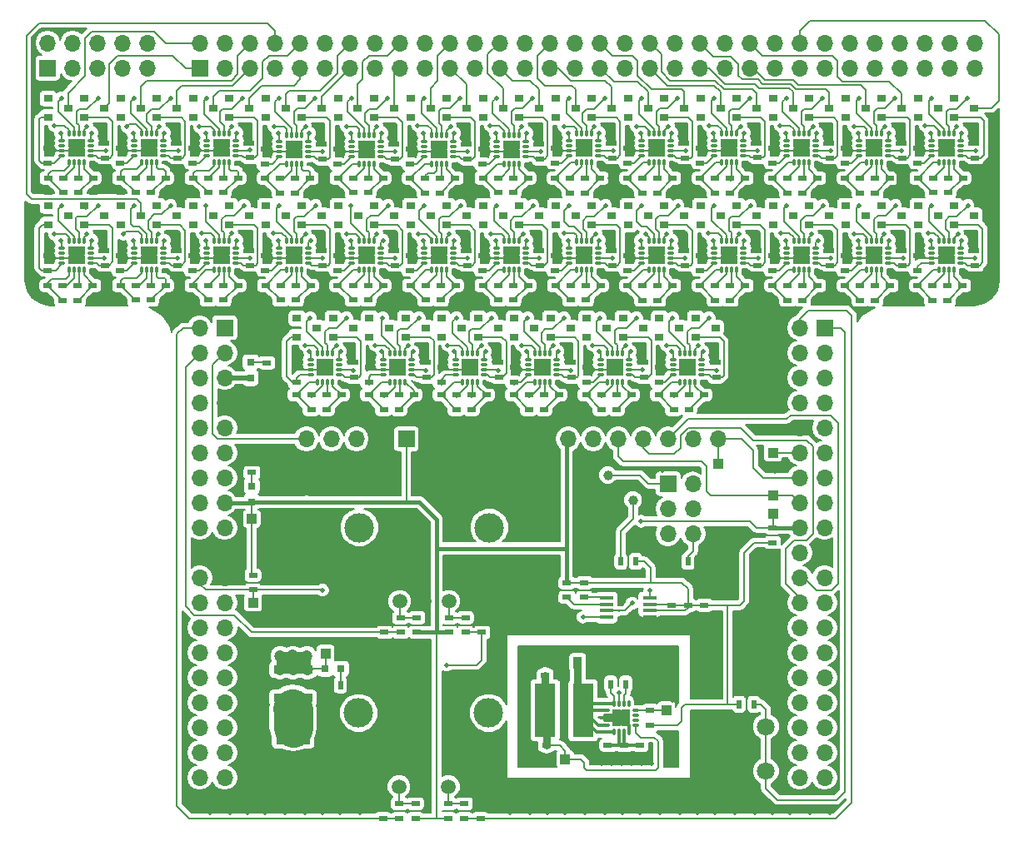
<source format=gbr>
G04 #@! TF.FileFunction,Copper,L1,Top,Signal*
%FSLAX46Y46*%
G04 Gerber Fmt 4.6, Leading zero omitted, Abs format (unit mm)*
G04 Created by KiCad (PCBNEW 4.0.7-e2-6376~58~ubuntu17.04.1) date Wed Dec  6 15:02:29 2017*
%MOMM*%
%LPD*%
G01*
G04 APERTURE LIST*
%ADD10C,0.100000*%
%ADD11C,3.000000*%
%ADD12C,1.500000*%
%ADD13C,0.500000*%
%ADD14R,0.900000X0.500000*%
%ADD15C,1.800000*%
%ADD16R,0.800000X0.800000*%
%ADD17R,0.500000X0.900000*%
%ADD18R,1.000000X1.000000*%
%ADD19R,0.900000X1.200000*%
%ADD20O,0.750000X0.300000*%
%ADD21O,0.300000X0.750000*%
%ADD22R,0.900000X0.900000*%
%ADD23R,1.700000X1.700000*%
%ADD24O,1.700000X1.700000*%
%ADD25R,1.450000X0.450000*%
%ADD26R,2.150000X5.500000*%
%ADD27R,3.500000X3.500000*%
%ADD28C,1.000000*%
%ADD29R,0.900000X0.800000*%
%ADD30R,4.000000X0.900000*%
%ADD31C,1.200000*%
%ADD32C,0.800000*%
%ADD33C,0.200000*%
%ADD34C,0.400000*%
%ADD35C,0.300000*%
%ADD36C,0.800000*%
%ADD37C,0.600000*%
%ADD38C,0.500000*%
%ADD39C,4.000000*%
G04 APERTURE END LIST*
D10*
D11*
X34465000Y-52053000D03*
D12*
X43565000Y-59553000D03*
X38565000Y-59553000D03*
X41065000Y-59553000D03*
D11*
X47665000Y-52053000D03*
D13*
X26917200Y-56632000D03*
X21075200Y-56632000D03*
X36315200Y-56632000D03*
X38347200Y-56632000D03*
X40379200Y-56632000D03*
X34537200Y-56632000D03*
X32759200Y-56632000D03*
X28695200Y-56632000D03*
D14*
X40176000Y-81639000D03*
X40176000Y-80139000D03*
X36874000Y-81639000D03*
X36874000Y-80139000D03*
D13*
X19297200Y-81016000D03*
X21329200Y-81016000D03*
X23107200Y-81016000D03*
X30727200Y-81016000D03*
X28949200Y-81016000D03*
X26917200Y-81016000D03*
X24885200Y-81016000D03*
X34537200Y-81016000D03*
X32505200Y-81016000D03*
X62985200Y-81016000D03*
X65017200Y-81016000D03*
X67049200Y-81016000D03*
X68827200Y-81016000D03*
X76447200Y-81016000D03*
X74669200Y-81016000D03*
X72637200Y-81016000D03*
X70605200Y-81016000D03*
X55365200Y-81016000D03*
X57397200Y-81016000D03*
X59429200Y-81016000D03*
X61207200Y-81016000D03*
X53587200Y-81016000D03*
X51809200Y-81016000D03*
X49777200Y-81016000D03*
X82289200Y-81016000D03*
X80257200Y-81016000D03*
X78225200Y-81016000D03*
X44189200Y-56632000D03*
X45967200Y-56632000D03*
X65017200Y-56632000D03*
X67049200Y-56632000D03*
X68827200Y-56632000D03*
X76447200Y-56632000D03*
X74669200Y-56632000D03*
X72637200Y-56632000D03*
X70605200Y-56632000D03*
X57397200Y-56632000D03*
X59429200Y-56632000D03*
X61207200Y-56632000D03*
X53587200Y-56632000D03*
X51809200Y-56632000D03*
X49777200Y-56632000D03*
X47745200Y-56632000D03*
X57651200Y-46218000D03*
X63493200Y-46218000D03*
X65271200Y-46218000D03*
X76701200Y-46345000D03*
X42411200Y-46218000D03*
X44443200Y-46218000D03*
X46475200Y-46218000D03*
X48253200Y-46218000D03*
X54095200Y-46218000D03*
X52063200Y-46218000D03*
X50031200Y-46218000D03*
X34791200Y-46218000D03*
X36823200Y-46218000D03*
X40633200Y-46218000D03*
X33013200Y-46218000D03*
X29203200Y-46218000D03*
X27171200Y-46218000D03*
X67811200Y-27168000D03*
X67811200Y-28946000D03*
X60191200Y-26914000D03*
X60191200Y-28946000D03*
X52317200Y-28946000D03*
X37585200Y-28946000D03*
X44951200Y-28946000D03*
X30219200Y-28946000D03*
X23615200Y-28946000D03*
X23615200Y-26914000D03*
X16249200Y-28946000D03*
X16249200Y-26914000D03*
X8629200Y-28946000D03*
X8629200Y-26914000D03*
X50920200Y-64379000D03*
X66287200Y-73650000D03*
X66287200Y-74666000D03*
X66287200Y-75682000D03*
X66287200Y-69586000D03*
X66287200Y-68570000D03*
X66287200Y-65522000D03*
X66287200Y-67554000D03*
X66287200Y-66538000D03*
D15*
X75781000Y-72299000D03*
X75781000Y-76799000D03*
X69281000Y-72299000D03*
X69281000Y-76799000D03*
D13*
X51936200Y-76063000D03*
X52952200Y-76063000D03*
X50920200Y-76063000D03*
X53968200Y-76063000D03*
X61080200Y-76063000D03*
X62096200Y-76063000D03*
X60064200Y-76063000D03*
X59048200Y-76063000D03*
X63112200Y-76063000D03*
X64128200Y-76063000D03*
X64128200Y-64379000D03*
X65144200Y-64379000D03*
X63112200Y-64379000D03*
X66160200Y-64379000D03*
X58032200Y-64379000D03*
X59048200Y-64379000D03*
X57016200Y-64379000D03*
X60064200Y-64379000D03*
X62096200Y-64379000D03*
X61080200Y-64379000D03*
X54984200Y-64379000D03*
X56000200Y-64379000D03*
X53968200Y-64379000D03*
X52952200Y-64379000D03*
X51936200Y-64379000D03*
X51047200Y-65522000D03*
X51047200Y-66538000D03*
X51047200Y-69586000D03*
X51047200Y-74666000D03*
X51047200Y-73650000D03*
X51047200Y-70602000D03*
X51047200Y-72634000D03*
X51047200Y-71618000D03*
X74923200Y-26406000D03*
X74923200Y-28692000D03*
X82289200Y-26406000D03*
X82289200Y-28692000D03*
X89909200Y-28438000D03*
X89909200Y-26406000D03*
X97275200Y-28438000D03*
X97275200Y-26406000D03*
X97275200Y-15992000D03*
X97275200Y-17770000D03*
X65271200Y-13477400D03*
X57879800Y-13477400D03*
X89909200Y-15992000D03*
X89909200Y-17770000D03*
X82543200Y-15992000D03*
X82543200Y-17770000D03*
X75177200Y-15992000D03*
X75177200Y-17770000D03*
X67557200Y-16754000D03*
X67557200Y-17770000D03*
X59937200Y-18024000D03*
X59937200Y-16500000D03*
X52825200Y-15992000D03*
X52825200Y-18024000D03*
X45459200Y-15992000D03*
X45459200Y-18024000D03*
X38093200Y-15992000D03*
X38093200Y-18024000D03*
X30727200Y-15992000D03*
X30727200Y-18024000D03*
X23615200Y-15992000D03*
X23615200Y-18024000D03*
X15995200Y-15484000D03*
X15995200Y-18024000D03*
D14*
X2838000Y-18012000D03*
X2838000Y-16512000D03*
D13*
X8629200Y-15992000D03*
X8629200Y-17770000D03*
X7359200Y-17770000D03*
D14*
X38525000Y-81639000D03*
X38525000Y-80139000D03*
X24936000Y-28934000D03*
X24936000Y-27434000D03*
D16*
X23539000Y-49431000D03*
X23539000Y-47831000D03*
D14*
X23539000Y-46460000D03*
X23539000Y-44960000D03*
D17*
X73081000Y-70030500D03*
X74581000Y-70030500D03*
D14*
X46780000Y-81639000D03*
X46780000Y-80139000D03*
X45129000Y-81639000D03*
X45129000Y-80139000D03*
X37001000Y-62716000D03*
X37001000Y-61216000D03*
X45256000Y-62716000D03*
X45256000Y-61216000D03*
X46907000Y-62716000D03*
X46907000Y-61216000D03*
D18*
X31032000Y-64887000D03*
D19*
X56646000Y-65812000D03*
X59946000Y-65812000D03*
D20*
X7204000Y-25134000D03*
X7204000Y-24634000D03*
X7204000Y-24134000D03*
X7204000Y-23634000D03*
D21*
X6479000Y-22909000D03*
X5979000Y-22909000D03*
X5479000Y-22909000D03*
X4979000Y-22909000D03*
D20*
X4254000Y-23634000D03*
X4254000Y-24134000D03*
X4254000Y-24634000D03*
X4254000Y-25134000D03*
D21*
X4979000Y-25859000D03*
X5479000Y-25859000D03*
X5979000Y-25859000D03*
X6479000Y-25859000D03*
D22*
X5279000Y-23934000D03*
X5279000Y-24834000D03*
X6179000Y-23934000D03*
X6179000Y-24834000D03*
D14*
X66211000Y-59946000D03*
X66211000Y-61446000D03*
X67862000Y-59946000D03*
X67862000Y-61446000D03*
X69513000Y-59946000D03*
X69513000Y-61446000D03*
X59693000Y-74206000D03*
X59693000Y-75706000D03*
X61344000Y-74206000D03*
X61344000Y-75706000D03*
X62995000Y-74206000D03*
X62995000Y-75706000D03*
D16*
X30994000Y-66411000D03*
X32594000Y-66411000D03*
X23412000Y-36858000D03*
X23412000Y-35258000D03*
D23*
X18302000Y-5334000D03*
D24*
X18302000Y-2794000D03*
X20842000Y-5334000D03*
X20842000Y-2794000D03*
X23382000Y-5334000D03*
X23382000Y-2794000D03*
X25922000Y-5334000D03*
X25922000Y-2794000D03*
X28462000Y-5334000D03*
X28462000Y-2794000D03*
X31002000Y-5334000D03*
X31002000Y-2794000D03*
X33542000Y-5334000D03*
X33542000Y-2794000D03*
X36082000Y-5334000D03*
X36082000Y-2794000D03*
X38622000Y-5334000D03*
X38622000Y-2794000D03*
X41162000Y-5334000D03*
X41162000Y-2794000D03*
X43702000Y-5334000D03*
X43702000Y-2794000D03*
X46242000Y-5334000D03*
X46242000Y-2794000D03*
X48782000Y-5334000D03*
X48782000Y-2794000D03*
X51322000Y-5334000D03*
X51322000Y-2794000D03*
X53862000Y-5334000D03*
X53862000Y-2794000D03*
X56402000Y-5334000D03*
X56402000Y-2794000D03*
X58942000Y-5334000D03*
X58942000Y-2794000D03*
X61482000Y-5334000D03*
X61482000Y-2794000D03*
X64022000Y-5334000D03*
X64022000Y-2794000D03*
X66562000Y-5334000D03*
X66562000Y-2794000D03*
X69102000Y-5334000D03*
X69102000Y-2794000D03*
X71642000Y-5334000D03*
X71642000Y-2794000D03*
X74182000Y-5334000D03*
X74182000Y-2794000D03*
X76722000Y-5334000D03*
X76722000Y-2794000D03*
X79262000Y-5334000D03*
X79262000Y-2794000D03*
X81802000Y-5334000D03*
X81802000Y-2794000D03*
X84342000Y-5334000D03*
X84342000Y-2794000D03*
X86882000Y-5334000D03*
X86882000Y-2794000D03*
X89422000Y-5334000D03*
X89422000Y-2794000D03*
X91962000Y-5334000D03*
X91962000Y-2794000D03*
X94502000Y-5334000D03*
X94502000Y-2794000D03*
X97042000Y-5334000D03*
X97042000Y-2794000D03*
D23*
X65830000Y-47615000D03*
D24*
X68370000Y-47615000D03*
X65830000Y-50155000D03*
X68370000Y-50155000D03*
X65830000Y-52695000D03*
X68370000Y-52695000D03*
D23*
X39236200Y-43043000D03*
D24*
X36696200Y-43043000D03*
X34156200Y-43043000D03*
X31616200Y-43043000D03*
X29076200Y-43043000D03*
D23*
X2808000Y-5334000D03*
D24*
X2808000Y-2794000D03*
X5348000Y-5334000D03*
X5348000Y-2794000D03*
X7888000Y-5334000D03*
X7888000Y-2794000D03*
X10428000Y-5334000D03*
X10428000Y-2794000D03*
X12968000Y-5334000D03*
X12968000Y-2794000D03*
D23*
X20790000Y-31740000D03*
D24*
X18250000Y-31740000D03*
X20790000Y-34280000D03*
X18250000Y-34280000D03*
X20790000Y-36820000D03*
X18250000Y-36820000D03*
X20790000Y-39360000D03*
X18250000Y-39360000D03*
X20790000Y-41900000D03*
X18250000Y-41900000D03*
X20790000Y-44440000D03*
X18250000Y-44440000D03*
X20790000Y-46980000D03*
X18250000Y-46980000D03*
X20790000Y-49520000D03*
X18250000Y-49520000D03*
X20790000Y-52060000D03*
X18250000Y-52060000D03*
X20790000Y-54600000D03*
X18250000Y-54600000D03*
X20790000Y-57140000D03*
X18250000Y-57140000D03*
X20790000Y-59680000D03*
X18250000Y-59680000D03*
X20790000Y-62220000D03*
X18250000Y-62220000D03*
X20790000Y-64760000D03*
X18250000Y-64760000D03*
X20790000Y-67300000D03*
X18250000Y-67300000D03*
X20790000Y-69840000D03*
X18250000Y-69840000D03*
X20790000Y-72380000D03*
X18250000Y-72380000D03*
X20790000Y-74920000D03*
X18250000Y-74920000D03*
X20790000Y-77460000D03*
X18250000Y-77460000D03*
D23*
X81750000Y-31740000D03*
D24*
X79210000Y-31740000D03*
X81750000Y-34280000D03*
X79210000Y-34280000D03*
X81750000Y-36820000D03*
X79210000Y-36820000D03*
X81750000Y-39360000D03*
X79210000Y-39360000D03*
X81750000Y-41900000D03*
X79210000Y-41900000D03*
X81750000Y-44440000D03*
X79210000Y-44440000D03*
X81750000Y-46980000D03*
X79210000Y-46980000D03*
X81750000Y-49520000D03*
X79210000Y-49520000D03*
X81750000Y-52060000D03*
X79210000Y-52060000D03*
X81750000Y-54600000D03*
X79210000Y-54600000D03*
X81750000Y-57140000D03*
X79210000Y-57140000D03*
X81750000Y-59680000D03*
X79210000Y-59680000D03*
X81750000Y-62220000D03*
X79210000Y-62220000D03*
X81750000Y-64760000D03*
X79210000Y-64760000D03*
X81750000Y-67300000D03*
X79210000Y-67300000D03*
X81750000Y-69840000D03*
X79210000Y-69840000D03*
X81750000Y-72380000D03*
X79210000Y-72380000D03*
X81750000Y-74920000D03*
X79210000Y-74920000D03*
X81750000Y-77460000D03*
X79210000Y-77460000D03*
D14*
X57321000Y-57660000D03*
X57321000Y-59160000D03*
X55543000Y-57660000D03*
X55543000Y-59160000D03*
D17*
X61016000Y-55489000D03*
X62516000Y-55489000D03*
X67850000Y-55489000D03*
X66350000Y-55489000D03*
D14*
X5886000Y-18012000D03*
X5886000Y-16512000D03*
X7410000Y-18012000D03*
X7410000Y-16512000D03*
X8650000Y-14466000D03*
X8650000Y-12966000D03*
X2808000Y-14974000D03*
X2808000Y-13474000D03*
X4362000Y-18012000D03*
X4362000Y-16512000D03*
X5856000Y-28944000D03*
X5856000Y-27444000D03*
X7380000Y-28944000D03*
X7380000Y-27444000D03*
X8650000Y-25388000D03*
X8650000Y-23888000D03*
X2808000Y-25896000D03*
X2808000Y-24396000D03*
X2808000Y-28944000D03*
X2808000Y-27444000D03*
X4332000Y-28944000D03*
X4332000Y-27444000D03*
X13252000Y-18012000D03*
X13252000Y-16512000D03*
X14776000Y-18012000D03*
X14776000Y-16512000D03*
X16016000Y-14466000D03*
X16016000Y-12966000D03*
X10174000Y-14974000D03*
X10174000Y-13474000D03*
X10204000Y-18012000D03*
X10204000Y-16512000D03*
X11728000Y-18012000D03*
X11728000Y-16512000D03*
X13252000Y-28934000D03*
X13252000Y-27434000D03*
X14776000Y-28934000D03*
X14776000Y-27434000D03*
X16016000Y-25388000D03*
X16016000Y-23888000D03*
X10174000Y-25896000D03*
X10174000Y-24396000D03*
X10204000Y-28934000D03*
X10204000Y-27434000D03*
X11728000Y-28934000D03*
X11728000Y-27434000D03*
X20618000Y-18012000D03*
X20618000Y-16512000D03*
X22142000Y-18012000D03*
X22142000Y-16512000D03*
X23361200Y-14456000D03*
X23361200Y-12956000D03*
X17540000Y-14974000D03*
X17540000Y-13474000D03*
X17570000Y-18012000D03*
X17570000Y-16512000D03*
X19094000Y-18012000D03*
X19094000Y-16512000D03*
X20618000Y-28934000D03*
X20618000Y-27434000D03*
X22142000Y-28934000D03*
X22142000Y-27434000D03*
X23382000Y-25388000D03*
X23382000Y-23888000D03*
X17540000Y-25896000D03*
X17540000Y-24396000D03*
X17570000Y-28934000D03*
X17570000Y-27434000D03*
X19094000Y-28934000D03*
X19094000Y-27434000D03*
X27954000Y-18022000D03*
X27954000Y-16522000D03*
X29478000Y-18022000D03*
X29478000Y-16522000D03*
X30748000Y-14593000D03*
X30748000Y-13093000D03*
X24885200Y-15091000D03*
X24885200Y-13591000D03*
X24906000Y-18022000D03*
X24906000Y-16522000D03*
X26430000Y-18022000D03*
X26430000Y-16522000D03*
X27984000Y-28934000D03*
X27984000Y-27434000D03*
X29508000Y-28934000D03*
X29508000Y-27434000D03*
X30748000Y-25388000D03*
X30748000Y-23888000D03*
X24906000Y-25896000D03*
X24906000Y-24396000D03*
X26460000Y-28934000D03*
X26460000Y-27434000D03*
X35350000Y-18012000D03*
X35350000Y-16512000D03*
X36874000Y-18012000D03*
X36874000Y-16512000D03*
X38114000Y-14593000D03*
X38114000Y-13093000D03*
X32272000Y-15101000D03*
X32272000Y-13601000D03*
X32302000Y-18012000D03*
X32302000Y-16512000D03*
X33826000Y-18012000D03*
X33826000Y-16512000D03*
X35350000Y-28934000D03*
X35350000Y-27434000D03*
X36874000Y-28934000D03*
X36874000Y-27434000D03*
X38114000Y-25388000D03*
X38114000Y-23888000D03*
X32272000Y-25896000D03*
X32272000Y-24396000D03*
X32272000Y-28944000D03*
X32272000Y-27444000D03*
X33826000Y-28934000D03*
X33826000Y-27434000D03*
X42686000Y-18022000D03*
X42686000Y-16522000D03*
X44210000Y-18022000D03*
X44210000Y-16522000D03*
X45480000Y-14593000D03*
X45480000Y-13093000D03*
X39638000Y-15101000D03*
X39638000Y-13601000D03*
X39638000Y-18022000D03*
X39638000Y-16522000D03*
X41162000Y-18022000D03*
X41162000Y-16522000D03*
X42716000Y-28934000D03*
X42716000Y-27434000D03*
X44240000Y-28934000D03*
X44240000Y-27434000D03*
X45480000Y-25388000D03*
X45480000Y-23888000D03*
X39638000Y-25896000D03*
X39638000Y-24396000D03*
X39668000Y-28934000D03*
X39668000Y-27434000D03*
X41192000Y-28934000D03*
X41192000Y-27434000D03*
X50082000Y-18012000D03*
X50082000Y-16512000D03*
X51606000Y-18012000D03*
X51606000Y-16512000D03*
X52846000Y-14593000D03*
X52846000Y-13093000D03*
X47004000Y-15101000D03*
X47004000Y-13601000D03*
X47034000Y-18012000D03*
X47034000Y-16512000D03*
X48558000Y-18012000D03*
X48558000Y-16512000D03*
X50082000Y-28934000D03*
X50082000Y-27434000D03*
X51606000Y-28934000D03*
X51606000Y-27434000D03*
X52846000Y-25388000D03*
X52846000Y-23888000D03*
X47004000Y-25896000D03*
X47004000Y-24396000D03*
X47034000Y-28934000D03*
X47034000Y-27434000D03*
X48558000Y-28934000D03*
X48558000Y-27434000D03*
X57418000Y-18022000D03*
X57418000Y-16522000D03*
X58942000Y-18022000D03*
X58942000Y-16522000D03*
X60212000Y-14466000D03*
X60212000Y-12966000D03*
X54370000Y-14974000D03*
X54370000Y-13474000D03*
X54370000Y-18022000D03*
X54370000Y-16522000D03*
X55894000Y-18022000D03*
X55894000Y-16522000D03*
X57448000Y-28934000D03*
X57448000Y-27434000D03*
X58972000Y-28934000D03*
X58972000Y-27434000D03*
X60212000Y-25388000D03*
X60212000Y-23888000D03*
X54370000Y-25896000D03*
X54370000Y-24396000D03*
X54400000Y-28934000D03*
X54400000Y-27434000D03*
X55924000Y-28934000D03*
X55924000Y-27434000D03*
X67933600Y-40069200D03*
X67933600Y-38569200D03*
X69457600Y-40069200D03*
X69457600Y-38569200D03*
X70727600Y-36767200D03*
X70727600Y-35267200D03*
X64885600Y-37275200D03*
X64885600Y-35775200D03*
X64885600Y-40069200D03*
X64885600Y-38569200D03*
X66409600Y-40069200D03*
X66409600Y-38569200D03*
X60567600Y-40069200D03*
X60567600Y-38569200D03*
X62091600Y-40069200D03*
X62091600Y-38569200D03*
X63361600Y-36767200D03*
X63361600Y-35267200D03*
X57519600Y-37275200D03*
X57519600Y-35775200D03*
X57519600Y-40069200D03*
X57519600Y-38569200D03*
X59043600Y-40069200D03*
X59043600Y-38569200D03*
X53201600Y-40069200D03*
X53201600Y-38569200D03*
X54725600Y-40069200D03*
X54725600Y-38569200D03*
X55995600Y-36767200D03*
X55995600Y-35267200D03*
X50153600Y-37275200D03*
X50153600Y-35775200D03*
X50153600Y-40069200D03*
X50153600Y-38569200D03*
X51677600Y-40069200D03*
X51677600Y-38569200D03*
X45835600Y-40069200D03*
X45835600Y-38569200D03*
X47359600Y-40069200D03*
X47359600Y-38569200D03*
X48629600Y-36767200D03*
X48629600Y-35267200D03*
X42787600Y-37275200D03*
X42787600Y-35775200D03*
X42787600Y-40069200D03*
X42787600Y-38569200D03*
X44311600Y-40069200D03*
X44311600Y-38569200D03*
X38469600Y-40069200D03*
X38469600Y-38569200D03*
X39993600Y-40069200D03*
X39993600Y-38569200D03*
X41263600Y-36767200D03*
X41263600Y-35267200D03*
X35421600Y-37275200D03*
X35421600Y-35775200D03*
X35421600Y-40069200D03*
X35421600Y-38569200D03*
X36945600Y-40069200D03*
X36945600Y-38569200D03*
X31103600Y-40069200D03*
X31103600Y-38569200D03*
X32627600Y-40069200D03*
X32627600Y-38569200D03*
X33897600Y-36767200D03*
X33897600Y-35267200D03*
X28055600Y-37275200D03*
X28055600Y-35775200D03*
X28055600Y-40069200D03*
X28055600Y-38569200D03*
X29579600Y-40069200D03*
X29579600Y-38569200D03*
X94248000Y-28944000D03*
X94248000Y-27444000D03*
X95772000Y-28944000D03*
X95772000Y-27444000D03*
X97042000Y-25388000D03*
X97042000Y-23888000D03*
X91200000Y-25896000D03*
X91200000Y-24396000D03*
X91200000Y-28944000D03*
X91200000Y-27444000D03*
X92724000Y-28944000D03*
X92724000Y-27444000D03*
X94278000Y-18012000D03*
X94278000Y-16512000D03*
X95802000Y-18012000D03*
X95802000Y-16512000D03*
X97042000Y-14466000D03*
X97042000Y-12966000D03*
X91200000Y-14974000D03*
X91200000Y-13474000D03*
X91230000Y-18012000D03*
X91230000Y-16512000D03*
X92754000Y-18012000D03*
X92754000Y-16512000D03*
X86882000Y-28944000D03*
X86882000Y-27444000D03*
X88406000Y-28944000D03*
X88406000Y-27444000D03*
X89676000Y-25388000D03*
X89676000Y-23888000D03*
X83834000Y-25896000D03*
X83834000Y-24396000D03*
X83834000Y-28944000D03*
X83834000Y-27444000D03*
X85358000Y-28944000D03*
X85358000Y-27444000D03*
X86882000Y-18022000D03*
X86882000Y-16522000D03*
X88406000Y-18022000D03*
X88406000Y-16522000D03*
X89676000Y-14466000D03*
X89676000Y-12966000D03*
X83834000Y-14974000D03*
X83834000Y-13474000D03*
X83834000Y-18022000D03*
X83834000Y-16522000D03*
X85358000Y-18022000D03*
X85358000Y-16522000D03*
X79516000Y-28944000D03*
X79516000Y-27444000D03*
X81040000Y-28944000D03*
X81040000Y-27444000D03*
X82310000Y-25388000D03*
X82310000Y-23888000D03*
X76468000Y-25896000D03*
X76468000Y-24396000D03*
X76468000Y-28944000D03*
X76468000Y-27444000D03*
X77992000Y-28944000D03*
X77992000Y-27444000D03*
X79516000Y-18022000D03*
X79516000Y-16522000D03*
X81040000Y-18022000D03*
X81040000Y-16522000D03*
X82310000Y-14466000D03*
X82310000Y-12966000D03*
X76468000Y-14974000D03*
X76468000Y-13474000D03*
X76468000Y-18022000D03*
X76468000Y-16522000D03*
X77992000Y-18022000D03*
X77992000Y-16522000D03*
X72150000Y-28944000D03*
X72150000Y-27444000D03*
X73674000Y-28944000D03*
X73674000Y-27444000D03*
X74944000Y-25388000D03*
X74944000Y-23888000D03*
X69102000Y-25896000D03*
X69102000Y-24396000D03*
X69102000Y-28944000D03*
X69102000Y-27444000D03*
X70626000Y-28944000D03*
X70626000Y-27444000D03*
X72150000Y-18022000D03*
X72150000Y-16522000D03*
X73674000Y-18022000D03*
X73674000Y-16522000D03*
X74923200Y-14456000D03*
X74923200Y-12956000D03*
X69102000Y-14974000D03*
X69102000Y-13474000D03*
X69102000Y-18022000D03*
X69102000Y-16522000D03*
X70626000Y-18022000D03*
X70626000Y-16522000D03*
X64784000Y-28944000D03*
X64784000Y-27444000D03*
X66308000Y-28944000D03*
X66308000Y-27444000D03*
X67578000Y-25388000D03*
X67578000Y-23888000D03*
X61736000Y-25896000D03*
X61736000Y-24396000D03*
X61736000Y-28944000D03*
X61736000Y-27444000D03*
X63260000Y-28944000D03*
X63260000Y-27444000D03*
X64784000Y-18022000D03*
X64784000Y-16522000D03*
X66308000Y-18022000D03*
X66308000Y-16522000D03*
X67578000Y-14466000D03*
X67578000Y-12966000D03*
X61736000Y-14974000D03*
X61736000Y-13474000D03*
X61736000Y-18022000D03*
X61736000Y-16522000D03*
X63260000Y-18022000D03*
X63260000Y-16522000D03*
X64011000Y-72150000D03*
X64011000Y-70650000D03*
D17*
X32544000Y-68062000D03*
X31044000Y-68062000D03*
D14*
X25063000Y-35308000D03*
X25063000Y-36808000D03*
X23666000Y-56898000D03*
X23666000Y-58398000D03*
X76468000Y-53582000D03*
X76468000Y-52082000D03*
X43478000Y-81639000D03*
X43478000Y-80139000D03*
X43605000Y-62716000D03*
X43605000Y-61216000D03*
X40303000Y-62716000D03*
X40303000Y-61216000D03*
X38652000Y-62716000D03*
X38652000Y-61216000D03*
D18*
X65662000Y-70638000D03*
X23539000Y-51171000D03*
X55375000Y-75591000D03*
X76498000Y-48821500D03*
X76498000Y-44440000D03*
X23666000Y-59680000D03*
X76498000Y-50663000D03*
D20*
X14570000Y-14212000D03*
X14570000Y-13712000D03*
X14570000Y-13212000D03*
X14570000Y-12712000D03*
D21*
X13845000Y-11987000D03*
X13345000Y-11987000D03*
X12845000Y-11987000D03*
X12345000Y-11987000D03*
D20*
X11620000Y-12712000D03*
X11620000Y-13212000D03*
X11620000Y-13712000D03*
X11620000Y-14212000D03*
D21*
X12345000Y-14937000D03*
X12845000Y-14937000D03*
X13345000Y-14937000D03*
X13845000Y-14937000D03*
D22*
X12645000Y-13012000D03*
X12645000Y-13912000D03*
X13545000Y-13012000D03*
X13545000Y-13912000D03*
D20*
X14570000Y-25134000D03*
X14570000Y-24634000D03*
X14570000Y-24134000D03*
X14570000Y-23634000D03*
D21*
X13845000Y-22909000D03*
X13345000Y-22909000D03*
X12845000Y-22909000D03*
X12345000Y-22909000D03*
D20*
X11620000Y-23634000D03*
X11620000Y-24134000D03*
X11620000Y-24634000D03*
X11620000Y-25134000D03*
D21*
X12345000Y-25859000D03*
X12845000Y-25859000D03*
X13345000Y-25859000D03*
X13845000Y-25859000D03*
D22*
X12645000Y-23934000D03*
X12645000Y-24834000D03*
X13545000Y-23934000D03*
X13545000Y-24834000D03*
D20*
X21936000Y-14212000D03*
X21936000Y-13712000D03*
X21936000Y-13212000D03*
X21936000Y-12712000D03*
D21*
X21211000Y-11987000D03*
X20711000Y-11987000D03*
X20211000Y-11987000D03*
X19711000Y-11987000D03*
D20*
X18986000Y-12712000D03*
X18986000Y-13212000D03*
X18986000Y-13712000D03*
X18986000Y-14212000D03*
D21*
X19711000Y-14937000D03*
X20211000Y-14937000D03*
X20711000Y-14937000D03*
X21211000Y-14937000D03*
D22*
X20011000Y-13012000D03*
X20011000Y-13912000D03*
X20911000Y-13012000D03*
X20911000Y-13912000D03*
D20*
X21936000Y-25134000D03*
X21936000Y-24634000D03*
X21936000Y-24134000D03*
X21936000Y-23634000D03*
D21*
X21211000Y-22909000D03*
X20711000Y-22909000D03*
X20211000Y-22909000D03*
X19711000Y-22909000D03*
D20*
X18986000Y-23634000D03*
X18986000Y-24134000D03*
X18986000Y-24634000D03*
X18986000Y-25134000D03*
D21*
X19711000Y-25859000D03*
X20211000Y-25859000D03*
X20711000Y-25859000D03*
X21211000Y-25859000D03*
D22*
X20011000Y-23934000D03*
X20011000Y-24834000D03*
X20911000Y-23934000D03*
X20911000Y-24834000D03*
D20*
X29302000Y-14339000D03*
X29302000Y-13839000D03*
X29302000Y-13339000D03*
X29302000Y-12839000D03*
D21*
X28577000Y-12114000D03*
X28077000Y-12114000D03*
X27577000Y-12114000D03*
X27077000Y-12114000D03*
D20*
X26352000Y-12839000D03*
X26352000Y-13339000D03*
X26352000Y-13839000D03*
X26352000Y-14339000D03*
D21*
X27077000Y-15064000D03*
X27577000Y-15064000D03*
X28077000Y-15064000D03*
X28577000Y-15064000D03*
D22*
X27377000Y-13139000D03*
X27377000Y-14039000D03*
X28277000Y-13139000D03*
X28277000Y-14039000D03*
D20*
X29302000Y-25134000D03*
X29302000Y-24634000D03*
X29302000Y-24134000D03*
X29302000Y-23634000D03*
D21*
X28577000Y-22909000D03*
X28077000Y-22909000D03*
X27577000Y-22909000D03*
X27077000Y-22909000D03*
D20*
X26352000Y-23634000D03*
X26352000Y-24134000D03*
X26352000Y-24634000D03*
X26352000Y-25134000D03*
D21*
X27077000Y-25859000D03*
X27577000Y-25859000D03*
X28077000Y-25859000D03*
X28577000Y-25859000D03*
D22*
X27377000Y-23934000D03*
X27377000Y-24834000D03*
X28277000Y-23934000D03*
X28277000Y-24834000D03*
D20*
X36668000Y-14339000D03*
X36668000Y-13839000D03*
X36668000Y-13339000D03*
X36668000Y-12839000D03*
D21*
X35943000Y-12114000D03*
X35443000Y-12114000D03*
X34943000Y-12114000D03*
X34443000Y-12114000D03*
D20*
X33718000Y-12839000D03*
X33718000Y-13339000D03*
X33718000Y-13839000D03*
X33718000Y-14339000D03*
D21*
X34443000Y-15064000D03*
X34943000Y-15064000D03*
X35443000Y-15064000D03*
X35943000Y-15064000D03*
D22*
X34743000Y-13139000D03*
X34743000Y-14039000D03*
X35643000Y-13139000D03*
X35643000Y-14039000D03*
D20*
X36668000Y-25134000D03*
X36668000Y-24634000D03*
X36668000Y-24134000D03*
X36668000Y-23634000D03*
D21*
X35943000Y-22909000D03*
X35443000Y-22909000D03*
X34943000Y-22909000D03*
X34443000Y-22909000D03*
D20*
X33718000Y-23634000D03*
X33718000Y-24134000D03*
X33718000Y-24634000D03*
X33718000Y-25134000D03*
D21*
X34443000Y-25859000D03*
X34943000Y-25859000D03*
X35443000Y-25859000D03*
X35943000Y-25859000D03*
D22*
X34743000Y-23934000D03*
X34743000Y-24834000D03*
X35643000Y-23934000D03*
X35643000Y-24834000D03*
D20*
X44034000Y-14339000D03*
X44034000Y-13839000D03*
X44034000Y-13339000D03*
X44034000Y-12839000D03*
D21*
X43309000Y-12114000D03*
X42809000Y-12114000D03*
X42309000Y-12114000D03*
X41809000Y-12114000D03*
D20*
X41084000Y-12839000D03*
X41084000Y-13339000D03*
X41084000Y-13839000D03*
X41084000Y-14339000D03*
D21*
X41809000Y-15064000D03*
X42309000Y-15064000D03*
X42809000Y-15064000D03*
X43309000Y-15064000D03*
D22*
X42109000Y-13139000D03*
X42109000Y-14039000D03*
X43009000Y-13139000D03*
X43009000Y-14039000D03*
D20*
X44034000Y-25134000D03*
X44034000Y-24634000D03*
X44034000Y-24134000D03*
X44034000Y-23634000D03*
D21*
X43309000Y-22909000D03*
X42809000Y-22909000D03*
X42309000Y-22909000D03*
X41809000Y-22909000D03*
D20*
X41084000Y-23634000D03*
X41084000Y-24134000D03*
X41084000Y-24634000D03*
X41084000Y-25134000D03*
D21*
X41809000Y-25859000D03*
X42309000Y-25859000D03*
X42809000Y-25859000D03*
X43309000Y-25859000D03*
D22*
X42109000Y-23934000D03*
X42109000Y-24834000D03*
X43009000Y-23934000D03*
X43009000Y-24834000D03*
D20*
X51400000Y-14339000D03*
X51400000Y-13839000D03*
X51400000Y-13339000D03*
X51400000Y-12839000D03*
D21*
X50675000Y-12114000D03*
X50175000Y-12114000D03*
X49675000Y-12114000D03*
X49175000Y-12114000D03*
D20*
X48450000Y-12839000D03*
X48450000Y-13339000D03*
X48450000Y-13839000D03*
X48450000Y-14339000D03*
D21*
X49175000Y-15064000D03*
X49675000Y-15064000D03*
X50175000Y-15064000D03*
X50675000Y-15064000D03*
D22*
X49475000Y-13139000D03*
X49475000Y-14039000D03*
X50375000Y-13139000D03*
X50375000Y-14039000D03*
D20*
X51400000Y-25134000D03*
X51400000Y-24634000D03*
X51400000Y-24134000D03*
X51400000Y-23634000D03*
D21*
X50675000Y-22909000D03*
X50175000Y-22909000D03*
X49675000Y-22909000D03*
X49175000Y-22909000D03*
D20*
X48450000Y-23634000D03*
X48450000Y-24134000D03*
X48450000Y-24634000D03*
X48450000Y-25134000D03*
D21*
X49175000Y-25859000D03*
X49675000Y-25859000D03*
X50175000Y-25859000D03*
X50675000Y-25859000D03*
D22*
X49475000Y-23934000D03*
X49475000Y-24834000D03*
X50375000Y-23934000D03*
X50375000Y-24834000D03*
D20*
X58766000Y-14212000D03*
X58766000Y-13712000D03*
X58766000Y-13212000D03*
X58766000Y-12712000D03*
D21*
X58041000Y-11987000D03*
X57541000Y-11987000D03*
X57041000Y-11987000D03*
X56541000Y-11987000D03*
D20*
X55816000Y-12712000D03*
X55816000Y-13212000D03*
X55816000Y-13712000D03*
X55816000Y-14212000D03*
D21*
X56541000Y-14937000D03*
X57041000Y-14937000D03*
X57541000Y-14937000D03*
X58041000Y-14937000D03*
D22*
X56841000Y-13012000D03*
X56841000Y-13912000D03*
X57741000Y-13012000D03*
X57741000Y-13912000D03*
D20*
X58766000Y-25134000D03*
X58766000Y-24634000D03*
X58766000Y-24134000D03*
X58766000Y-23634000D03*
D21*
X58041000Y-22909000D03*
X57541000Y-22909000D03*
X57041000Y-22909000D03*
X56541000Y-22909000D03*
D20*
X55816000Y-23634000D03*
X55816000Y-24134000D03*
X55816000Y-24634000D03*
X55816000Y-25134000D03*
D21*
X56541000Y-25859000D03*
X57041000Y-25859000D03*
X57541000Y-25859000D03*
X58041000Y-25859000D03*
D22*
X56841000Y-23934000D03*
X56841000Y-24834000D03*
X57741000Y-23934000D03*
X57741000Y-24834000D03*
D20*
X66132000Y-14212000D03*
X66132000Y-13712000D03*
X66132000Y-13212000D03*
X66132000Y-12712000D03*
D21*
X65407000Y-11987000D03*
X64907000Y-11987000D03*
X64407000Y-11987000D03*
X63907000Y-11987000D03*
D20*
X63182000Y-12712000D03*
X63182000Y-13212000D03*
X63182000Y-13712000D03*
X63182000Y-14212000D03*
D21*
X63907000Y-14937000D03*
X64407000Y-14937000D03*
X64907000Y-14937000D03*
X65407000Y-14937000D03*
D22*
X64207000Y-13012000D03*
X64207000Y-13912000D03*
X65107000Y-13012000D03*
X65107000Y-13912000D03*
D20*
X66132000Y-25134000D03*
X66132000Y-24634000D03*
X66132000Y-24134000D03*
X66132000Y-23634000D03*
D21*
X65407000Y-22909000D03*
X64907000Y-22909000D03*
X64407000Y-22909000D03*
X63907000Y-22909000D03*
D20*
X63182000Y-23634000D03*
X63182000Y-24134000D03*
X63182000Y-24634000D03*
X63182000Y-25134000D03*
D21*
X63907000Y-25859000D03*
X64407000Y-25859000D03*
X64907000Y-25859000D03*
X65407000Y-25859000D03*
D22*
X64207000Y-23934000D03*
X64207000Y-24834000D03*
X65107000Y-23934000D03*
X65107000Y-24834000D03*
D20*
X73498000Y-14212000D03*
X73498000Y-13712000D03*
X73498000Y-13212000D03*
X73498000Y-12712000D03*
D21*
X72773000Y-11987000D03*
X72273000Y-11987000D03*
X71773000Y-11987000D03*
X71273000Y-11987000D03*
D20*
X70548000Y-12712000D03*
X70548000Y-13212000D03*
X70548000Y-13712000D03*
X70548000Y-14212000D03*
D21*
X71273000Y-14937000D03*
X71773000Y-14937000D03*
X72273000Y-14937000D03*
X72773000Y-14937000D03*
D22*
X71573000Y-13012000D03*
X71573000Y-13912000D03*
X72473000Y-13012000D03*
X72473000Y-13912000D03*
D20*
X73498000Y-25134000D03*
X73498000Y-24634000D03*
X73498000Y-24134000D03*
X73498000Y-23634000D03*
D21*
X72773000Y-22909000D03*
X72273000Y-22909000D03*
X71773000Y-22909000D03*
X71273000Y-22909000D03*
D20*
X70548000Y-23634000D03*
X70548000Y-24134000D03*
X70548000Y-24634000D03*
X70548000Y-25134000D03*
D21*
X71273000Y-25859000D03*
X71773000Y-25859000D03*
X72273000Y-25859000D03*
X72773000Y-25859000D03*
D22*
X71573000Y-23934000D03*
X71573000Y-24834000D03*
X72473000Y-23934000D03*
X72473000Y-24834000D03*
D20*
X80864000Y-14212000D03*
X80864000Y-13712000D03*
X80864000Y-13212000D03*
X80864000Y-12712000D03*
D21*
X80139000Y-11987000D03*
X79639000Y-11987000D03*
X79139000Y-11987000D03*
X78639000Y-11987000D03*
D20*
X77914000Y-12712000D03*
X77914000Y-13212000D03*
X77914000Y-13712000D03*
X77914000Y-14212000D03*
D21*
X78639000Y-14937000D03*
X79139000Y-14937000D03*
X79639000Y-14937000D03*
X80139000Y-14937000D03*
D22*
X78939000Y-13012000D03*
X78939000Y-13912000D03*
X79839000Y-13012000D03*
X79839000Y-13912000D03*
D20*
X80864000Y-25134000D03*
X80864000Y-24634000D03*
X80864000Y-24134000D03*
X80864000Y-23634000D03*
D21*
X80139000Y-22909000D03*
X79639000Y-22909000D03*
X79139000Y-22909000D03*
X78639000Y-22909000D03*
D20*
X77914000Y-23634000D03*
X77914000Y-24134000D03*
X77914000Y-24634000D03*
X77914000Y-25134000D03*
D21*
X78639000Y-25859000D03*
X79139000Y-25859000D03*
X79639000Y-25859000D03*
X80139000Y-25859000D03*
D22*
X78939000Y-23934000D03*
X78939000Y-24834000D03*
X79839000Y-23934000D03*
X79839000Y-24834000D03*
D20*
X88230000Y-14212000D03*
X88230000Y-13712000D03*
X88230000Y-13212000D03*
X88230000Y-12712000D03*
D21*
X87505000Y-11987000D03*
X87005000Y-11987000D03*
X86505000Y-11987000D03*
X86005000Y-11987000D03*
D20*
X85280000Y-12712000D03*
X85280000Y-13212000D03*
X85280000Y-13712000D03*
X85280000Y-14212000D03*
D21*
X86005000Y-14937000D03*
X86505000Y-14937000D03*
X87005000Y-14937000D03*
X87505000Y-14937000D03*
D22*
X86305000Y-13012000D03*
X86305000Y-13912000D03*
X87205000Y-13012000D03*
X87205000Y-13912000D03*
D20*
X88230000Y-25134000D03*
X88230000Y-24634000D03*
X88230000Y-24134000D03*
X88230000Y-23634000D03*
D21*
X87505000Y-22909000D03*
X87005000Y-22909000D03*
X86505000Y-22909000D03*
X86005000Y-22909000D03*
D20*
X85280000Y-23634000D03*
X85280000Y-24134000D03*
X85280000Y-24634000D03*
X85280000Y-25134000D03*
D21*
X86005000Y-25859000D03*
X86505000Y-25859000D03*
X87005000Y-25859000D03*
X87505000Y-25859000D03*
D22*
X86305000Y-23934000D03*
X86305000Y-24834000D03*
X87205000Y-23934000D03*
X87205000Y-24834000D03*
D20*
X95596000Y-14212000D03*
X95596000Y-13712000D03*
X95596000Y-13212000D03*
X95596000Y-12712000D03*
D21*
X94871000Y-11987000D03*
X94371000Y-11987000D03*
X93871000Y-11987000D03*
X93371000Y-11987000D03*
D20*
X92646000Y-12712000D03*
X92646000Y-13212000D03*
X92646000Y-13712000D03*
X92646000Y-14212000D03*
D21*
X93371000Y-14937000D03*
X93871000Y-14937000D03*
X94371000Y-14937000D03*
X94871000Y-14937000D03*
D22*
X93671000Y-13012000D03*
X93671000Y-13912000D03*
X94571000Y-13012000D03*
X94571000Y-13912000D03*
D20*
X95596000Y-25134000D03*
X95596000Y-24634000D03*
X95596000Y-24134000D03*
X95596000Y-23634000D03*
D21*
X94871000Y-22909000D03*
X94371000Y-22909000D03*
X93871000Y-22909000D03*
X93371000Y-22909000D03*
D20*
X92646000Y-23634000D03*
X92646000Y-24134000D03*
X92646000Y-24634000D03*
X92646000Y-25134000D03*
D21*
X93371000Y-25859000D03*
X93871000Y-25859000D03*
X94371000Y-25859000D03*
X94871000Y-25859000D03*
D22*
X93671000Y-23934000D03*
X93671000Y-24834000D03*
X94571000Y-23934000D03*
X94571000Y-24834000D03*
D20*
X32451600Y-36513200D03*
X32451600Y-36013200D03*
X32451600Y-35513200D03*
X32451600Y-35013200D03*
D21*
X31726600Y-34288200D03*
X31226600Y-34288200D03*
X30726600Y-34288200D03*
X30226600Y-34288200D03*
D20*
X29501600Y-35013200D03*
X29501600Y-35513200D03*
X29501600Y-36013200D03*
X29501600Y-36513200D03*
D21*
X30226600Y-37238200D03*
X30726600Y-37238200D03*
X31226600Y-37238200D03*
X31726600Y-37238200D03*
D22*
X30526600Y-35313200D03*
X30526600Y-36213200D03*
X31426600Y-35313200D03*
X31426600Y-36213200D03*
D20*
X39817600Y-36513200D03*
X39817600Y-36013200D03*
X39817600Y-35513200D03*
X39817600Y-35013200D03*
D21*
X39092600Y-34288200D03*
X38592600Y-34288200D03*
X38092600Y-34288200D03*
X37592600Y-34288200D03*
D20*
X36867600Y-35013200D03*
X36867600Y-35513200D03*
X36867600Y-36013200D03*
X36867600Y-36513200D03*
D21*
X37592600Y-37238200D03*
X38092600Y-37238200D03*
X38592600Y-37238200D03*
X39092600Y-37238200D03*
D22*
X37892600Y-35313200D03*
X37892600Y-36213200D03*
X38792600Y-35313200D03*
X38792600Y-36213200D03*
D20*
X47183600Y-36513200D03*
X47183600Y-36013200D03*
X47183600Y-35513200D03*
X47183600Y-35013200D03*
D21*
X46458600Y-34288200D03*
X45958600Y-34288200D03*
X45458600Y-34288200D03*
X44958600Y-34288200D03*
D20*
X44233600Y-35013200D03*
X44233600Y-35513200D03*
X44233600Y-36013200D03*
X44233600Y-36513200D03*
D21*
X44958600Y-37238200D03*
X45458600Y-37238200D03*
X45958600Y-37238200D03*
X46458600Y-37238200D03*
D22*
X45258600Y-35313200D03*
X45258600Y-36213200D03*
X46158600Y-35313200D03*
X46158600Y-36213200D03*
D20*
X54549600Y-36513200D03*
X54549600Y-36013200D03*
X54549600Y-35513200D03*
X54549600Y-35013200D03*
D21*
X53824600Y-34288200D03*
X53324600Y-34288200D03*
X52824600Y-34288200D03*
X52324600Y-34288200D03*
D20*
X51599600Y-35013200D03*
X51599600Y-35513200D03*
X51599600Y-36013200D03*
X51599600Y-36513200D03*
D21*
X52324600Y-37238200D03*
X52824600Y-37238200D03*
X53324600Y-37238200D03*
X53824600Y-37238200D03*
D22*
X52624600Y-35313200D03*
X52624600Y-36213200D03*
X53524600Y-35313200D03*
X53524600Y-36213200D03*
D20*
X61915600Y-36513200D03*
X61915600Y-36013200D03*
X61915600Y-35513200D03*
X61915600Y-35013200D03*
D21*
X61190600Y-34288200D03*
X60690600Y-34288200D03*
X60190600Y-34288200D03*
X59690600Y-34288200D03*
D20*
X58965600Y-35013200D03*
X58965600Y-35513200D03*
X58965600Y-36013200D03*
X58965600Y-36513200D03*
D21*
X59690600Y-37238200D03*
X60190600Y-37238200D03*
X60690600Y-37238200D03*
X61190600Y-37238200D03*
D22*
X59990600Y-35313200D03*
X59990600Y-36213200D03*
X60890600Y-35313200D03*
X60890600Y-36213200D03*
D20*
X69281600Y-36513200D03*
X69281600Y-36013200D03*
X69281600Y-35513200D03*
X69281600Y-35013200D03*
D21*
X68556600Y-34288200D03*
X68056600Y-34288200D03*
X67556600Y-34288200D03*
X67056600Y-34288200D03*
D20*
X66331600Y-35013200D03*
X66331600Y-35513200D03*
X66331600Y-36013200D03*
X66331600Y-36513200D03*
D21*
X67056600Y-37238200D03*
X67556600Y-37238200D03*
X68056600Y-37238200D03*
X68556600Y-37238200D03*
D22*
X67356600Y-35313200D03*
X67356600Y-36213200D03*
X68256600Y-35313200D03*
X68256600Y-36213200D03*
D21*
X60340000Y-72875000D03*
X60840000Y-72875000D03*
X61340000Y-72875000D03*
X61840000Y-72875000D03*
D20*
X62565000Y-72150000D03*
X62565000Y-71650000D03*
X62565000Y-71150000D03*
X62565000Y-70650000D03*
D21*
X61840000Y-69925000D03*
X61340000Y-69925000D03*
X60840000Y-69925000D03*
X60340000Y-69925000D03*
D20*
X59615000Y-70650000D03*
X59615000Y-71150000D03*
X59615000Y-71650000D03*
X59615000Y-72150000D03*
D22*
X61540000Y-70950000D03*
X60640000Y-70950000D03*
X61540000Y-71850000D03*
X60640000Y-71850000D03*
D20*
X7204000Y-14212000D03*
X7204000Y-13712000D03*
X7204000Y-13212000D03*
X7204000Y-12712000D03*
D21*
X6479000Y-11987000D03*
X5979000Y-11987000D03*
X5479000Y-11987000D03*
X4979000Y-11987000D03*
D20*
X4254000Y-12712000D03*
X4254000Y-13212000D03*
X4254000Y-13712000D03*
X4254000Y-14212000D03*
D21*
X4979000Y-14937000D03*
X5479000Y-14937000D03*
X5979000Y-14937000D03*
X6479000Y-14937000D03*
D22*
X5279000Y-13012000D03*
X5279000Y-13912000D03*
X6179000Y-13012000D03*
X6179000Y-13912000D03*
D25*
X59566000Y-59213000D03*
X59566000Y-59863000D03*
X59566000Y-60513000D03*
X59566000Y-61163000D03*
X63966000Y-61163000D03*
X63966000Y-60513000D03*
X63966000Y-59863000D03*
X63966000Y-59213000D03*
D17*
X60022500Y-67971000D03*
X61522500Y-67971000D03*
D14*
X53343000Y-67070000D03*
X53343000Y-65570000D03*
X53470000Y-74206000D03*
X53470000Y-75706000D03*
D26*
X53362000Y-70638000D03*
X57212000Y-70638000D03*
D11*
X34400000Y-70900000D03*
D12*
X43500000Y-78400000D03*
X38500000Y-78400000D03*
X41000000Y-78400000D03*
D11*
X47600000Y-70900000D03*
D23*
X53130000Y-43043000D03*
D24*
X55670000Y-43043000D03*
X58210000Y-43043000D03*
X60750000Y-43043000D03*
X63290000Y-43043000D03*
X65830000Y-43043000D03*
X68370000Y-43043000D03*
X70910000Y-43043000D03*
D27*
X27730000Y-72380000D03*
X27730000Y-78380000D03*
X32430000Y-75380000D03*
D28*
X62274000Y-49266000D03*
X57194000Y-49266000D03*
X59734000Y-46726000D03*
D18*
X70910000Y-45583000D03*
D29*
X6537000Y-8438000D03*
X6537000Y-10338000D03*
X8537000Y-9388000D03*
X2854000Y-8438000D03*
X2854000Y-10338000D03*
X4854000Y-9388000D03*
X6537000Y-19360000D03*
X6537000Y-21260000D03*
X8537000Y-20310000D03*
X2854000Y-19360000D03*
X2854000Y-21260000D03*
X4854000Y-20310000D03*
X13903000Y-8438000D03*
X13903000Y-10338000D03*
X15903000Y-9388000D03*
X10220000Y-8438000D03*
X10220000Y-10338000D03*
X12220000Y-9388000D03*
X13903000Y-19360000D03*
X13903000Y-21260000D03*
X15903000Y-20310000D03*
X10220000Y-19360000D03*
X10220000Y-21260000D03*
X12220000Y-20310000D03*
X21269000Y-8438000D03*
X21269000Y-10338000D03*
X23269000Y-9388000D03*
X17586000Y-8438000D03*
X17586000Y-10338000D03*
X19586000Y-9388000D03*
X21269000Y-19360000D03*
X21269000Y-21260000D03*
X23269000Y-20310000D03*
X17586000Y-19360000D03*
X17586000Y-21260000D03*
X19586000Y-20310000D03*
X28635000Y-8438000D03*
X28635000Y-10338000D03*
X30635000Y-9388000D03*
X24952000Y-8438000D03*
X24952000Y-10338000D03*
X26952000Y-9388000D03*
X28635000Y-19360000D03*
X28635000Y-21260000D03*
X30635000Y-20310000D03*
X24952000Y-19360000D03*
X24952000Y-21260000D03*
X26952000Y-20310000D03*
X35975600Y-8438000D03*
X35975600Y-10338000D03*
X37975600Y-9388000D03*
X32292600Y-8438000D03*
X32292600Y-10338000D03*
X34292600Y-9388000D03*
X36001000Y-19360000D03*
X36001000Y-21260000D03*
X38001000Y-20310000D03*
X32318000Y-19360000D03*
X32318000Y-21260000D03*
X34318000Y-20310000D03*
X43367000Y-8438000D03*
X43367000Y-10338000D03*
X45367000Y-9388000D03*
X39684000Y-8438000D03*
X39684000Y-10338000D03*
X41684000Y-9388000D03*
X43367000Y-19360000D03*
X43367000Y-21260000D03*
X45367000Y-20310000D03*
X39684000Y-19360000D03*
X39684000Y-21260000D03*
X41684000Y-20310000D03*
X50733000Y-8438000D03*
X50733000Y-10338000D03*
X52733000Y-9388000D03*
X47050000Y-8438000D03*
X47050000Y-10338000D03*
X49050000Y-9388000D03*
X50733000Y-19360000D03*
X50733000Y-21260000D03*
X52733000Y-20310000D03*
X47050000Y-19360000D03*
X47050000Y-21260000D03*
X49050000Y-20310000D03*
X58099000Y-8438000D03*
X58099000Y-10338000D03*
X60099000Y-9388000D03*
X54416000Y-8438000D03*
X54416000Y-10338000D03*
X56416000Y-9388000D03*
X58099000Y-19360000D03*
X58099000Y-21260000D03*
X60099000Y-20310000D03*
X54416000Y-19360000D03*
X54416000Y-21260000D03*
X56416000Y-20310000D03*
X65465000Y-8438000D03*
X65465000Y-10338000D03*
X67465000Y-9388000D03*
X61782000Y-8438000D03*
X61782000Y-10338000D03*
X63782000Y-9388000D03*
X65465000Y-19360000D03*
X65465000Y-21260000D03*
X67465000Y-20310000D03*
X61782000Y-19360000D03*
X61782000Y-21260000D03*
X63782000Y-20310000D03*
X72831000Y-8438000D03*
X72831000Y-10338000D03*
X74831000Y-9388000D03*
X69148000Y-8438000D03*
X69148000Y-10338000D03*
X71148000Y-9388000D03*
X72831000Y-19360000D03*
X72831000Y-21260000D03*
X74831000Y-20310000D03*
X69148000Y-19360000D03*
X69148000Y-21260000D03*
X71148000Y-20310000D03*
X80197000Y-8438000D03*
X80197000Y-10338000D03*
X82197000Y-9388000D03*
X76514000Y-8438000D03*
X76514000Y-10338000D03*
X78514000Y-9388000D03*
X80197000Y-19360000D03*
X80197000Y-21260000D03*
X82197000Y-20310000D03*
X76514000Y-19360000D03*
X76514000Y-21260000D03*
X78514000Y-20310000D03*
X87563000Y-8438000D03*
X87563000Y-10338000D03*
X89563000Y-9388000D03*
X83880000Y-8438000D03*
X83880000Y-10338000D03*
X85880000Y-9388000D03*
X87563000Y-19360000D03*
X87563000Y-21260000D03*
X89563000Y-20310000D03*
X83880000Y-19360000D03*
X83880000Y-21260000D03*
X85880000Y-20310000D03*
X94929000Y-8438000D03*
X94929000Y-10338000D03*
X96929000Y-9388000D03*
X91246000Y-8438000D03*
X91246000Y-10338000D03*
X93246000Y-9388000D03*
X94929000Y-19360000D03*
X94929000Y-21260000D03*
X96929000Y-20310000D03*
X91246000Y-19360000D03*
X91246000Y-21260000D03*
X93246000Y-20310000D03*
X31810000Y-30790000D03*
X31810000Y-32690000D03*
X33810000Y-31740000D03*
X28127000Y-30790000D03*
X28127000Y-32690000D03*
X30127000Y-31740000D03*
X39176000Y-30790000D03*
X39176000Y-32690000D03*
X41176000Y-31740000D03*
X35493000Y-30790000D03*
X35493000Y-32690000D03*
X37493000Y-31740000D03*
X46542000Y-30790000D03*
X46542000Y-32690000D03*
X48542000Y-31740000D03*
X42859000Y-30790000D03*
X42859000Y-32690000D03*
X44859000Y-31740000D03*
X53908000Y-30790000D03*
X53908000Y-32690000D03*
X55908000Y-31740000D03*
X50225000Y-30790000D03*
X50225000Y-32690000D03*
X52225000Y-31740000D03*
X61274000Y-30790000D03*
X61274000Y-32690000D03*
X63274000Y-31740000D03*
X57591000Y-30790000D03*
X57591000Y-32690000D03*
X59591000Y-31740000D03*
X68640000Y-30790000D03*
X68640000Y-32690000D03*
X70640000Y-31740000D03*
X64957000Y-30790000D03*
X64957000Y-32690000D03*
X66957000Y-31740000D03*
D13*
X2787200Y-17770000D03*
D30*
X27730000Y-66485000D03*
X27730000Y-69385000D03*
D13*
X61540000Y-70950000D03*
X61540000Y-71850000D03*
X60212000Y-12966000D03*
X52846000Y-13093000D03*
X35643000Y-23934000D03*
X94571000Y-23934000D03*
X87205000Y-23934000D03*
X79839000Y-23934000D03*
X72473000Y-23934000D03*
X65107000Y-23934000D03*
X57741000Y-23934000D03*
X50375000Y-23934000D03*
X43009000Y-23934000D03*
X28277000Y-23934000D03*
X20011000Y-23934000D03*
X13545000Y-23934000D03*
X68256600Y-35313200D03*
X60890600Y-35313200D03*
X53524600Y-35313200D03*
X31413000Y-35296000D03*
X38792600Y-35313200D03*
X46158600Y-35313200D03*
X5279000Y-23934000D03*
X94571000Y-13012000D03*
X87205000Y-13912000D03*
X79839000Y-13912000D03*
X72473000Y-13912000D03*
X50375000Y-14039000D03*
X43009000Y-14039000D03*
X35643000Y-14039000D03*
X28277000Y-14039000D03*
X20911000Y-13912000D03*
X13545000Y-13012000D03*
X6179000Y-13012000D03*
X88359800Y-15585600D03*
X91230000Y-18012000D03*
X95802000Y-18012000D03*
X60640000Y-71850000D03*
X60640000Y-70950000D03*
X97042000Y-12966000D03*
X89676000Y-12966000D03*
X82310000Y-12966000D03*
X74923200Y-12956000D03*
X67578000Y-12966000D03*
X45480000Y-13093000D03*
X38114000Y-13093000D03*
X30748000Y-13093000D03*
X23361200Y-12956000D03*
X16016000Y-12966000D03*
X8650000Y-12966000D03*
X97042000Y-23888000D03*
X89676000Y-23888000D03*
X82310000Y-23888000D03*
X74944000Y-23888000D03*
X67578000Y-23888000D03*
X60212000Y-23888000D03*
X52846000Y-23888000D03*
X45480000Y-23888000D03*
X38114000Y-23888000D03*
X30748000Y-23888000D03*
X23382000Y-23888000D03*
X16016000Y-23888000D03*
X8650000Y-23888000D03*
X70727600Y-35267200D03*
X63361600Y-35267200D03*
X55995600Y-35267200D03*
X48629600Y-35267200D03*
X41263600Y-35267200D03*
X33897600Y-35267200D03*
X32627600Y-40069200D03*
X28055600Y-40069200D03*
X39993600Y-40069200D03*
X35421600Y-40069200D03*
X47359600Y-40069200D03*
X42787600Y-40069200D03*
X54725600Y-40069200D03*
X50153600Y-40069200D03*
X69457600Y-40069200D03*
X64885600Y-40069200D03*
X57519600Y-40069200D03*
X62091600Y-40069200D03*
X17540000Y-13474000D03*
X2808000Y-28944000D03*
X2808000Y-24396000D03*
X10174000Y-24396000D03*
X10174000Y-13474000D03*
X2808000Y-13474000D03*
D31*
X27711400Y-65074800D03*
X26441400Y-65100200D03*
X29133800Y-65125600D03*
X26416000Y-66471800D03*
X29184600Y-66497200D03*
X27730000Y-66485000D03*
D13*
X60191200Y-24628000D03*
X67557200Y-24628000D03*
X60851600Y-68874800D03*
X15995200Y-24628000D03*
X59693000Y-74206000D03*
X61344000Y-74206000D03*
X62995000Y-74206000D03*
X63264600Y-36007200D03*
X70783000Y-36058000D03*
X55924000Y-36058000D03*
X48558000Y-36058000D03*
X41192000Y-36058000D03*
X33826000Y-36058000D03*
X97046600Y-24628000D03*
X89706000Y-24628000D03*
X82340000Y-24628000D03*
X97072000Y-13706000D03*
X89579000Y-13706000D03*
X82340000Y-13706000D03*
X74923200Y-13706000D03*
X74974000Y-24628000D03*
X67608000Y-13706000D03*
X60242000Y-13706000D03*
X52749000Y-24628000D03*
X52876000Y-13833000D03*
X23361200Y-13694000D03*
X45480000Y-13831000D03*
X38114000Y-13831000D03*
X30748000Y-13831000D03*
X45480000Y-24626000D03*
X38114000Y-24626000D03*
X30748000Y-24626000D03*
X23382000Y-24626000D03*
X16046000Y-13706000D03*
X8553000Y-24628000D03*
X8680000Y-13706000D03*
D32*
X53362000Y-70638000D03*
D13*
X43351000Y-66030000D03*
X8537000Y-20310000D03*
X4854000Y-20310000D03*
X15903000Y-20310000D03*
X23269000Y-20310000D03*
X19678200Y-20310000D03*
X30635000Y-20310000D03*
X26952000Y-20310000D03*
X38001000Y-20310000D03*
X34410200Y-20310000D03*
X45367000Y-20310000D03*
X41684000Y-20310000D03*
X52733000Y-20310000D03*
X49050000Y-20310000D03*
X60099000Y-20310000D03*
X56416000Y-20310000D03*
X63782000Y-20310000D03*
X67455600Y-20310000D03*
X71164000Y-20310000D03*
X74831000Y-20310000D03*
X78514000Y-20310000D03*
X82213000Y-20310000D03*
X85880000Y-20310000D03*
X89563000Y-20310000D03*
X93246000Y-9388000D03*
X93246000Y-20310000D03*
X96929000Y-20310000D03*
X30127000Y-31740000D03*
X33851400Y-31740000D03*
X37493000Y-31740000D03*
X41217400Y-31765400D03*
X44859000Y-31740000D03*
X48558000Y-31765400D03*
X52225000Y-31740000D03*
X55908000Y-31740000D03*
X59591000Y-31740000D03*
X63264600Y-31740000D03*
X66957000Y-31740000D03*
X97042000Y-5334000D03*
X70640000Y-31740000D03*
X69386000Y-34153000D03*
X66211000Y-34153000D03*
X62020000Y-34153000D03*
X58845000Y-34153000D03*
X54654000Y-34153000D03*
X51479000Y-34153000D03*
X47288000Y-34153000D03*
X44113000Y-34153000D03*
X39922000Y-34153000D03*
X36747000Y-34153000D03*
X95675000Y-11928000D03*
X92500000Y-11928000D03*
X88309000Y-11928000D03*
X85134000Y-11928000D03*
X80943000Y-11928000D03*
X77768000Y-11928000D03*
X73577000Y-11928000D03*
X70402000Y-11928000D03*
X66211000Y-11928000D03*
X63036000Y-11928000D03*
X58845000Y-11928000D03*
X55670000Y-11928000D03*
X51479000Y-11928000D03*
X48304000Y-11928000D03*
X44113000Y-11928000D03*
X40938000Y-11928000D03*
X36747000Y-11928000D03*
X33572000Y-11928000D03*
X29381000Y-11928000D03*
X26206000Y-11928000D03*
X22015000Y-11928000D03*
X18840000Y-11928000D03*
X14649000Y-11928000D03*
X11474000Y-11928000D03*
X7283000Y-11928000D03*
X4108000Y-11928000D03*
X95675000Y-22850000D03*
X92500000Y-22850000D03*
X88309000Y-22850000D03*
X85134000Y-22850000D03*
X81070000Y-22850000D03*
X77768000Y-22850000D03*
X73577000Y-22850000D03*
X70402000Y-22850000D03*
X66211000Y-22850000D03*
X63036000Y-22850000D03*
X58845000Y-22850000D03*
X55670000Y-22850000D03*
X51479000Y-22850000D03*
X48304000Y-22850000D03*
X44113000Y-22850000D03*
X40938000Y-22850000D03*
X36874000Y-22850000D03*
X33572000Y-22850000D03*
X29508000Y-22850000D03*
X26206000Y-22850000D03*
X22015000Y-22850000D03*
X18840000Y-22850000D03*
X14649000Y-22850000D03*
X11474000Y-22850000D03*
X4108000Y-22850000D03*
X7283000Y-22850000D03*
X29381000Y-34153000D03*
X32556000Y-34153000D03*
X63988500Y-58473500D03*
X62197800Y-59730800D03*
X63099500Y-51425000D03*
X30714500Y-58410000D03*
X57181300Y-61165900D03*
X6537000Y-8438000D03*
X2854000Y-8438000D03*
X6537000Y-19360000D03*
X2854000Y-19360000D03*
X13903000Y-8438000D03*
X10220000Y-8438000D03*
X10174000Y-14974000D03*
X10204000Y-10404000D03*
X13903000Y-19360000D03*
X10089000Y-19294000D03*
X10174000Y-25896000D03*
X10204000Y-21199000D03*
X21269000Y-8438000D03*
X17586000Y-8438000D03*
X17540000Y-14974000D03*
X17570000Y-10404000D03*
X21269000Y-19360000D03*
X17586000Y-19360000D03*
X17540000Y-25896000D03*
X17570000Y-21199000D03*
X28504000Y-8372000D03*
X24821000Y-8372000D03*
X24952000Y-10338000D03*
X24910600Y-15103000D03*
X28635000Y-19360000D03*
X24821000Y-19294000D03*
X24906000Y-25896000D03*
X24936000Y-21199000D03*
X35844600Y-8372000D03*
X32161600Y-8372000D03*
X32272000Y-15101000D03*
X32276600Y-10404000D03*
X35870000Y-19294000D03*
X32318000Y-19360000D03*
X32272000Y-25896000D03*
X32302000Y-21199000D03*
X43236000Y-8372000D03*
X39553000Y-8372000D03*
X39638000Y-15101000D03*
X39642600Y-10404000D03*
X43236000Y-19294000D03*
X39553000Y-19294000D03*
X39684000Y-21260000D03*
X39668000Y-25898000D03*
X50602000Y-8372000D03*
X46919000Y-8372000D03*
X47004000Y-15101000D03*
X47008600Y-10404000D03*
X5886000Y-16500000D03*
X6775000Y-11293000D03*
X4362000Y-16500000D03*
X3473000Y-11166000D03*
X5886000Y-27422000D03*
X6775000Y-22215000D03*
X4362000Y-27422000D03*
X3473000Y-22215000D03*
X13252000Y-16500000D03*
X14141000Y-11293000D03*
X11728000Y-16512000D03*
X10839000Y-11293000D03*
X13252000Y-27422000D03*
X14014000Y-22215000D03*
X10458000Y-22215000D03*
X11728000Y-27422000D03*
X20618000Y-16500000D03*
X21507000Y-11293000D03*
X18205000Y-11293000D03*
X19094000Y-16500000D03*
X20643400Y-27422000D03*
X21507000Y-22138800D03*
X19094000Y-27434000D03*
X18459000Y-22088000D03*
X27984000Y-16500000D03*
X29000000Y-11293000D03*
X26434600Y-16500000D03*
X25799600Y-11293000D03*
X29000000Y-22215000D03*
X27984000Y-27422000D03*
X25698000Y-22088000D03*
X26460000Y-27422000D03*
X35350000Y-16500000D03*
X36239000Y-11293000D03*
X33800600Y-16500000D03*
X33165600Y-11293000D03*
X35350000Y-27422000D03*
X36239000Y-22215000D03*
X33191000Y-22215000D03*
X33826000Y-27422000D03*
X42716000Y-16500000D03*
X43732000Y-11293000D03*
X41166600Y-16500000D03*
X40404600Y-11166000D03*
X42716000Y-27422000D03*
X43605000Y-22215000D03*
X40430000Y-22215000D03*
X41192000Y-27422000D03*
X50082000Y-16500000D03*
X50971000Y-11293000D03*
X48532600Y-16500000D03*
X47770600Y-11166000D03*
X50132800Y-27447400D03*
X51123400Y-22189600D03*
X48558000Y-27422000D03*
X47796000Y-22215000D03*
X58337000Y-11293000D03*
X57448000Y-16500000D03*
X55898600Y-16500000D03*
X55263600Y-11293000D03*
X58489400Y-22164200D03*
X57473400Y-27447400D03*
X55924000Y-27422000D03*
X55289000Y-22088000D03*
X68928800Y-33568800D03*
X67963600Y-38572600D03*
X66439600Y-38598000D03*
X65677600Y-33518000D03*
X61537400Y-33568800D03*
X60597600Y-38572600D03*
X59073600Y-38598000D03*
X58184600Y-33518000D03*
X54196800Y-33543400D03*
X53231600Y-38572600D03*
X51707600Y-38598000D03*
X50945600Y-33518000D03*
X46881600Y-33568800D03*
X45865600Y-38598000D03*
X44341600Y-38598000D03*
X43452600Y-33518000D03*
X38474200Y-38572600D03*
X39414000Y-33568800D03*
X36086600Y-33518000D03*
X36975600Y-38598000D03*
X32149600Y-33543400D03*
X31108200Y-38572600D03*
X29609600Y-38598000D03*
X28974600Y-33518000D03*
X95294000Y-22215000D03*
X94278000Y-27422000D03*
X92246000Y-22088000D03*
X92754000Y-27422000D03*
X94278000Y-16500000D03*
X95167000Y-11293000D03*
X91966600Y-11166000D03*
X92728600Y-16500000D03*
X86912000Y-27422000D03*
X87801000Y-22215000D03*
X84753000Y-22215000D03*
X85388000Y-27422000D03*
X86962800Y-16550800D03*
X87877200Y-11267600D03*
X85362600Y-16500000D03*
X84727600Y-11293000D03*
X79546000Y-27422000D03*
X80435000Y-22215000D03*
X77260000Y-22088000D03*
X78022000Y-27422000D03*
X80562000Y-11293000D03*
X79546000Y-16500000D03*
X77996600Y-16500000D03*
X77234600Y-11166000D03*
X72180000Y-27422000D03*
X73069000Y-22215000D03*
X70656000Y-27422000D03*
X69894000Y-22088000D03*
X73221400Y-11267600D03*
X72180000Y-16576200D03*
X70630600Y-16500000D03*
X69995600Y-11166000D03*
X64814000Y-27422000D03*
X65703000Y-22215000D03*
X63544000Y-22215000D03*
X63290000Y-27422000D03*
X65880800Y-11242200D03*
X64839400Y-16525400D03*
X62629600Y-11293000D03*
X63264600Y-16500000D03*
X50733000Y-19360000D03*
X46919000Y-19294000D03*
X47050000Y-21260000D03*
X47008600Y-25898000D03*
X57968000Y-8372000D03*
X54285000Y-8372000D03*
X54370000Y-14974000D03*
X54374600Y-10277000D03*
X57968000Y-19294000D03*
X54285000Y-19294000D03*
X54416000Y-21260000D03*
X54400000Y-25898000D03*
X65334000Y-8372000D03*
X61651000Y-8372000D03*
X65465000Y-19360000D03*
X61651000Y-19294000D03*
X72700000Y-8372000D03*
X69017000Y-8372000D03*
X72700000Y-19294000D03*
X69017000Y-19294000D03*
X80066000Y-8372000D03*
X76383000Y-8372000D03*
X80066000Y-19294000D03*
X76514000Y-19360000D03*
X87432000Y-8372000D03*
X83749000Y-8372000D03*
X87432000Y-19294000D03*
X83880000Y-19360000D03*
X94798000Y-8372000D03*
X91115000Y-8372000D03*
X94929000Y-19360000D03*
X91115000Y-19294000D03*
X31653600Y-30724000D03*
X27970600Y-30724000D03*
X39045000Y-30724000D03*
X35362000Y-30724000D03*
X46411000Y-30724000D03*
X42728000Y-30724000D03*
X53777000Y-30724000D03*
X50094000Y-30724000D03*
X61143000Y-30724000D03*
X57591000Y-30790000D03*
X68509000Y-30724000D03*
X64826000Y-30724000D03*
X7918000Y-8372000D03*
X4235000Y-8372000D03*
X7918000Y-19294000D03*
X4235000Y-19294000D03*
X15284000Y-8372000D03*
X11601000Y-8372000D03*
X15284000Y-19294000D03*
X11601000Y-19294000D03*
X22624600Y-8372000D03*
X18967000Y-8372000D03*
X22777000Y-19294000D03*
X18840000Y-19294000D03*
X29990600Y-8372000D03*
X26307600Y-8372000D03*
X30016000Y-19294000D03*
X26333000Y-19294000D03*
X37356600Y-8372000D03*
X33673600Y-8372000D03*
X37382000Y-19294000D03*
X33572000Y-19294000D03*
X44722600Y-8372000D03*
X41039600Y-8372000D03*
X44748000Y-19294000D03*
X41065000Y-19294000D03*
X52088600Y-8372000D03*
X48405600Y-8372000D03*
X52114000Y-19294000D03*
X48431000Y-19294000D03*
X59454600Y-8372000D03*
X55771600Y-8372000D03*
X59480000Y-19294000D03*
X55797000Y-19294000D03*
X69995600Y-30724000D03*
X66312600Y-30724000D03*
X62629600Y-30724000D03*
X58946600Y-30724000D03*
X55263600Y-30724000D03*
X51580600Y-30724000D03*
X47897600Y-30724000D03*
X44341600Y-30724000D03*
X40531600Y-30724000D03*
X36848600Y-30724000D03*
X33165600Y-30724000D03*
X29482600Y-30724000D03*
X96310000Y-19294000D03*
X92627000Y-19294000D03*
X96284600Y-8372000D03*
X92601600Y-8372000D03*
X88944000Y-19294000D03*
X85261000Y-19294000D03*
X88918600Y-8372000D03*
X85235600Y-8372000D03*
X81578000Y-19294000D03*
X77895000Y-19294000D03*
X81552600Y-8372000D03*
X77869600Y-8372000D03*
X74212000Y-19294000D03*
X70529000Y-19294000D03*
X74186600Y-8372000D03*
X70503600Y-8372000D03*
X66846000Y-19294000D03*
X63163000Y-19294000D03*
X66820600Y-8372000D03*
X63137600Y-8372000D03*
X61782000Y-10338000D03*
X61740600Y-14976000D03*
X61782000Y-21260000D03*
X61766000Y-25898000D03*
X69102000Y-14974000D03*
X69106600Y-10277000D03*
X69148000Y-21260000D03*
X69132000Y-25898000D03*
X76468000Y-14974000D03*
X76472600Y-10404000D03*
X76468000Y-25896000D03*
X76498000Y-21199000D03*
X83834000Y-14974000D03*
X83838600Y-10277000D03*
X83880000Y-21260000D03*
X83864000Y-25898000D03*
X91200000Y-14974000D03*
X91204600Y-10404000D03*
X91246000Y-21260000D03*
X91230000Y-25898000D03*
X35493000Y-32690000D03*
X35426200Y-37328000D03*
X42859000Y-32690000D03*
X42792200Y-37328000D03*
X50225000Y-32690000D03*
X50183600Y-37328000D03*
X57519600Y-37275200D03*
X57549600Y-32756000D03*
X64957000Y-32690000D03*
X64864800Y-37302600D03*
D33*
X71900600Y-70030500D02*
X71900600Y-59946000D01*
X71900600Y-59946000D02*
X72002200Y-59946000D01*
X39236200Y-43043000D02*
X39236200Y-49431000D01*
X39236200Y-49431000D02*
X39236200Y-49520000D01*
X39236200Y-49520000D02*
X39236200Y-49431000D01*
X71303000Y-59946000D02*
X72002200Y-59946000D01*
X71303000Y-59946000D02*
X69513000Y-59946000D01*
X72002200Y-59946000D02*
X73133200Y-59946000D01*
X73577000Y-54600000D02*
X74595000Y-53582000D01*
X76468000Y-53582000D02*
X74595000Y-53582000D01*
X73577000Y-59502200D02*
X73577000Y-54600000D01*
X73133200Y-59946000D02*
X73577000Y-59502200D01*
X42335000Y-62677200D02*
X42335000Y-81639000D01*
X42360400Y-81625600D02*
X42360400Y-81639000D01*
X42348400Y-81625600D02*
X42360400Y-81625600D01*
X42335000Y-81639000D02*
X42348400Y-81625600D01*
D34*
X42335000Y-54168200D02*
X42335000Y-62677200D01*
X42335000Y-62677200D02*
X42335000Y-62716000D01*
X42335000Y-62716000D02*
X42335000Y-62601000D01*
X42335000Y-62601000D02*
X42335000Y-62716000D01*
X40303000Y-62716000D02*
X42335000Y-62716000D01*
X42335000Y-62716000D02*
X43605000Y-62716000D01*
X55543000Y-54168200D02*
X42335000Y-54168200D01*
X42436600Y-54193600D02*
X42335000Y-54193600D01*
X40544200Y-49431000D02*
X39236200Y-49431000D01*
X39236200Y-49431000D02*
X29127000Y-49431000D01*
X42335000Y-51221800D02*
X40544200Y-49431000D01*
X42335000Y-54193600D02*
X42335000Y-51221800D01*
X42335000Y-54168200D02*
X42360400Y-54193600D01*
X42360400Y-54193600D02*
X42436600Y-54193600D01*
X55543000Y-54600000D02*
X55543000Y-57660000D01*
D33*
X29127000Y-49431000D02*
X29127000Y-49266000D01*
X29127000Y-49266000D02*
X29127000Y-49431000D01*
X23539000Y-51171000D02*
X23539000Y-56771000D01*
X23539000Y-56771000D02*
X23666000Y-56898000D01*
X23539000Y-49431000D02*
X23539000Y-51171000D01*
D34*
X55543000Y-54600000D02*
X55543000Y-54168200D01*
X55543000Y-54168200D02*
X55543000Y-43170000D01*
D33*
X55543000Y-43170000D02*
X55670000Y-43043000D01*
D34*
X23539000Y-49431000D02*
X29127000Y-49431000D01*
X20790000Y-49520000D02*
X23450000Y-49520000D01*
X23450000Y-49520000D02*
X23539000Y-49431000D01*
D33*
X64011000Y-72150000D02*
X66822000Y-72150000D01*
X67544500Y-70030500D02*
X71900600Y-70030500D01*
X71900600Y-70030500D02*
X71926000Y-70030500D01*
X67227000Y-70348000D02*
X67544500Y-70030500D01*
X67227000Y-71745000D02*
X67227000Y-70348000D01*
X66822000Y-72150000D02*
X67227000Y-71745000D01*
X71926000Y-70030500D02*
X72053000Y-70030500D01*
X72053000Y-70030500D02*
X73081000Y-70030500D01*
X40176000Y-81639000D02*
X42208000Y-81639000D01*
X42208000Y-81639000D02*
X42360400Y-81639000D01*
X42360400Y-81639000D02*
X43478000Y-81639000D01*
X63966000Y-60513000D02*
X67537000Y-60513000D01*
X67537000Y-60513000D02*
X67862000Y-60188000D01*
X67862000Y-60188000D02*
X67862000Y-59946000D01*
X62516000Y-55489000D02*
X63417000Y-55489000D01*
X64052000Y-56124000D02*
X64052000Y-57660000D01*
X63417000Y-55489000D02*
X64052000Y-56124000D01*
X57321000Y-57660000D02*
X64052000Y-57660000D01*
X64052000Y-57660000D02*
X67239000Y-57660000D01*
X67239000Y-57660000D02*
X67862000Y-58283000D01*
X67862000Y-58283000D02*
X67862000Y-59946000D01*
X55543000Y-57660000D02*
X57321000Y-57660000D01*
X69513000Y-59946000D02*
X67862000Y-59946000D01*
X67862000Y-59946000D02*
X66211000Y-59946000D01*
X63966000Y-59863000D02*
X65195000Y-59863000D01*
X65195000Y-59863000D02*
X66128000Y-59863000D01*
X66128000Y-59863000D02*
X66211000Y-59946000D01*
X63668000Y-59946000D02*
X63585000Y-59863000D01*
D35*
X61840000Y-72875000D02*
X61840000Y-72150000D01*
X61840000Y-72150000D02*
X61540000Y-71850000D01*
D33*
X41084000Y-24634000D02*
X41909000Y-24634000D01*
X41909000Y-24634000D02*
X42109000Y-24834000D01*
X61736000Y-13474000D02*
X62245200Y-13474000D01*
X62483200Y-13712000D02*
X63182000Y-13712000D01*
X62245200Y-13474000D02*
X62483200Y-13712000D01*
X54370000Y-13474000D02*
X54625200Y-13474000D01*
X54625200Y-13474000D02*
X54863200Y-13712000D01*
X54863200Y-13712000D02*
X55816000Y-13712000D01*
X31413000Y-35296000D02*
X31426600Y-35309600D01*
X31426600Y-35309600D02*
X31426600Y-35313200D01*
D35*
X59615000Y-71150000D02*
X60440000Y-71150000D01*
X60440000Y-71150000D02*
X60640000Y-70950000D01*
X59615000Y-71650000D02*
X60440000Y-71650000D01*
X60440000Y-71650000D02*
X60640000Y-71850000D01*
D33*
X63966000Y-61163000D02*
X63966000Y-61880000D01*
X63966000Y-61880000D02*
X64306000Y-62220000D01*
X26352000Y-13839000D02*
X25133200Y-13839000D01*
X25133200Y-13839000D02*
X24885200Y-13591000D01*
X88406000Y-18022000D02*
X88539600Y-18022000D01*
X88539600Y-18022000D02*
X89172600Y-17389000D01*
X89172600Y-17389000D02*
X89172600Y-16093600D01*
X89172600Y-16093600D02*
X88664600Y-15585600D01*
X88664600Y-15585600D02*
X88359800Y-15585600D01*
X92646000Y-24634000D02*
X93471000Y-24634000D01*
X93471000Y-24634000D02*
X93671000Y-24834000D01*
X85280000Y-24634000D02*
X86105000Y-24634000D01*
X86105000Y-24634000D02*
X86305000Y-24834000D01*
X77914000Y-24634000D02*
X78739000Y-24634000D01*
X78739000Y-24634000D02*
X78939000Y-24834000D01*
X70548000Y-24634000D02*
X71373000Y-24634000D01*
X71373000Y-24634000D02*
X71573000Y-24834000D01*
X63182000Y-24634000D02*
X64007000Y-24634000D01*
X64007000Y-24634000D02*
X64207000Y-24834000D01*
X55816000Y-24634000D02*
X56641000Y-24634000D01*
X56641000Y-24634000D02*
X56841000Y-24834000D01*
X48450000Y-24634000D02*
X49275000Y-24634000D01*
X49275000Y-24634000D02*
X49475000Y-24834000D01*
X33718000Y-24634000D02*
X34543000Y-24634000D01*
X34543000Y-24634000D02*
X34743000Y-24834000D01*
X26352000Y-24634000D02*
X27177000Y-24634000D01*
X27177000Y-24634000D02*
X27377000Y-24834000D01*
X18986000Y-24634000D02*
X19811000Y-24634000D01*
X19811000Y-24634000D02*
X20011000Y-24834000D01*
X11620000Y-24634000D02*
X12445000Y-24634000D01*
X12445000Y-24634000D02*
X12645000Y-24834000D01*
X66331600Y-36013200D02*
X67156600Y-36013200D01*
X67156600Y-36013200D02*
X67356600Y-36213200D01*
X58965600Y-36013200D02*
X59790600Y-36013200D01*
X59790600Y-36013200D02*
X59990600Y-36213200D01*
X51599600Y-36013200D02*
X52424600Y-36013200D01*
X52424600Y-36013200D02*
X52624600Y-36213200D01*
X4254000Y-24634000D02*
X5079000Y-24634000D01*
X5079000Y-24634000D02*
X5279000Y-24834000D01*
X33718000Y-13839000D02*
X34543000Y-13839000D01*
X34543000Y-13839000D02*
X34743000Y-14039000D01*
X41084000Y-13839000D02*
X41909000Y-13839000D01*
X41909000Y-13839000D02*
X42109000Y-14039000D01*
X48450000Y-13839000D02*
X49275000Y-13839000D01*
X49275000Y-13839000D02*
X49475000Y-14039000D01*
X55816000Y-13712000D02*
X56641000Y-13712000D01*
X56641000Y-13712000D02*
X56841000Y-13912000D01*
X92646000Y-13712000D02*
X93471000Y-13712000D01*
X93471000Y-13712000D02*
X93671000Y-13912000D01*
X85280000Y-13712000D02*
X86105000Y-13712000D01*
X86105000Y-13712000D02*
X86305000Y-13912000D01*
X77914000Y-13712000D02*
X78739000Y-13712000D01*
X78739000Y-13712000D02*
X78939000Y-13912000D01*
X70548000Y-13712000D02*
X71373000Y-13712000D01*
X71373000Y-13712000D02*
X71573000Y-13912000D01*
X63182000Y-13712000D02*
X64007000Y-13712000D01*
X64007000Y-13712000D02*
X64207000Y-13912000D01*
X26352000Y-13839000D02*
X27177000Y-13839000D01*
X27177000Y-13839000D02*
X27377000Y-14039000D01*
X18986000Y-13712000D02*
X19811000Y-13712000D01*
X19811000Y-13712000D02*
X20011000Y-13912000D01*
X11620000Y-13712000D02*
X12445000Y-13712000D01*
X12445000Y-13712000D02*
X12645000Y-13912000D01*
X4254000Y-13712000D02*
X5079000Y-13712000D01*
X5079000Y-13712000D02*
X5279000Y-13912000D01*
X44233600Y-36013200D02*
X45058600Y-36013200D01*
X45058600Y-36013200D02*
X45258600Y-36213200D01*
D35*
X60440000Y-71650000D02*
X60640000Y-71850000D01*
X60440000Y-71150000D02*
X60640000Y-70950000D01*
D33*
X36867600Y-36013200D02*
X37692600Y-36013200D01*
X37692600Y-36013200D02*
X37892600Y-36213200D01*
X29501600Y-36013200D02*
X30326600Y-36013200D01*
X30326600Y-36013200D02*
X30526600Y-36213200D01*
X66331600Y-36013200D02*
X65123600Y-36013200D01*
X65123600Y-36013200D02*
X64885600Y-35775200D01*
X58965600Y-36013200D02*
X57757600Y-36013200D01*
X57757600Y-36013200D02*
X57519600Y-35775200D01*
X51599600Y-36013200D02*
X50391600Y-36013200D01*
X50391600Y-36013200D02*
X50153600Y-35775200D01*
X44233600Y-36013200D02*
X43025600Y-36013200D01*
X43025600Y-36013200D02*
X42787600Y-35775200D01*
X36867600Y-36013200D02*
X35659600Y-36013200D01*
X35659600Y-36013200D02*
X35421600Y-35775200D01*
X29501600Y-36013200D02*
X28293600Y-36013200D01*
X28293600Y-36013200D02*
X28055600Y-35775200D01*
X92646000Y-24634000D02*
X91438000Y-24634000D01*
X91438000Y-24634000D02*
X91200000Y-24396000D01*
X85280000Y-24634000D02*
X84072000Y-24634000D01*
X84072000Y-24634000D02*
X83834000Y-24396000D01*
X77914000Y-24634000D02*
X76706000Y-24634000D01*
X76706000Y-24634000D02*
X76468000Y-24396000D01*
X92646000Y-13712000D02*
X91438000Y-13712000D01*
X91438000Y-13712000D02*
X91200000Y-13474000D01*
X85280000Y-13712000D02*
X84072000Y-13712000D01*
X84072000Y-13712000D02*
X83834000Y-13474000D01*
X77914000Y-13712000D02*
X76706000Y-13712000D01*
X76706000Y-13712000D02*
X76468000Y-13474000D01*
X69102000Y-13474000D02*
X69535000Y-13474000D01*
X69535000Y-13474000D02*
X69773000Y-13712000D01*
X69773000Y-13712000D02*
X70548000Y-13712000D01*
X70548000Y-24634000D02*
X69340000Y-24634000D01*
X69340000Y-24634000D02*
X69102000Y-24396000D01*
X63182000Y-24634000D02*
X61974000Y-24634000D01*
X61974000Y-24634000D02*
X61736000Y-24396000D01*
X55816000Y-24634000D02*
X54608000Y-24634000D01*
X54608000Y-24634000D02*
X54370000Y-24396000D01*
X48450000Y-24634000D02*
X47242000Y-24634000D01*
X47242000Y-24634000D02*
X47004000Y-24396000D01*
X48450000Y-13839000D02*
X47242000Y-13839000D01*
X47242000Y-13839000D02*
X47004000Y-13601000D01*
X18465000Y-13712000D02*
X18227000Y-13474000D01*
X18227000Y-13474000D02*
X17540000Y-13474000D01*
X18986000Y-13712000D02*
X18465000Y-13712000D01*
X41084000Y-13839000D02*
X39876000Y-13839000D01*
X39876000Y-13839000D02*
X39638000Y-13601000D01*
X39638000Y-24396000D02*
X40071000Y-24396000D01*
X40071000Y-24396000D02*
X40309000Y-24634000D01*
X40309000Y-24634000D02*
X41084000Y-24634000D01*
X33718000Y-13839000D02*
X32510000Y-13839000D01*
X32510000Y-13839000D02*
X32272000Y-13601000D01*
X33718000Y-24634000D02*
X32510000Y-24634000D01*
X32510000Y-24634000D02*
X32272000Y-24396000D01*
X26352000Y-24634000D02*
X25144000Y-24634000D01*
X25144000Y-24634000D02*
X24906000Y-24396000D01*
X18986000Y-24634000D02*
X18338000Y-24634000D01*
X18100000Y-24396000D02*
X17540000Y-24396000D01*
X18338000Y-24634000D02*
X18100000Y-24396000D01*
X3046000Y-24634000D02*
X2808000Y-24396000D01*
X10734000Y-24396000D02*
X10972000Y-24634000D01*
X11620000Y-24634000D02*
X10972000Y-24634000D01*
X10174000Y-24396000D02*
X10734000Y-24396000D01*
X10734000Y-13474000D02*
X10972000Y-13712000D01*
X11620000Y-13712000D02*
X10972000Y-13712000D01*
X10174000Y-13474000D02*
X10734000Y-13474000D01*
X3495000Y-13474000D02*
X3733000Y-13712000D01*
X4254000Y-13712000D02*
X3733000Y-13712000D01*
X2808000Y-13474000D02*
X3495000Y-13474000D01*
X4254000Y-24634000D02*
X3046000Y-24634000D01*
X30994000Y-66411000D02*
X27804000Y-66411000D01*
X27804000Y-66411000D02*
X27730000Y-66485000D01*
D36*
X27711400Y-65074800D02*
X27762200Y-65074800D01*
X27762200Y-65074800D02*
X28473400Y-65786000D01*
X27711400Y-65074800D02*
X26466800Y-65074800D01*
X26441400Y-65100200D02*
X27730000Y-66388800D01*
X26441400Y-66446400D02*
X26441400Y-65100200D01*
X26466800Y-65074800D02*
X26441400Y-65100200D01*
X27711400Y-65074800D02*
X29083000Y-65074800D01*
D33*
X27730000Y-65093400D02*
X27711400Y-65074800D01*
D36*
X27730000Y-66485000D02*
X27730000Y-65093400D01*
X29133800Y-65125600D02*
X28473400Y-65786000D01*
X28473400Y-65786000D02*
X27774400Y-66485000D01*
X29133800Y-66446400D02*
X29133800Y-65125600D01*
X29083000Y-65074800D02*
X29133800Y-65125600D01*
X26441400Y-66446400D02*
X26416000Y-66471800D01*
X26416000Y-66471800D02*
X27730000Y-66485000D01*
X29133800Y-66446400D02*
X29184600Y-66497200D01*
X29184600Y-66497200D02*
X27730000Y-66485000D01*
D33*
X27730000Y-66485000D02*
X27774400Y-66485000D01*
X27730000Y-66485000D02*
X27730000Y-66388800D01*
X26416000Y-66471800D02*
X26429200Y-66485000D01*
X29184600Y-66497200D02*
X29172400Y-66485000D01*
X58766000Y-24634000D02*
X60185200Y-24634000D01*
X60185200Y-24634000D02*
X60191200Y-24628000D01*
X66132000Y-24634000D02*
X67551200Y-24634000D01*
X67551200Y-24634000D02*
X67557200Y-24628000D01*
X60840000Y-69925000D02*
X60840000Y-68886400D01*
X60840000Y-68886400D02*
X60851600Y-68874800D01*
X14570000Y-24634000D02*
X15989200Y-24634000D01*
X15989200Y-24634000D02*
X15995200Y-24628000D01*
X31032000Y-64887000D02*
X31032000Y-66373000D01*
X31032000Y-66373000D02*
X30994000Y-66411000D01*
X30920000Y-66485000D02*
X30994000Y-66411000D01*
D35*
X60861400Y-74206000D02*
X59693000Y-74206000D01*
X60861400Y-74206000D02*
X62995000Y-74206000D01*
X60840000Y-72875000D02*
X60840000Y-74206000D01*
X60861400Y-74067000D02*
X60861400Y-74206000D01*
X60861400Y-74184600D02*
X60861400Y-74067000D01*
X60840000Y-74206000D02*
X60861400Y-74184600D01*
X61051200Y-74206000D02*
X61344000Y-74206000D01*
X61340000Y-72875000D02*
X61340000Y-74202000D01*
X61340000Y-74202000D02*
X61344000Y-74206000D01*
D33*
X61915600Y-36013200D02*
X63258600Y-36013200D01*
X63258600Y-36013200D02*
X63264600Y-36007200D01*
X69281600Y-36013200D02*
X70738200Y-36013200D01*
X70738200Y-36013200D02*
X70783000Y-36058000D01*
X54549600Y-36013200D02*
X55879200Y-36013200D01*
X55879200Y-36013200D02*
X55924000Y-36058000D01*
X47183600Y-36013200D02*
X48513200Y-36013200D01*
X48513200Y-36013200D02*
X48558000Y-36058000D01*
X39817600Y-36013200D02*
X41147200Y-36013200D01*
X41147200Y-36013200D02*
X41192000Y-36058000D01*
X32451600Y-36013200D02*
X33781200Y-36013200D01*
X33781200Y-36013200D02*
X33826000Y-36058000D01*
X95596000Y-24634000D02*
X97040600Y-24634000D01*
X97040600Y-24634000D02*
X97046600Y-24628000D01*
X88230000Y-24634000D02*
X89700000Y-24634000D01*
X89700000Y-24634000D02*
X89706000Y-24628000D01*
X80864000Y-24634000D02*
X82334000Y-24634000D01*
X82334000Y-24634000D02*
X82340000Y-24628000D01*
X95596000Y-13712000D02*
X97066000Y-13712000D01*
X97066000Y-13712000D02*
X97072000Y-13706000D01*
X88230000Y-13712000D02*
X89573000Y-13712000D01*
X89573000Y-13712000D02*
X89579000Y-13706000D01*
X80864000Y-13712000D02*
X82334000Y-13712000D01*
X82334000Y-13712000D02*
X82340000Y-13706000D01*
X73498000Y-13712000D02*
X74917200Y-13712000D01*
X74917200Y-13712000D02*
X74923200Y-13706000D01*
X73498000Y-24634000D02*
X74968000Y-24634000D01*
X74968000Y-24634000D02*
X74974000Y-24628000D01*
X66132000Y-13712000D02*
X67602000Y-13712000D01*
X67602000Y-13712000D02*
X67608000Y-13706000D01*
X58766000Y-13712000D02*
X60236000Y-13712000D01*
X60236000Y-13712000D02*
X60242000Y-13706000D01*
X51400000Y-24634000D02*
X52743000Y-24634000D01*
X52743000Y-24634000D02*
X52749000Y-24628000D01*
X51400000Y-13839000D02*
X52870000Y-13839000D01*
X52870000Y-13839000D02*
X52876000Y-13833000D01*
X21936000Y-13712000D02*
X23343200Y-13712000D01*
X23343200Y-13712000D02*
X23361200Y-13694000D01*
X21954000Y-13694000D02*
X21936000Y-13712000D01*
X44034000Y-13839000D02*
X45472000Y-13839000D01*
X45472000Y-13839000D02*
X45480000Y-13831000D01*
X36668000Y-13839000D02*
X38106000Y-13839000D01*
X38106000Y-13839000D02*
X38114000Y-13831000D01*
X29310000Y-13831000D02*
X30748000Y-13831000D01*
X29310000Y-13831000D02*
X29302000Y-13839000D01*
X44034000Y-24634000D02*
X45472000Y-24634000D01*
X45472000Y-24634000D02*
X45480000Y-24626000D01*
X36668000Y-24634000D02*
X38106000Y-24634000D01*
X38106000Y-24634000D02*
X38114000Y-24626000D01*
X29302000Y-24634000D02*
X30740000Y-24634000D01*
X30740000Y-24634000D02*
X30748000Y-24626000D01*
X21936000Y-24634000D02*
X23374000Y-24634000D01*
X23374000Y-24634000D02*
X23382000Y-24626000D01*
X61314000Y-72889000D02*
X61310000Y-72885000D01*
X14570000Y-13712000D02*
X16040000Y-13712000D01*
X16040000Y-13712000D02*
X16046000Y-13706000D01*
X7204000Y-24634000D02*
X8547000Y-24634000D01*
X8547000Y-24634000D02*
X8553000Y-24628000D01*
X7204000Y-13712000D02*
X8674000Y-13712000D01*
X8674000Y-13712000D02*
X8680000Y-13706000D01*
X60340000Y-69925000D02*
X60340000Y-69176000D01*
X60022500Y-68858500D02*
X60022500Y-67971000D01*
X60340000Y-69176000D02*
X60022500Y-68858500D01*
D35*
X60340000Y-69925000D02*
X57925000Y-69925000D01*
X57925000Y-69925000D02*
X57212000Y-70638000D01*
X60340000Y-72875000D02*
X58604000Y-72875000D01*
X58604000Y-72875000D02*
X57212000Y-71483000D01*
X57212000Y-71483000D02*
X57212000Y-70638000D01*
X59615000Y-72150000D02*
X58724000Y-72150000D01*
X58724000Y-72150000D02*
X57212000Y-70638000D01*
X59615000Y-70650000D02*
X57224000Y-70650000D01*
X57224000Y-70650000D02*
X57212000Y-70638000D01*
D36*
X56646000Y-65812000D02*
X56646000Y-70072000D01*
D37*
X56646000Y-70072000D02*
X57212000Y-70638000D01*
D36*
X56646000Y-70072000D02*
X57212000Y-70638000D01*
D35*
X57212000Y-71437200D02*
X57212000Y-70638000D01*
D38*
X56519000Y-69945000D02*
X57212000Y-70638000D01*
D35*
X57925000Y-69925000D02*
X57212000Y-70638000D01*
X57224000Y-70650000D02*
X57212000Y-70638000D01*
X57387000Y-69935000D02*
X57055000Y-70267000D01*
X57448000Y-70660000D02*
X57055000Y-70267000D01*
D37*
X56616000Y-69828000D02*
X57055000Y-70267000D01*
D33*
X61340000Y-69925000D02*
X61340000Y-69133500D01*
X61522500Y-68951000D02*
X61522500Y-67971000D01*
X61340000Y-69133500D02*
X61522500Y-68951000D01*
X57321000Y-75936000D02*
X56976000Y-75591000D01*
X57321000Y-76444000D02*
X57321000Y-75936000D01*
X57575000Y-76698000D02*
X57321000Y-76444000D01*
X64560000Y-76698000D02*
X57575000Y-76698000D01*
X64814000Y-76444000D02*
X64560000Y-76698000D01*
X64814000Y-73777000D02*
X64814000Y-76444000D01*
X64433000Y-73396000D02*
X64814000Y-73777000D01*
X63036000Y-73396000D02*
X64433000Y-73396000D01*
X62565000Y-72925000D02*
X63036000Y-73396000D01*
D38*
X20790000Y-36820000D02*
X23374000Y-36820000D01*
X23374000Y-36820000D02*
X23412000Y-36858000D01*
D33*
X23374000Y-36820000D02*
X23412000Y-36858000D01*
X62565000Y-72150000D02*
X62565000Y-72925000D01*
X56976000Y-75591000D02*
X55375000Y-75591000D01*
X53470000Y-74206000D02*
X54829000Y-74206000D01*
X55375000Y-74752000D02*
X55375000Y-75591000D01*
X54829000Y-74206000D02*
X55375000Y-74752000D01*
D36*
X53343000Y-67070000D02*
X53343000Y-70619000D01*
X53343000Y-70619000D02*
X53362000Y-70638000D01*
X53470000Y-74206000D02*
X53470000Y-70746000D01*
X53470000Y-70746000D02*
X53362000Y-70638000D01*
X53343000Y-70619000D02*
X53362000Y-70638000D01*
X53470000Y-70746000D02*
X53362000Y-70638000D01*
X53694000Y-70970000D02*
X53362000Y-70638000D01*
D34*
X53205000Y-70373000D02*
X53205000Y-70267000D01*
D37*
X53694000Y-70756000D02*
X53205000Y-70267000D01*
D33*
X79210000Y-31740000D02*
X79210000Y-30806000D01*
X82860000Y-81639000D02*
X46780000Y-81639000D01*
X84499000Y-80000000D02*
X82860000Y-81639000D01*
X84499000Y-30470000D02*
X84499000Y-80000000D01*
X83991000Y-29962000D02*
X84499000Y-30470000D01*
X80054000Y-29962000D02*
X83991000Y-29962000D01*
X79210000Y-30806000D02*
X80054000Y-29962000D01*
X45129000Y-81639000D02*
X46780000Y-81639000D01*
X47032000Y-81649000D02*
X47004000Y-81649000D01*
X47032000Y-81649000D02*
X47004000Y-81649000D01*
X46907000Y-65522000D02*
X46399000Y-66030000D01*
X46399000Y-66030000D02*
X43351000Y-66030000D01*
X46907000Y-65522000D02*
X46907000Y-62716000D01*
X45256000Y-62716000D02*
X46907000Y-62716000D01*
X36874000Y-81639000D02*
X17177000Y-81639000D01*
X16554000Y-31740000D02*
X18250000Y-31740000D01*
X15919000Y-32375000D02*
X16554000Y-31740000D01*
X15919000Y-80381000D02*
X15919000Y-32375000D01*
X17177000Y-81639000D02*
X15919000Y-80381000D01*
X36874000Y-81639000D02*
X38525000Y-81639000D01*
X37001000Y-62716000D02*
X23527000Y-62716000D01*
X16808000Y-35722000D02*
X18250000Y-34280000D01*
X16808000Y-60061000D02*
X16808000Y-35722000D01*
X17697000Y-60950000D02*
X16808000Y-60061000D01*
X21761000Y-60950000D02*
X17697000Y-60950000D01*
X23527000Y-62716000D02*
X21761000Y-60950000D01*
X38652000Y-62716000D02*
X37001000Y-62716000D01*
X32594000Y-66411000D02*
X32594000Y-68012000D01*
X32594000Y-68012000D02*
X32544000Y-68062000D01*
X23539000Y-46460000D02*
X23539000Y-47831000D01*
X23412000Y-35258000D02*
X25013000Y-35258000D01*
X25013000Y-35258000D02*
X25063000Y-35308000D01*
X18302000Y-5334000D02*
X16792600Y-5334000D01*
X9035600Y-8889400D02*
X8537000Y-9388000D01*
X9035600Y-4943000D02*
X9035600Y-8889400D01*
X9924600Y-4054000D02*
X9035600Y-4943000D01*
X15512600Y-4054000D02*
X9924600Y-4054000D01*
X16792600Y-5334000D02*
X15512600Y-4054000D01*
X18302000Y-2794000D02*
X14760600Y-2794000D01*
X4854000Y-7854600D02*
X4854000Y-9388000D01*
X6622600Y-6086000D02*
X4854000Y-7854600D01*
X6622600Y-2276000D02*
X6622600Y-6086000D01*
X7257600Y-1641000D02*
X6622600Y-2276000D01*
X13607600Y-1641000D02*
X7257600Y-1641000D01*
X14760600Y-2794000D02*
X13607600Y-1641000D01*
X15903000Y-9388000D02*
X15903000Y-7600600D01*
X21614000Y-7102000D02*
X23382000Y-5334000D01*
X16401600Y-7102000D02*
X21614000Y-7102000D01*
X15903000Y-7600600D02*
X16401600Y-7102000D01*
X12220000Y-9388000D02*
X12220000Y-7219600D01*
X22116600Y-4059400D02*
X23382000Y-2794000D01*
X22116600Y-5959000D02*
X22116600Y-4059400D01*
X21481600Y-6594000D02*
X22116600Y-5959000D01*
X12845600Y-6594000D02*
X21481600Y-6594000D01*
X12220000Y-7219600D02*
X12845600Y-6594000D01*
X12220000Y-20310000D02*
X12220000Y-19074800D01*
X25922000Y-1534800D02*
X25922000Y-2794000D01*
X25139200Y-752000D02*
X25922000Y-1534800D01*
X1898200Y-752000D02*
X25139200Y-752000D01*
X628200Y-2022000D02*
X1898200Y-752000D01*
X628200Y-18151000D02*
X628200Y-2022000D01*
X1136200Y-18659000D02*
X628200Y-18151000D01*
X11804200Y-18659000D02*
X1136200Y-18659000D01*
X12220000Y-19074800D02*
X11804200Y-18659000D01*
X23269000Y-9388000D02*
X23269000Y-8362600D01*
X28462000Y-6471600D02*
X28462000Y-5334000D01*
X27831600Y-7102000D02*
X28462000Y-6471600D01*
X24529600Y-7102000D02*
X27831600Y-7102000D01*
X23269000Y-8362600D02*
X24529600Y-7102000D01*
X19586000Y-9388000D02*
X19586000Y-8235600D01*
X27202000Y-4054000D02*
X28462000Y-2794000D01*
X25291600Y-4054000D02*
X27202000Y-4054000D01*
X24656600Y-4689000D02*
X25291600Y-4054000D01*
X24656600Y-6340000D02*
X24656600Y-4689000D01*
X23386600Y-7610000D02*
X24656600Y-6340000D01*
X20211600Y-7610000D02*
X23386600Y-7610000D01*
X19586000Y-8235600D02*
X20211600Y-7610000D01*
X19678200Y-20310000D02*
X19586000Y-20310000D01*
X30635000Y-9388000D02*
X30635000Y-8241000D01*
X30635000Y-8241000D02*
X33542000Y-5334000D01*
X26952000Y-9388000D02*
X26952000Y-7981600D01*
X32276600Y-4059400D02*
X33542000Y-2794000D01*
X32276600Y-5832000D02*
X32276600Y-4059400D01*
X30498600Y-7610000D02*
X32276600Y-5832000D01*
X27323600Y-7610000D02*
X30498600Y-7610000D01*
X26952000Y-7981600D02*
X27323600Y-7610000D01*
X37975600Y-9388000D02*
X37975600Y-5980400D01*
X37975600Y-5980400D02*
X38622000Y-5334000D01*
X34292600Y-9388000D02*
X34292600Y-6991000D01*
X37362000Y-4054000D02*
X38622000Y-2794000D01*
X35451600Y-4054000D02*
X37362000Y-4054000D01*
X34816600Y-4689000D02*
X35451600Y-4054000D01*
X34816600Y-6467000D02*
X34816600Y-4689000D01*
X34292600Y-6991000D02*
X34816600Y-6467000D01*
X34410200Y-20310000D02*
X34318000Y-20310000D01*
X45367000Y-9388000D02*
X45367000Y-6999000D01*
X45367000Y-6999000D02*
X43702000Y-5334000D01*
X41684000Y-9388000D02*
X41684000Y-7346600D01*
X42436600Y-4059400D02*
X43702000Y-2794000D01*
X42436600Y-6594000D02*
X42436600Y-4059400D01*
X41684000Y-7346600D02*
X42436600Y-6594000D01*
X52733000Y-9388000D02*
X52733000Y-7492400D01*
X50042000Y-6594000D02*
X48782000Y-5334000D01*
X51834600Y-6594000D02*
X50042000Y-6594000D01*
X52733000Y-7492400D02*
X51834600Y-6594000D01*
X48782000Y-2794000D02*
X48649600Y-2794000D01*
X48649600Y-2794000D02*
X47516600Y-3927000D01*
X47516600Y-3927000D02*
X47516600Y-5832000D01*
X47516600Y-5832000D02*
X49050000Y-7365400D01*
X49050000Y-7365400D02*
X49050000Y-9388000D01*
X53862000Y-5334000D02*
X54647602Y-5334000D01*
X54647602Y-5334000D02*
X55907602Y-6594000D01*
X55907602Y-6594000D02*
X59454600Y-6594000D01*
X59454600Y-6594000D02*
X60099000Y-7238400D01*
X60099000Y-7238400D02*
X60099000Y-9388000D01*
X56416000Y-9388000D02*
X56416000Y-7492400D01*
X52596600Y-4059400D02*
X53862000Y-2794000D01*
X52596600Y-6340000D02*
X52596600Y-4059400D01*
X53358600Y-7102000D02*
X52596600Y-6340000D01*
X56025600Y-7102000D02*
X53358600Y-7102000D01*
X56416000Y-7492400D02*
X56025600Y-7102000D01*
X63782000Y-9388000D02*
X63782000Y-7746400D01*
X60329000Y-6721000D02*
X58942000Y-5334000D01*
X62756600Y-6721000D02*
X60329000Y-6721000D01*
X63782000Y-7746400D02*
X62756600Y-6721000D01*
X67465000Y-9388000D02*
X67465000Y-7746400D01*
X60202000Y-4054000D02*
X58942000Y-2794000D01*
X62248600Y-4054000D02*
X60202000Y-4054000D01*
X62756600Y-4562000D02*
X62248600Y-4054000D01*
X62756600Y-6086000D02*
X62756600Y-4562000D01*
X64153600Y-7483000D02*
X62756600Y-6086000D01*
X67201600Y-7483000D02*
X64153600Y-7483000D01*
X67465000Y-7746400D02*
X67201600Y-7483000D01*
X67455600Y-20310000D02*
X67465000Y-20310000D01*
X71148000Y-9388000D02*
X71148000Y-7746400D01*
X65780998Y-7092998D02*
X64022000Y-5334000D01*
X70494598Y-7092998D02*
X65780998Y-7092998D01*
X71148000Y-7746400D02*
X70494598Y-7092998D01*
X64316000Y-5334000D02*
X64022000Y-5334000D01*
X74831000Y-9388000D02*
X74831000Y-7873400D01*
X65169600Y-3941600D02*
X64022000Y-2794000D01*
X65169600Y-5705000D02*
X65169600Y-3941600D01*
X66058600Y-6594000D02*
X65169600Y-5705000D01*
X70630600Y-6594000D02*
X66058600Y-6594000D01*
X71519600Y-7483000D02*
X70630600Y-6594000D01*
X74440600Y-7483000D02*
X71519600Y-7483000D01*
X74831000Y-7873400D02*
X74440600Y-7483000D01*
X71164000Y-20310000D02*
X71148000Y-20310000D01*
X78514000Y-9388000D02*
X78514000Y-7746400D01*
X70005600Y-5334000D02*
X69102000Y-5334000D01*
X71646600Y-6975000D02*
X70005600Y-5334000D01*
X74694600Y-6975000D02*
X71646600Y-6975000D01*
X75075600Y-7356000D02*
X74694600Y-6975000D01*
X78123600Y-7356000D02*
X75075600Y-7356000D01*
X78514000Y-7746400D02*
X78123600Y-7356000D01*
X82197000Y-9388000D02*
X82197000Y-7848000D01*
X70463600Y-4155600D02*
X69102000Y-2794000D01*
X72230800Y-4155600D02*
X70463600Y-4155600D01*
X72992800Y-4917600D02*
X72230800Y-4155600D01*
X72992800Y-6086000D02*
X72992800Y-4917600D01*
X73399200Y-6492400D02*
X72992800Y-6086000D01*
X74974000Y-6492400D02*
X73399200Y-6492400D01*
X75431200Y-6949600D02*
X74974000Y-6492400D01*
X78268746Y-6949600D02*
X75431200Y-6949600D01*
X78802146Y-7483000D02*
X78268746Y-6949600D01*
X81832000Y-7483000D02*
X78802146Y-7483000D01*
X82197000Y-7848000D02*
X81832000Y-7483000D01*
X82213000Y-20310000D02*
X82197000Y-20310000D01*
X74182000Y-5334000D02*
X74485002Y-5334000D01*
X74485002Y-5334000D02*
X75710600Y-6559598D01*
X75710600Y-6559598D02*
X78546398Y-6559598D01*
X78546398Y-6559598D02*
X79063400Y-7076600D01*
X79063400Y-7076600D02*
X85413400Y-7076600D01*
X85413400Y-7076600D02*
X85880000Y-7543200D01*
X85880000Y-7543200D02*
X85880000Y-9388000D01*
X89563000Y-9388000D02*
X89563000Y-7924200D01*
X75442000Y-4054000D02*
X74182000Y-2794000D01*
X82517800Y-4054000D02*
X75442000Y-4054000D01*
X83051200Y-4587400D02*
X82517800Y-4054000D01*
X83051200Y-6162200D02*
X83051200Y-4587400D01*
X83575598Y-6686598D02*
X83051200Y-6162200D01*
X88325398Y-6686598D02*
X83575598Y-6686598D01*
X89563000Y-7924200D02*
X88325398Y-6686598D01*
X96929000Y-9388000D02*
X98697600Y-9388000D01*
X79262000Y-1518600D02*
X79262000Y-2794000D01*
X80282600Y-498000D02*
X79262000Y-1518600D01*
X98062600Y-498000D02*
X80282600Y-498000D01*
X99459600Y-1895000D02*
X98062600Y-498000D01*
X99459600Y-8626000D02*
X99459600Y-1895000D01*
X98697600Y-9388000D02*
X99459600Y-8626000D01*
X33810000Y-31740000D02*
X33851400Y-31740000D01*
X41217400Y-31765400D02*
X41192000Y-31740000D01*
X41192000Y-31740000D02*
X41176000Y-31740000D01*
X48542000Y-31749400D02*
X48558000Y-31765400D01*
X48542000Y-31749400D02*
X48542000Y-31740000D01*
X55908000Y-31730600D02*
X55908000Y-31740000D01*
X63264600Y-31740000D02*
X63274000Y-31740000D01*
X65830000Y-47615000D02*
X63861500Y-47615000D01*
X62972500Y-46726000D02*
X59734000Y-46726000D01*
X63861500Y-47615000D02*
X62972500Y-46726000D01*
X69281600Y-34257400D02*
X69386000Y-34153000D01*
X66331600Y-34273600D02*
X66211000Y-34153000D01*
X61915600Y-34257400D02*
X62020000Y-34153000D01*
X58965600Y-34273600D02*
X58845000Y-34153000D01*
X54549600Y-34257400D02*
X54654000Y-34153000D01*
X51599600Y-34273600D02*
X51479000Y-34153000D01*
X47183600Y-34257400D02*
X47288000Y-34153000D01*
X44233600Y-34273600D02*
X44113000Y-34153000D01*
X39817600Y-34257400D02*
X39922000Y-34153000D01*
X36867600Y-34273600D02*
X36747000Y-34153000D01*
X44034000Y-23634000D02*
X44034000Y-22929000D01*
X44034000Y-22929000D02*
X44113000Y-22850000D01*
X44233600Y-35013200D02*
X44233600Y-34273600D01*
X67850000Y-55489000D02*
X67850000Y-54993000D01*
X68370000Y-54473000D02*
X68370000Y-52695000D01*
X67850000Y-54993000D02*
X68370000Y-54473000D01*
X95596000Y-12007000D02*
X95675000Y-11928000D01*
X95596000Y-12007000D02*
X95596000Y-12712000D01*
X92646000Y-12074000D02*
X92500000Y-11928000D01*
X92646000Y-12074000D02*
X92646000Y-12712000D01*
X88230000Y-12007000D02*
X88309000Y-11928000D01*
X88230000Y-12007000D02*
X88230000Y-12712000D01*
X85280000Y-12074000D02*
X85134000Y-11928000D01*
X85280000Y-12074000D02*
X85280000Y-12712000D01*
X80864000Y-12007000D02*
X80943000Y-11928000D01*
X80864000Y-12007000D02*
X80864000Y-12712000D01*
X77914000Y-12074000D02*
X77768000Y-11928000D01*
X77914000Y-12074000D02*
X77914000Y-12712000D01*
X73498000Y-12007000D02*
X73577000Y-11928000D01*
X73498000Y-12007000D02*
X73498000Y-12712000D01*
X70548000Y-12074000D02*
X70402000Y-11928000D01*
X70548000Y-12074000D02*
X70548000Y-12712000D01*
X66132000Y-12007000D02*
X66211000Y-11928000D01*
X66132000Y-12007000D02*
X66132000Y-12712000D01*
X63182000Y-12074000D02*
X63036000Y-11928000D01*
X63182000Y-12074000D02*
X63182000Y-12712000D01*
X58766000Y-12007000D02*
X58845000Y-11928000D01*
X58766000Y-12007000D02*
X58766000Y-12712000D01*
X55816000Y-12074000D02*
X55670000Y-11928000D01*
X55816000Y-12074000D02*
X55816000Y-12712000D01*
X51400000Y-12007000D02*
X51479000Y-11928000D01*
X51400000Y-12007000D02*
X51400000Y-12839000D01*
X48450000Y-12074000D02*
X48304000Y-11928000D01*
X48450000Y-12074000D02*
X48450000Y-12839000D01*
X44034000Y-12007000D02*
X44113000Y-11928000D01*
X44034000Y-12007000D02*
X44034000Y-12839000D01*
X41084000Y-12074000D02*
X40938000Y-11928000D01*
X41084000Y-12074000D02*
X41084000Y-12839000D01*
X36668000Y-12007000D02*
X36747000Y-11928000D01*
X36668000Y-12007000D02*
X36668000Y-12839000D01*
X33718000Y-12074000D02*
X33572000Y-11928000D01*
X33718000Y-12074000D02*
X33718000Y-12839000D01*
X29302000Y-12007000D02*
X29381000Y-11928000D01*
X29302000Y-12007000D02*
X29302000Y-12839000D01*
X26352000Y-12074000D02*
X26206000Y-11928000D01*
X26352000Y-12074000D02*
X26352000Y-12839000D01*
X21936000Y-12007000D02*
X22015000Y-11928000D01*
X21936000Y-12007000D02*
X21936000Y-12712000D01*
X18986000Y-12074000D02*
X18840000Y-11928000D01*
X18986000Y-12074000D02*
X18986000Y-12712000D01*
X14570000Y-12007000D02*
X14649000Y-11928000D01*
X14570000Y-12007000D02*
X14570000Y-12712000D01*
X11620000Y-12074000D02*
X11474000Y-11928000D01*
X11620000Y-12074000D02*
X11620000Y-12712000D01*
X7204000Y-12007000D02*
X7283000Y-11928000D01*
X7204000Y-12712000D02*
X7204000Y-12007000D01*
X4254000Y-12074000D02*
X4108000Y-11928000D01*
X4254000Y-12074000D02*
X4254000Y-12712000D01*
X95596000Y-22929000D02*
X95675000Y-22850000D01*
X95596000Y-22929000D02*
X95596000Y-23634000D01*
X92646000Y-22996000D02*
X92500000Y-22850000D01*
X92646000Y-22996000D02*
X92646000Y-23634000D01*
X88230000Y-22929000D02*
X88309000Y-22850000D01*
X88230000Y-22929000D02*
X88230000Y-23634000D01*
X85280000Y-22996000D02*
X85134000Y-22850000D01*
X85280000Y-22996000D02*
X85280000Y-23634000D01*
X80864000Y-23056000D02*
X81070000Y-22850000D01*
X80864000Y-23056000D02*
X80864000Y-23634000D01*
X77914000Y-22996000D02*
X77768000Y-22850000D01*
X77914000Y-22996000D02*
X77914000Y-23634000D01*
X73498000Y-22929000D02*
X73577000Y-22850000D01*
X73498000Y-22929000D02*
X73498000Y-23634000D01*
X70548000Y-22996000D02*
X70402000Y-22850000D01*
X70548000Y-22996000D02*
X70548000Y-23634000D01*
X66132000Y-22929000D02*
X66211000Y-22850000D01*
X66132000Y-22929000D02*
X66132000Y-23634000D01*
X63182000Y-22996000D02*
X63036000Y-22850000D01*
X63182000Y-22996000D02*
X63182000Y-23634000D01*
X58766000Y-22929000D02*
X58845000Y-22850000D01*
X58766000Y-22929000D02*
X58766000Y-23634000D01*
X55816000Y-22996000D02*
X55670000Y-22850000D01*
X55816000Y-22996000D02*
X55816000Y-23634000D01*
X51400000Y-22929000D02*
X51479000Y-22850000D01*
X51400000Y-22929000D02*
X51400000Y-23634000D01*
X48450000Y-22996000D02*
X48304000Y-22850000D01*
X48450000Y-22996000D02*
X48450000Y-23634000D01*
X41084000Y-22996000D02*
X40938000Y-22850000D01*
X41084000Y-22996000D02*
X41084000Y-23634000D01*
X36668000Y-23056000D02*
X36874000Y-22850000D01*
X36668000Y-23056000D02*
X36668000Y-23634000D01*
X33718000Y-22996000D02*
X33572000Y-22850000D01*
X33718000Y-22996000D02*
X33718000Y-23634000D01*
X29302000Y-23056000D02*
X29508000Y-22850000D01*
X29302000Y-23056000D02*
X29302000Y-23634000D01*
X26352000Y-22996000D02*
X26206000Y-22850000D01*
X26352000Y-22996000D02*
X26352000Y-23634000D01*
X21936000Y-22929000D02*
X22015000Y-22850000D01*
X21936000Y-22929000D02*
X21936000Y-23634000D01*
X18986000Y-22996000D02*
X18840000Y-22850000D01*
X18986000Y-22996000D02*
X18986000Y-23634000D01*
X14570000Y-22929000D02*
X14649000Y-22850000D01*
X14570000Y-22929000D02*
X14570000Y-23634000D01*
X11620000Y-22996000D02*
X11474000Y-22850000D01*
X11620000Y-22996000D02*
X11620000Y-23634000D01*
X4254000Y-22996000D02*
X4108000Y-22850000D01*
X4254000Y-23634000D02*
X4254000Y-22996000D01*
X7204000Y-22929000D02*
X7283000Y-22850000D01*
X7204000Y-22929000D02*
X7204000Y-23634000D01*
X69281600Y-34257400D02*
X69281600Y-35013200D01*
X66331600Y-34273600D02*
X66331600Y-35013200D01*
X61915600Y-34257400D02*
X61915600Y-35013200D01*
X58965600Y-34273600D02*
X58965600Y-35013200D01*
X54549600Y-34257400D02*
X54549600Y-35013200D01*
X51599600Y-34273600D02*
X51599600Y-35013200D01*
X47183600Y-34257400D02*
X47183600Y-35013200D01*
X39817600Y-34257400D02*
X39817600Y-35013200D01*
X36867600Y-34273600D02*
X36867600Y-35013200D01*
X29501600Y-34273600D02*
X29381000Y-34153000D01*
X29501600Y-35013200D02*
X29501600Y-34273600D01*
X32451600Y-34257400D02*
X32556000Y-34153000D01*
X32451600Y-34257400D02*
X32451600Y-35013200D01*
X7204000Y-23634000D02*
X7464200Y-23634000D01*
X7204000Y-23589400D02*
X7204000Y-23634000D01*
X63966000Y-59213000D02*
X63966000Y-58496000D01*
X63966000Y-58496000D02*
X63988500Y-58473500D01*
X60826200Y-60569000D02*
X60826200Y-60513000D01*
X60826200Y-60513000D02*
X60826200Y-60569000D01*
X60826200Y-60569000D02*
X60826200Y-60513000D01*
X59566000Y-60513000D02*
X60826200Y-60513000D01*
X60826200Y-60513000D02*
X61415600Y-60513000D01*
X61415600Y-60513000D02*
X62197800Y-59730800D01*
X76468000Y-52082000D02*
X74805500Y-52082000D01*
X74148500Y-51425000D02*
X63099500Y-51425000D01*
X74805500Y-52082000D02*
X74148500Y-51425000D01*
D34*
X79210000Y-52060000D02*
X76490000Y-52060000D01*
D33*
X76490000Y-52060000D02*
X76468000Y-52082000D01*
X76498000Y-50663000D02*
X76498000Y-52052000D01*
X76498000Y-52052000D02*
X76468000Y-52082000D01*
X23666000Y-58398000D02*
X30702500Y-58398000D01*
X30702500Y-58398000D02*
X30714500Y-58410000D01*
X18250000Y-57820000D02*
X18828000Y-58398000D01*
X18828000Y-58398000D02*
X23666000Y-58398000D01*
X57181300Y-61165900D02*
X57184200Y-61163000D01*
X57184200Y-61163000D02*
X59566000Y-61163000D01*
X23666000Y-59680000D02*
X23666000Y-58398000D01*
D39*
X27730000Y-72380000D02*
X27730000Y-70529000D01*
X27730000Y-70529000D02*
X27686000Y-70485000D01*
D33*
X27730000Y-72380000D02*
X27730000Y-71875200D01*
X27730000Y-71875200D02*
X26162000Y-70307200D01*
X26162000Y-70307200D02*
X26807800Y-70307200D01*
X26807800Y-70307200D02*
X27730000Y-69385000D01*
X74581000Y-70030500D02*
X75291500Y-70030500D01*
X75781000Y-70520000D02*
X75781000Y-72299000D01*
X75291500Y-70030500D02*
X75781000Y-70520000D01*
X81750000Y-31740000D02*
X83356000Y-31740000D01*
X75781000Y-78584500D02*
X75781000Y-76799000D01*
X76942500Y-79746000D02*
X75781000Y-78584500D01*
X82975000Y-79746000D02*
X76942500Y-79746000D01*
X83800500Y-78920500D02*
X82975000Y-79746000D01*
X83800500Y-32184500D02*
X83800500Y-78920500D01*
X83356000Y-31740000D02*
X83800500Y-32184500D01*
X82467000Y-31740000D02*
X81750000Y-31740000D01*
X75781000Y-72299000D02*
X75781000Y-76799000D01*
X76498000Y-44440000D02*
X79210000Y-44440000D01*
X76498000Y-48821500D02*
X70211500Y-48821500D01*
X70211500Y-48821500D02*
X69767000Y-48377000D01*
X69767000Y-48377000D02*
X69767000Y-45837000D01*
X69767000Y-45837000D02*
X69259000Y-45329000D01*
X69259000Y-45329000D02*
X61258000Y-45329000D01*
X61258000Y-45329000D02*
X60750000Y-44821000D01*
X60750000Y-44821000D02*
X60750000Y-43043000D01*
X76498000Y-48821500D02*
X78511500Y-48821500D01*
X78511500Y-48821500D02*
X79210000Y-49520000D01*
X79210000Y-49520000D02*
X78720500Y-49520000D01*
X79210000Y-57140000D02*
X79673000Y-57140000D01*
X79673000Y-57140000D02*
X80943000Y-58410000D01*
X80943000Y-58410000D02*
X82467000Y-58410000D01*
X82467000Y-58410000D02*
X83102000Y-57775000D01*
X83102000Y-57775000D02*
X83102000Y-41392000D01*
X83102000Y-41392000D02*
X82340000Y-40630000D01*
X82340000Y-40630000D02*
X78276000Y-40630000D01*
X78276000Y-40630000D02*
X77895000Y-41011000D01*
X77895000Y-41011000D02*
X67862000Y-41011000D01*
X67862000Y-41011000D02*
X65830000Y-43043000D01*
X79210000Y-59680000D02*
X79210000Y-59217000D01*
X79210000Y-59217000D02*
X77768000Y-57775000D01*
X77768000Y-57775000D02*
X77768000Y-54219000D01*
X77768000Y-54219000D02*
X78657000Y-53330000D01*
X78657000Y-53330000D02*
X79927000Y-53330000D01*
X79927000Y-53330000D02*
X80562000Y-52695000D01*
X80562000Y-52695000D02*
X80562000Y-43805000D01*
X80562000Y-43805000D02*
X79927000Y-43170000D01*
X79927000Y-43170000D02*
X74466000Y-43170000D01*
X74466000Y-43170000D02*
X73196000Y-41900000D01*
X73196000Y-41900000D02*
X67862000Y-41900000D01*
X67862000Y-41900000D02*
X67100000Y-42662000D01*
X67100000Y-42662000D02*
X67100000Y-43932000D01*
X67100000Y-43932000D02*
X66465000Y-44567000D01*
X66465000Y-44567000D02*
X63925000Y-44567000D01*
X63925000Y-44567000D02*
X63290000Y-43932000D01*
X63290000Y-43932000D02*
X63290000Y-43043000D01*
X6533000Y-8372000D02*
X6537000Y-8376000D01*
X6537000Y-8376000D02*
X6537000Y-8438000D01*
X6537000Y-10338000D02*
X8995000Y-10338000D01*
X9391200Y-14163200D02*
X9088400Y-14466000D01*
X9391200Y-10734200D02*
X9391200Y-14163200D01*
X8995000Y-10338000D02*
X9391200Y-10734200D01*
X9088400Y-14466000D02*
X8650000Y-14466000D01*
X9088400Y-14466000D02*
X8650000Y-14466000D01*
X8650000Y-14466000D02*
X9088400Y-14466000D01*
X7204000Y-14212000D02*
X7662000Y-14212000D01*
X7916000Y-14466000D02*
X8650000Y-14466000D01*
X7662000Y-14212000D02*
X7916000Y-14466000D01*
X2808000Y-14974000D02*
X2201000Y-14974000D01*
X2142000Y-10338000D02*
X2854000Y-10338000D01*
X1949000Y-10531000D02*
X2142000Y-10338000D01*
X1949000Y-14722000D02*
X1949000Y-10531000D01*
X2201000Y-14974000D02*
X1949000Y-14722000D01*
X2808000Y-14974000D02*
X3475000Y-14974000D01*
X3617000Y-14849000D02*
X4254000Y-14212000D01*
X3600000Y-14849000D02*
X3617000Y-14849000D01*
X3475000Y-14974000D02*
X3600000Y-14849000D01*
X6679000Y-19579000D02*
X6679000Y-19670000D01*
X8650000Y-25388000D02*
X9012200Y-25388000D01*
X9012200Y-25388000D02*
X9391200Y-25009000D01*
X9045800Y-21260000D02*
X6537000Y-21260000D01*
X9391200Y-21605400D02*
X9045800Y-21260000D01*
X9391200Y-25009000D02*
X9391200Y-21605400D01*
X7204000Y-25134000D02*
X7789000Y-25134000D01*
X8043000Y-25388000D02*
X8650000Y-25388000D01*
X7789000Y-25134000D02*
X8043000Y-25388000D01*
X4254000Y-25134000D02*
X4254000Y-25244000D01*
X4254000Y-25244000D02*
X3602000Y-25896000D01*
X3602000Y-25896000D02*
X2808000Y-25896000D01*
X2808000Y-25896000D02*
X2201000Y-25896000D01*
X2269000Y-21260000D02*
X2854000Y-21260000D01*
X1949000Y-21580000D02*
X2269000Y-21260000D01*
X1949000Y-25644000D02*
X1949000Y-21580000D01*
X2201000Y-25896000D02*
X1949000Y-25644000D01*
X16016000Y-14466000D02*
X16454400Y-14466000D01*
X16454400Y-14466000D02*
X16782600Y-14137800D01*
X16386400Y-10338000D02*
X13903000Y-10338000D01*
X16782600Y-10734200D02*
X16386400Y-10338000D01*
X16782600Y-14137800D02*
X16782600Y-10734200D01*
X14570000Y-14212000D02*
X15028000Y-14212000D01*
X15282000Y-14466000D02*
X16016000Y-14466000D01*
X15028000Y-14212000D02*
X15282000Y-14466000D01*
X10220000Y-10388000D02*
X10204000Y-10404000D01*
X10220000Y-10388000D02*
X10220000Y-10338000D01*
X10174000Y-14974000D02*
X10858000Y-14974000D01*
X10858000Y-14974000D02*
X11620000Y-14212000D01*
X10202000Y-14974000D02*
X10174000Y-14974000D01*
X10202000Y-14974000D02*
X10174000Y-14974000D01*
X16016000Y-25388000D02*
X16378200Y-25388000D01*
X16378200Y-25388000D02*
X16782600Y-24983600D01*
X16208600Y-21260000D02*
X13903000Y-21260000D01*
X16782600Y-21834000D02*
X16208600Y-21260000D01*
X16782600Y-24983600D02*
X16782600Y-21834000D01*
X14570000Y-25134000D02*
X15155000Y-25134000D01*
X15409000Y-25388000D02*
X16016000Y-25388000D01*
X15155000Y-25134000D02*
X15409000Y-25388000D01*
X10089000Y-19294000D02*
X10155000Y-19360000D01*
X10155000Y-19360000D02*
X10220000Y-19360000D01*
X10220000Y-21215000D02*
X10204000Y-21199000D01*
X10220000Y-21215000D02*
X10220000Y-21260000D01*
X10174000Y-25896000D02*
X10858000Y-25896000D01*
X10858000Y-25896000D02*
X11620000Y-25134000D01*
X10202000Y-25896000D02*
X10174000Y-25896000D01*
X23361200Y-14456000D02*
X23855800Y-14456000D01*
X23752400Y-10338000D02*
X21269000Y-10338000D01*
X24123200Y-10708800D02*
X23752400Y-10338000D01*
X24123200Y-14188600D02*
X24123200Y-10708800D01*
X23855800Y-14456000D02*
X24123200Y-14188600D01*
X21936000Y-14212000D02*
X22521000Y-14212000D01*
X22765000Y-14456000D02*
X23361200Y-14456000D01*
X22521000Y-14212000D02*
X22765000Y-14456000D01*
X17586000Y-10388000D02*
X17570000Y-10404000D01*
X17586000Y-10388000D02*
X17586000Y-10338000D01*
X17540000Y-14974000D02*
X18224000Y-14974000D01*
X18224000Y-14974000D02*
X18986000Y-14212000D01*
X17568000Y-14974000D02*
X17540000Y-14974000D01*
X23382000Y-25388000D02*
X23947400Y-25388000D01*
X23777800Y-21260000D02*
X21269000Y-21260000D01*
X24148600Y-21630800D02*
X23777800Y-21260000D01*
X24148600Y-25186800D02*
X24148600Y-21630800D01*
X23947400Y-25388000D02*
X24148600Y-25186800D01*
X21936000Y-25134000D02*
X22394000Y-25134000D01*
X22648000Y-25388000D02*
X23382000Y-25388000D01*
X22394000Y-25134000D02*
X22648000Y-25388000D01*
X17586000Y-21215000D02*
X17570000Y-21199000D01*
X17586000Y-21215000D02*
X17586000Y-21260000D01*
X17540000Y-25896000D02*
X18224000Y-25896000D01*
X18224000Y-25896000D02*
X18986000Y-25134000D01*
X17445000Y-25896000D02*
X17540000Y-25896000D01*
X28504000Y-8372000D02*
X28570000Y-8438000D01*
X28570000Y-8438000D02*
X28635000Y-8438000D01*
X30748000Y-14593000D02*
X31288000Y-14593000D01*
X31118400Y-10338000D02*
X28635000Y-10338000D01*
X31489200Y-10708800D02*
X31118400Y-10338000D01*
X31489200Y-14391800D02*
X31489200Y-10708800D01*
X31288000Y-14593000D02*
X31489200Y-14391800D01*
X29302000Y-14339000D02*
X29887000Y-14339000D01*
X30141000Y-14593000D02*
X30748000Y-14593000D01*
X29887000Y-14339000D02*
X30141000Y-14593000D01*
X24821000Y-8372000D02*
X24887000Y-8438000D01*
X24887000Y-8438000D02*
X24952000Y-8438000D01*
X24885200Y-15091000D02*
X25600000Y-15091000D01*
X25600000Y-15091000D02*
X26352000Y-14339000D01*
X24821000Y-15091000D02*
X24885200Y-15091000D01*
X30748000Y-25388000D02*
X31288000Y-25388000D01*
X31067600Y-21260000D02*
X28635000Y-21260000D01*
X31514600Y-21707000D02*
X31067600Y-21260000D01*
X31514600Y-25161400D02*
X31514600Y-21707000D01*
X31288000Y-25388000D02*
X31514600Y-25161400D01*
X29302000Y-25134000D02*
X29379000Y-25134000D01*
X29379000Y-25134000D02*
X29633000Y-25388000D01*
X29633000Y-25388000D02*
X30748000Y-25388000D01*
X24821000Y-19294000D02*
X24887000Y-19360000D01*
X24887000Y-19360000D02*
X24952000Y-19360000D01*
X24952000Y-21215000D02*
X24936000Y-21199000D01*
X24952000Y-21215000D02*
X24952000Y-21260000D01*
X24906000Y-25896000D02*
X25590000Y-25896000D01*
X25590000Y-25896000D02*
X26352000Y-25134000D01*
X24934000Y-25896000D02*
X24906000Y-25896000D01*
X35844600Y-8372000D02*
X35910600Y-8438000D01*
X35910600Y-8438000D02*
X35975600Y-8438000D01*
X38114000Y-14593000D02*
X38603200Y-14593000D01*
X38306600Y-10338000D02*
X35975600Y-10338000D01*
X38855200Y-10886600D02*
X38306600Y-10338000D01*
X38855200Y-14341000D02*
X38855200Y-10886600D01*
X38603200Y-14593000D02*
X38855200Y-14341000D01*
X36668000Y-14339000D02*
X36999000Y-14339000D01*
X36999000Y-14339000D02*
X37253000Y-14593000D01*
X37253000Y-14593000D02*
X38114000Y-14593000D01*
X32161600Y-8372000D02*
X32227600Y-8438000D01*
X32227600Y-8438000D02*
X32292600Y-8438000D01*
X32292600Y-10388000D02*
X32276600Y-10404000D01*
X32292600Y-10388000D02*
X32292600Y-10338000D01*
X32272000Y-15101000D02*
X32956000Y-15101000D01*
X32956000Y-15101000D02*
X33718000Y-14339000D01*
X32177000Y-15101000D02*
X32272000Y-15101000D01*
X35870000Y-19294000D02*
X35936000Y-19360000D01*
X35936000Y-19360000D02*
X36001000Y-19360000D01*
X36001000Y-21260000D02*
X38306600Y-21260000D01*
X38628600Y-25388000D02*
X38114000Y-25388000D01*
X38880600Y-25136000D02*
X38628600Y-25388000D01*
X38880600Y-21834000D02*
X38880600Y-25136000D01*
X38306600Y-21260000D02*
X38880600Y-21834000D01*
X38114000Y-25388000D02*
X37507000Y-25388000D01*
X37253000Y-25134000D02*
X36668000Y-25134000D01*
X37507000Y-25388000D02*
X37253000Y-25134000D01*
X32318000Y-21215000D02*
X32302000Y-21199000D01*
X32272000Y-25896000D02*
X32956000Y-25896000D01*
X32956000Y-25896000D02*
X33718000Y-25134000D01*
X32300000Y-25896000D02*
X32272000Y-25896000D01*
X32300000Y-25896000D02*
X32272000Y-25896000D01*
X43236000Y-8372000D02*
X43302000Y-8438000D01*
X43302000Y-8438000D02*
X43367000Y-8438000D01*
X45480000Y-14593000D02*
X45943800Y-14593000D01*
X45825000Y-10338000D02*
X43367000Y-10338000D01*
X46246600Y-10759600D02*
X45825000Y-10338000D01*
X46246600Y-14290200D02*
X46246600Y-10759600D01*
X45943800Y-14593000D02*
X46246600Y-14290200D01*
X45480000Y-14593000D02*
X44873000Y-14593000D01*
X44619000Y-14339000D02*
X44034000Y-14339000D01*
X44873000Y-14593000D02*
X44619000Y-14339000D01*
X39553000Y-8372000D02*
X39619000Y-8438000D01*
X39619000Y-8438000D02*
X39684000Y-8438000D01*
X39684000Y-10362600D02*
X39642600Y-10404000D01*
X39684000Y-10362600D02*
X39684000Y-10338000D01*
X39638000Y-15101000D02*
X40322000Y-15101000D01*
X40322000Y-15101000D02*
X41084000Y-14339000D01*
X39666000Y-15101000D02*
X39638000Y-15101000D01*
X43236000Y-19294000D02*
X43302000Y-19360000D01*
X43302000Y-19360000D02*
X43367000Y-19360000D01*
X43367000Y-21260000D02*
X45672600Y-21260000D01*
X45943800Y-25388000D02*
X45480000Y-25388000D01*
X46246600Y-25085200D02*
X45943800Y-25388000D01*
X46246600Y-21834000D02*
X46246600Y-25085200D01*
X45672600Y-21260000D02*
X46246600Y-21834000D01*
X44034000Y-25134000D02*
X44365000Y-25134000D01*
X44365000Y-25134000D02*
X44619000Y-25388000D01*
X44619000Y-25388000D02*
X45480000Y-25388000D01*
X39553000Y-19294000D02*
X39619000Y-19360000D01*
X39619000Y-19360000D02*
X39684000Y-19360000D01*
X39666000Y-25896000D02*
X39668000Y-25898000D01*
X39666000Y-25896000D02*
X39638000Y-25896000D01*
X39638000Y-25896000D02*
X40322000Y-25896000D01*
X40322000Y-25896000D02*
X41084000Y-25134000D01*
X39666000Y-25896000D02*
X39638000Y-25896000D01*
X39666000Y-25896000D02*
X39638000Y-25896000D01*
X50602000Y-8372000D02*
X50668000Y-8438000D01*
X50668000Y-8438000D02*
X50733000Y-8438000D01*
X52846000Y-14593000D02*
X53284400Y-14593000D01*
X53284400Y-14593000D02*
X53612600Y-14264800D01*
X53191000Y-10338000D02*
X50733000Y-10338000D01*
X53612600Y-10759600D02*
X53191000Y-10338000D01*
X53612600Y-14264800D02*
X53612600Y-10759600D01*
X52846000Y-14593000D02*
X52366000Y-14593000D01*
X52112000Y-14339000D02*
X51400000Y-14339000D01*
X52366000Y-14593000D02*
X52112000Y-14339000D01*
X46919000Y-8372000D02*
X46985000Y-8438000D01*
X46985000Y-8438000D02*
X47050000Y-8438000D01*
X47050000Y-10362600D02*
X47008600Y-10404000D01*
X47050000Y-10362600D02*
X47050000Y-10338000D01*
X47004000Y-15101000D02*
X47688000Y-15101000D01*
X47688000Y-15101000D02*
X48450000Y-14339000D01*
X47032000Y-15101000D02*
X47004000Y-15101000D01*
X57321000Y-59160000D02*
X59513000Y-59160000D01*
X59513000Y-59160000D02*
X59566000Y-59213000D01*
X59185000Y-59213000D02*
X59566000Y-59213000D01*
X59566000Y-59863000D02*
X56246000Y-59863000D01*
X56246000Y-59863000D02*
X55543000Y-59160000D01*
X62274000Y-49266000D02*
X62274000Y-51171000D01*
X61016000Y-52429000D02*
X61016000Y-55489000D01*
X62274000Y-51171000D02*
X61016000Y-52429000D01*
X6479000Y-14937000D02*
X6479000Y-15581000D01*
X6479000Y-15581000D02*
X7410000Y-16512000D01*
X5886000Y-18012000D02*
X5910000Y-18012000D01*
X5910000Y-18012000D02*
X7410000Y-16512000D01*
X6479000Y-11987000D02*
X6479000Y-11589000D01*
X5886000Y-16500000D02*
X5886000Y-16512000D01*
X6479000Y-11589000D02*
X6775000Y-11293000D01*
X5979000Y-14937000D02*
X5979000Y-16419000D01*
X5979000Y-16419000D02*
X5886000Y-16512000D01*
X4979000Y-14937000D02*
X4979000Y-15248000D01*
X4979000Y-15248000D02*
X4489000Y-15738000D01*
X4489000Y-15738000D02*
X3219000Y-15738000D01*
X3219000Y-15738000D02*
X2838000Y-16119000D01*
X2838000Y-16119000D02*
X2838000Y-16512000D01*
X4362000Y-18012000D02*
X4338000Y-18012000D01*
X4338000Y-18012000D02*
X2838000Y-16512000D01*
X4979000Y-11987000D02*
X4979000Y-11656000D01*
X4979000Y-11656000D02*
X4489000Y-11166000D01*
X4362000Y-16500000D02*
X4362000Y-16512000D01*
X4489000Y-11166000D02*
X3473000Y-11166000D01*
X5479000Y-14937000D02*
X5479000Y-15395000D01*
X5479000Y-15395000D02*
X4362000Y-16512000D01*
X4979000Y-11987000D02*
X4979000Y-11783000D01*
X4979000Y-11987000D02*
X4979000Y-11910000D01*
X6479000Y-25859000D02*
X6479000Y-26364000D01*
X6479000Y-26364000D02*
X7380000Y-27265000D01*
X7380000Y-27265000D02*
X7380000Y-27444000D01*
X5856000Y-28944000D02*
X5880000Y-28944000D01*
X5880000Y-28944000D02*
X7380000Y-27444000D01*
X6479000Y-22909000D02*
X6479000Y-22511000D01*
X5886000Y-27422000D02*
X5864000Y-27444000D01*
X6479000Y-22511000D02*
X6775000Y-22215000D01*
X5864000Y-27444000D02*
X5856000Y-27444000D01*
X5864000Y-27444000D02*
X5856000Y-27444000D01*
X5856000Y-27442800D02*
X5856000Y-27444000D01*
X5933400Y-27444000D02*
X5856000Y-27444000D01*
X5979000Y-25859000D02*
X5979000Y-27321000D01*
X5979000Y-27321000D02*
X5856000Y-27444000D01*
X4332000Y-28944000D02*
X4308000Y-28944000D01*
X4308000Y-28944000D02*
X2808000Y-27444000D01*
X4979000Y-25859000D02*
X4979000Y-26424000D01*
X3219000Y-26787000D02*
X2808000Y-27198000D01*
X4616000Y-26787000D02*
X3219000Y-26787000D01*
X4979000Y-26424000D02*
X4616000Y-26787000D01*
X2808000Y-27198000D02*
X2808000Y-27444000D01*
X4979000Y-22909000D02*
X4979000Y-22578000D01*
X4979000Y-22578000D02*
X4616000Y-22215000D01*
X4362000Y-27422000D02*
X4340000Y-27444000D01*
X4616000Y-22215000D02*
X3473000Y-22215000D01*
X4340000Y-27444000D02*
X4332000Y-27444000D01*
X4340000Y-27444000D02*
X4332000Y-27444000D01*
X4340000Y-27444000D02*
X4332000Y-27444000D01*
X4979000Y-22909000D02*
X4979000Y-22832000D01*
X4314600Y-27444000D02*
X4332000Y-27444000D01*
X4332000Y-27477400D02*
X4332000Y-27444000D01*
X4332000Y-27444000D02*
X4721000Y-27444000D01*
X4721000Y-27444000D02*
X5479000Y-26686000D01*
X5479000Y-26686000D02*
X5479000Y-25859000D01*
X13845000Y-14937000D02*
X13845000Y-15442000D01*
X14776000Y-15865000D02*
X14776000Y-16512000D01*
X14522000Y-15611000D02*
X14776000Y-15865000D01*
X14014000Y-15611000D02*
X14522000Y-15611000D01*
X13845000Y-15442000D02*
X14014000Y-15611000D01*
X13845000Y-14937000D02*
X13845000Y-15188000D01*
X13252000Y-18012000D02*
X13276000Y-18012000D01*
X13276000Y-18012000D02*
X14776000Y-16512000D01*
X13345000Y-14937000D02*
X13345000Y-16419000D01*
X13345000Y-16419000D02*
X13252000Y-16512000D01*
X13845000Y-11987000D02*
X13845000Y-11589000D01*
X13252000Y-16500000D02*
X13252000Y-16512000D01*
X13845000Y-11589000D02*
X14141000Y-11293000D01*
X12345000Y-14937000D02*
X12345000Y-15121000D01*
X12345000Y-15121000D02*
X11855000Y-15611000D01*
X11855000Y-15611000D02*
X10458000Y-15611000D01*
X10458000Y-15611000D02*
X10204000Y-15865000D01*
X10204000Y-15865000D02*
X10204000Y-16512000D01*
X10204000Y-16512000D02*
X10228000Y-16512000D01*
X10228000Y-16512000D02*
X11728000Y-18012000D01*
X10174000Y-16522000D02*
X10198000Y-16522000D01*
X12345000Y-11987000D02*
X12345000Y-11656000D01*
X12345000Y-11656000D02*
X11728000Y-11039000D01*
X11728000Y-11039000D02*
X11093000Y-11039000D01*
X11093000Y-11039000D02*
X10839000Y-11293000D01*
X11728000Y-16627000D02*
X11728000Y-16512000D01*
X12845000Y-14937000D02*
X12845000Y-15395000D01*
X12845000Y-15395000D02*
X11728000Y-16512000D01*
X13845000Y-25859000D02*
X13845000Y-26491000D01*
X14776000Y-26787000D02*
X14776000Y-27434000D01*
X14649000Y-26660000D02*
X14776000Y-26787000D01*
X14014000Y-26660000D02*
X14649000Y-26660000D01*
X13845000Y-26491000D02*
X14014000Y-26660000D01*
X13252000Y-28934000D02*
X13276000Y-28934000D01*
X13276000Y-28934000D02*
X14776000Y-27434000D01*
X13252000Y-27422000D02*
X13252000Y-27434000D01*
X13845000Y-22909000D02*
X13845000Y-22384000D01*
X13845000Y-22384000D02*
X14014000Y-22215000D01*
X13345000Y-25859000D02*
X13345000Y-27341000D01*
X13345000Y-27341000D02*
X13252000Y-27434000D01*
X12345000Y-25859000D02*
X12345000Y-26170000D01*
X12345000Y-26170000D02*
X11855000Y-26660000D01*
X11855000Y-26660000D02*
X10458000Y-26660000D01*
X10458000Y-26660000D02*
X10204000Y-26914000D01*
X10204000Y-26914000D02*
X10204000Y-27434000D01*
X11728000Y-28934000D02*
X11704000Y-28934000D01*
X11704000Y-28934000D02*
X10204000Y-27434000D01*
X12345000Y-22909000D02*
X12345000Y-22324000D01*
X12345000Y-22324000D02*
X11982000Y-21961000D01*
X11982000Y-21961000D02*
X10712000Y-21961000D01*
X10712000Y-21961000D02*
X10458000Y-22215000D01*
X11728000Y-27422000D02*
X11728000Y-27434000D01*
X11728000Y-27434000D02*
X12097000Y-27434000D01*
X12097000Y-27434000D02*
X12845000Y-26686000D01*
X12845000Y-26686000D02*
X12845000Y-25859000D01*
X21211000Y-14937000D02*
X21211000Y-15569000D01*
X22142000Y-15865000D02*
X22142000Y-16512000D01*
X22015000Y-15738000D02*
X22142000Y-15865000D01*
X21380000Y-15738000D02*
X22015000Y-15738000D01*
X21211000Y-15569000D02*
X21380000Y-15738000D01*
X20618000Y-18012000D02*
X20642000Y-18012000D01*
X20642000Y-18012000D02*
X22142000Y-16512000D01*
X21211000Y-11987000D02*
X21211000Y-11589000D01*
X20618000Y-16500000D02*
X20618000Y-16512000D01*
X21211000Y-11589000D02*
X21507000Y-11293000D01*
X20711000Y-14937000D02*
X20711000Y-16419000D01*
X20711000Y-16419000D02*
X20618000Y-16512000D01*
X19711000Y-14937000D02*
X19711000Y-15248000D01*
X19711000Y-15248000D02*
X19221000Y-15738000D01*
X19221000Y-15738000D02*
X17824000Y-15738000D01*
X17824000Y-15738000D02*
X17570000Y-15992000D01*
X17570000Y-15992000D02*
X17570000Y-16512000D01*
X17570000Y-16512000D02*
X17594000Y-16512000D01*
X17594000Y-16512000D02*
X19094000Y-18012000D01*
X19711000Y-11987000D02*
X19711000Y-11656000D01*
X19711000Y-11656000D02*
X19348000Y-11293000D01*
X19348000Y-11293000D02*
X18205000Y-11293000D01*
X19094000Y-16500000D02*
X19094000Y-16512000D01*
X20211000Y-14937000D02*
X20211000Y-15395000D01*
X20211000Y-15395000D02*
X19094000Y-16512000D01*
X21211000Y-25859000D02*
X21211000Y-26503000D01*
X21211000Y-26503000D02*
X22142000Y-27434000D01*
X20618000Y-28934000D02*
X20642000Y-28934000D01*
X20642000Y-28934000D02*
X22142000Y-27434000D01*
X21211000Y-22909000D02*
X21211000Y-22434800D01*
X20643400Y-27422000D02*
X20631400Y-27434000D01*
X21211000Y-22434800D02*
X21507000Y-22138800D01*
X20631400Y-27434000D02*
X20618000Y-27434000D01*
X20711000Y-25859000D02*
X20711000Y-27341000D01*
X20711000Y-27341000D02*
X20618000Y-27434000D01*
X19711000Y-25859000D02*
X18879000Y-25859000D01*
X17570000Y-27168000D02*
X17570000Y-27434000D01*
X18879000Y-25859000D02*
X17570000Y-27168000D01*
X17570000Y-27434000D02*
X17594000Y-27434000D01*
X17594000Y-27434000D02*
X19094000Y-28934000D01*
X20211000Y-26317000D02*
X19094000Y-27434000D01*
X20211000Y-25859000D02*
X20211000Y-26317000D01*
X19711000Y-22451000D02*
X19711000Y-22909000D01*
X19348000Y-22088000D02*
X19711000Y-22451000D01*
X18459000Y-22088000D02*
X19348000Y-22088000D01*
X27954000Y-18022000D02*
X27978000Y-18022000D01*
X27978000Y-18022000D02*
X29478000Y-16522000D01*
X28577000Y-15064000D02*
X28577000Y-15569000D01*
X29478000Y-15962000D02*
X29478000Y-16522000D01*
X29254000Y-15738000D02*
X29478000Y-15962000D01*
X28746000Y-15738000D02*
X29254000Y-15738000D01*
X28577000Y-15569000D02*
X28746000Y-15738000D01*
X28577000Y-12114000D02*
X28577000Y-11716000D01*
X27984000Y-16500000D02*
X27962000Y-16522000D01*
X28577000Y-11716000D02*
X29000000Y-11293000D01*
X27962000Y-16522000D02*
X27954000Y-16522000D01*
X28077000Y-15064000D02*
X28077000Y-16399000D01*
X28077000Y-16399000D02*
X27954000Y-16522000D01*
X26430000Y-18022000D02*
X26406000Y-18022000D01*
X26406000Y-18022000D02*
X24906000Y-16522000D01*
X27077000Y-15064000D02*
X26364000Y-15064000D01*
X26364000Y-15064000D02*
X24906000Y-16522000D01*
X27077000Y-12114000D02*
X27077000Y-11554400D01*
X26434600Y-16500000D02*
X26430000Y-16504600D01*
X26815600Y-11293000D02*
X25799600Y-11293000D01*
X27077000Y-11554400D02*
X26815600Y-11293000D01*
X26430000Y-16504600D02*
X26430000Y-16522000D01*
X26438000Y-16522000D02*
X26430000Y-16522000D01*
X27577000Y-15064000D02*
X27577000Y-15764000D01*
X27577000Y-15764000D02*
X26819000Y-16522000D01*
X26819000Y-16522000D02*
X26430000Y-16522000D01*
X28577000Y-25859000D02*
X28577000Y-26503000D01*
X28577000Y-26503000D02*
X29508000Y-27434000D01*
X27984000Y-28934000D02*
X28008000Y-28934000D01*
X28008000Y-28934000D02*
X29508000Y-27434000D01*
X28577000Y-22909000D02*
X28577000Y-22638000D01*
X28577000Y-22638000D02*
X29000000Y-22215000D01*
X27984000Y-27422000D02*
X27984000Y-27434000D01*
X28077000Y-25859000D02*
X28077000Y-27341000D01*
X28077000Y-27341000D02*
X27984000Y-27434000D01*
X27077000Y-25859000D02*
X26511000Y-25859000D01*
X26511000Y-25859000D02*
X24936000Y-27434000D01*
X24936000Y-27434000D02*
X25051000Y-27434000D01*
X24936000Y-27434000D02*
X24960000Y-27434000D01*
X24960000Y-27434000D02*
X26460000Y-28934000D01*
X27077000Y-22909000D02*
X27077000Y-22578000D01*
X27077000Y-22578000D02*
X26587000Y-22088000D01*
X26587000Y-22088000D02*
X25698000Y-22088000D01*
X26460000Y-27422000D02*
X26460000Y-27434000D01*
X27577000Y-25859000D02*
X27577000Y-26317000D01*
X27577000Y-26317000D02*
X26460000Y-27434000D01*
X26702000Y-27434000D02*
X26460000Y-27434000D01*
X35350000Y-18012000D02*
X35374000Y-18012000D01*
X35374000Y-18012000D02*
X36874000Y-16512000D01*
X35943000Y-15064000D02*
X35943000Y-15581000D01*
X35943000Y-15581000D02*
X36874000Y-16512000D01*
X35943000Y-12114000D02*
X35943000Y-11589000D01*
X35350000Y-16500000D02*
X35350000Y-16512000D01*
X35943000Y-11589000D02*
X36239000Y-11293000D01*
X35443000Y-15064000D02*
X35443000Y-16419000D01*
X35443000Y-16419000D02*
X35350000Y-16512000D01*
X33826000Y-18012000D02*
X33802000Y-18012000D01*
X33802000Y-18012000D02*
X32302000Y-16512000D01*
X34443000Y-15064000D02*
X33750000Y-15064000D01*
X33750000Y-15064000D02*
X32302000Y-16512000D01*
X34443000Y-12114000D02*
X34443000Y-11554400D01*
X33800600Y-16500000D02*
X33812600Y-16512000D01*
X34181600Y-11293000D02*
X33165600Y-11293000D01*
X34443000Y-11554400D02*
X34181600Y-11293000D01*
X33812600Y-16512000D02*
X33826000Y-16512000D01*
X34943000Y-15064000D02*
X34943000Y-15510000D01*
X34943000Y-15510000D02*
X33941000Y-16512000D01*
X33941000Y-16512000D02*
X33826000Y-16512000D01*
X35943000Y-25859000D02*
X35943000Y-26503000D01*
X35943000Y-26503000D02*
X36874000Y-27434000D01*
X35350000Y-28934000D02*
X35374000Y-28934000D01*
X35374000Y-28934000D02*
X36874000Y-27434000D01*
X35943000Y-22909000D02*
X35943000Y-22511000D01*
X35350000Y-27422000D02*
X35350000Y-27434000D01*
X35943000Y-22511000D02*
X36239000Y-22215000D01*
X35443000Y-25859000D02*
X35443000Y-27341000D01*
X35443000Y-27341000D02*
X35350000Y-27434000D01*
X34443000Y-25859000D02*
X33857000Y-25859000D01*
X33857000Y-25859000D02*
X32272000Y-27444000D01*
X32272000Y-27444000D02*
X32336000Y-27444000D01*
X32336000Y-27444000D02*
X33826000Y-28934000D01*
X34443000Y-22909000D02*
X34443000Y-22578000D01*
X34443000Y-22578000D02*
X34080000Y-22215000D01*
X34080000Y-22215000D02*
X33191000Y-22215000D01*
X33826000Y-27422000D02*
X33826000Y-27434000D01*
X34943000Y-25859000D02*
X34943000Y-26317000D01*
X34943000Y-26317000D02*
X33826000Y-27434000D01*
X43309000Y-15064000D02*
X43309000Y-15621000D01*
X43309000Y-15621000D02*
X44210000Y-16522000D01*
X42686000Y-18022000D02*
X42710000Y-18022000D01*
X42710000Y-18022000D02*
X44210000Y-16522000D01*
X43309000Y-12114000D02*
X43309000Y-11716000D01*
X42716000Y-16500000D02*
X42694000Y-16522000D01*
X43309000Y-11716000D02*
X43732000Y-11293000D01*
X42694000Y-16522000D02*
X42686000Y-16522000D01*
X42686000Y-16597000D02*
X42686000Y-16522000D01*
X42809000Y-15064000D02*
X42809000Y-16399000D01*
X41809000Y-15064000D02*
X41096000Y-15064000D01*
X41096000Y-15064000D02*
X39638000Y-16522000D01*
X41162000Y-18022000D02*
X41138000Y-18022000D01*
X41138000Y-18022000D02*
X39638000Y-16522000D01*
X41809000Y-12114000D02*
X41809000Y-11554400D01*
X41166600Y-16500000D02*
X41162000Y-16504600D01*
X41420600Y-11166000D02*
X40404600Y-11166000D01*
X41809000Y-11554400D02*
X41420600Y-11166000D01*
X41162000Y-16504600D02*
X41162000Y-16522000D01*
X41170000Y-16522000D02*
X41162000Y-16522000D01*
X41162000Y-16522000D02*
X41162000Y-16276000D01*
X41162000Y-16276000D02*
X41446000Y-15992000D01*
X41446000Y-15992000D02*
X42081000Y-15992000D01*
X42081000Y-15992000D02*
X42309000Y-15764000D01*
X42309000Y-15764000D02*
X42309000Y-15064000D01*
X42716000Y-28934000D02*
X42740000Y-28934000D01*
X42740000Y-28934000D02*
X44240000Y-27434000D01*
X43309000Y-25859000D02*
X43309000Y-26503000D01*
X43309000Y-26503000D02*
X44240000Y-27434000D01*
X43309000Y-22909000D02*
X43309000Y-22511000D01*
X42716000Y-27422000D02*
X42716000Y-27434000D01*
X43309000Y-22511000D02*
X43605000Y-22215000D01*
X42809000Y-25859000D02*
X42809000Y-27341000D01*
X42809000Y-27341000D02*
X42716000Y-27434000D01*
X41192000Y-28934000D02*
X41168000Y-28934000D01*
X41168000Y-28934000D02*
X39668000Y-27434000D01*
X41809000Y-25859000D02*
X41243000Y-25859000D01*
X41243000Y-25859000D02*
X39668000Y-27434000D01*
X41809000Y-22909000D02*
X41809000Y-22705000D01*
X41809000Y-22705000D02*
X41319000Y-22215000D01*
X41319000Y-22215000D02*
X40430000Y-22215000D01*
X41192000Y-27422000D02*
X41192000Y-27434000D01*
X42309000Y-25859000D02*
X42309000Y-26317000D01*
X42309000Y-26317000D02*
X41192000Y-27434000D01*
X50082000Y-18012000D02*
X50106000Y-18012000D01*
X50106000Y-18012000D02*
X51606000Y-16512000D01*
X50675000Y-15064000D02*
X50675000Y-15581000D01*
X50675000Y-15581000D02*
X51606000Y-16512000D01*
X50675000Y-12114000D02*
X50675000Y-11589000D01*
X50082000Y-16500000D02*
X50082000Y-16512000D01*
X50675000Y-11589000D02*
X50971000Y-11293000D01*
X50175000Y-15064000D02*
X50175000Y-16419000D01*
X50175000Y-16419000D02*
X50082000Y-16512000D01*
X48558000Y-18012000D02*
X48534000Y-18012000D01*
X48534000Y-18012000D02*
X47034000Y-16512000D01*
X49175000Y-15064000D02*
X48482000Y-15064000D01*
X48482000Y-15064000D02*
X47034000Y-16512000D01*
X49175000Y-12114000D02*
X49175000Y-11681400D01*
X48532600Y-16500000D02*
X48544600Y-16512000D01*
X48659600Y-11166000D02*
X47770600Y-11166000D01*
X49175000Y-11681400D02*
X48659600Y-11166000D01*
X48544600Y-16512000D02*
X48558000Y-16512000D01*
X49675000Y-15064000D02*
X49675000Y-15637000D01*
X49675000Y-15637000D02*
X48800000Y-16512000D01*
X48800000Y-16512000D02*
X48558000Y-16512000D01*
X50082000Y-28934000D02*
X50106000Y-28934000D01*
X50106000Y-28934000D02*
X51606000Y-27434000D01*
X50675000Y-25859000D02*
X50675000Y-26503000D01*
X50675000Y-26503000D02*
X51606000Y-27434000D01*
X50675000Y-22909000D02*
X50675000Y-22638000D01*
X50675000Y-22638000D02*
X51123400Y-22189600D01*
X50132800Y-27447400D02*
X50119400Y-27434000D01*
X50119400Y-27434000D02*
X50082000Y-27434000D01*
X50175000Y-25859000D02*
X50175000Y-27341000D01*
X50175000Y-27341000D02*
X50082000Y-27434000D01*
X48558000Y-28934000D02*
X48534000Y-28934000D01*
X48534000Y-28934000D02*
X47034000Y-27434000D01*
X49175000Y-25859000D02*
X48609000Y-25859000D01*
X48609000Y-25859000D02*
X47034000Y-27434000D01*
X47004000Y-27444000D02*
X47028000Y-27444000D01*
X49175000Y-22909000D02*
X49175000Y-22451000D01*
X48558000Y-27422000D02*
X48558000Y-27434000D01*
X48939000Y-22215000D02*
X47796000Y-22215000D01*
X49175000Y-22451000D02*
X48939000Y-22215000D01*
X49675000Y-25859000D02*
X49675000Y-26317000D01*
X49675000Y-26317000D02*
X48558000Y-27434000D01*
X58041000Y-14937000D02*
X58041000Y-15621000D01*
X58041000Y-15621000D02*
X58942000Y-16522000D01*
X57418000Y-18022000D02*
X57442000Y-18022000D01*
X57442000Y-18022000D02*
X58942000Y-16522000D01*
X58041000Y-11987000D02*
X58041000Y-11589000D01*
X58041000Y-11589000D02*
X58337000Y-11293000D01*
X57448000Y-16500000D02*
X57426000Y-16522000D01*
X57426000Y-16522000D02*
X57418000Y-16522000D01*
X58041000Y-11987000D02*
X58041000Y-11716000D01*
X57418000Y-16597000D02*
X57418000Y-16522000D01*
X57541000Y-14937000D02*
X57541000Y-16399000D01*
X57541000Y-16399000D02*
X57418000Y-16522000D01*
X56541000Y-14937000D02*
X55955000Y-14937000D01*
X55955000Y-14937000D02*
X54370000Y-16522000D01*
X55894000Y-18022000D02*
X55870000Y-18022000D01*
X55870000Y-18022000D02*
X54370000Y-16522000D01*
X56541000Y-11987000D02*
X56541000Y-11554400D01*
X55898600Y-16500000D02*
X55894000Y-16504600D01*
X56279600Y-11293000D02*
X55263600Y-11293000D01*
X56541000Y-11554400D02*
X56279600Y-11293000D01*
X55894000Y-16504600D02*
X55894000Y-16522000D01*
X55902000Y-16522000D02*
X55894000Y-16522000D01*
X55894000Y-16597000D02*
X55894000Y-16522000D01*
X57041000Y-14937000D02*
X57041000Y-15375000D01*
X57041000Y-15375000D02*
X55894000Y-16522000D01*
X57448000Y-28934000D02*
X57472000Y-28934000D01*
X57472000Y-28934000D02*
X58972000Y-27434000D01*
X58041000Y-25859000D02*
X58041000Y-26503000D01*
X58041000Y-26503000D02*
X58972000Y-27434000D01*
X58041000Y-22909000D02*
X58041000Y-22612600D01*
X58041000Y-22612600D02*
X58489400Y-22164200D01*
X57473400Y-27447400D02*
X57460000Y-27434000D01*
X57460000Y-27434000D02*
X57448000Y-27434000D01*
X57541000Y-25859000D02*
X57541000Y-27341000D01*
X57541000Y-27341000D02*
X57448000Y-27434000D01*
X55924000Y-28934000D02*
X55900000Y-28934000D01*
X55900000Y-28934000D02*
X54400000Y-27434000D01*
X56541000Y-25859000D02*
X55975000Y-25859000D01*
X55975000Y-25859000D02*
X54400000Y-27434000D01*
X56541000Y-22909000D02*
X56541000Y-22324000D01*
X55924000Y-27422000D02*
X55924000Y-27434000D01*
X56305000Y-22088000D02*
X55289000Y-22088000D01*
X56541000Y-22324000D02*
X56305000Y-22088000D01*
X57041000Y-25859000D02*
X57041000Y-26317000D01*
X57041000Y-26317000D02*
X55924000Y-27434000D01*
X67933600Y-40069200D02*
X67957600Y-40069200D01*
X67957600Y-40069200D02*
X69457600Y-38569200D01*
X68556600Y-37238200D02*
X68556600Y-37668200D01*
X68556600Y-37668200D02*
X69457600Y-38569200D01*
X68556600Y-34288200D02*
X68556600Y-33941000D01*
X68556600Y-33941000D02*
X68928800Y-33568800D01*
X67963600Y-38572600D02*
X67960200Y-38569200D01*
X67960200Y-38569200D02*
X67933600Y-38569200D01*
X67960200Y-38569200D02*
X67933600Y-38569200D01*
X68056600Y-37238200D02*
X68056600Y-38446200D01*
X68056600Y-38446200D02*
X67933600Y-38569200D01*
X66409600Y-40069200D02*
X66385600Y-40069200D01*
X66385600Y-40069200D02*
X64885600Y-38569200D01*
X67056600Y-37238200D02*
X66216600Y-37238200D01*
X66216600Y-37238200D02*
X64885600Y-38569200D01*
X67056600Y-34288200D02*
X67056600Y-33881000D01*
X66439600Y-38598000D02*
X66410800Y-38569200D01*
X66693600Y-33518000D02*
X65677600Y-33518000D01*
X67056600Y-33881000D02*
X66693600Y-33518000D01*
X66410800Y-38569200D02*
X66409600Y-38569200D01*
X66366800Y-38569200D02*
X66409600Y-38569200D01*
X66409600Y-38569200D02*
X66620800Y-38569200D01*
X66620800Y-38569200D02*
X67556600Y-37633400D01*
X67556600Y-37633400D02*
X67556600Y-37238200D01*
X61190600Y-37238200D02*
X61190600Y-37668200D01*
X61190600Y-37668200D02*
X62091600Y-38569200D01*
X60567600Y-40069200D02*
X60591600Y-40069200D01*
X60591600Y-40069200D02*
X62091600Y-38569200D01*
X61190600Y-34288200D02*
X61190600Y-33915600D01*
X61190600Y-33915600D02*
X61537400Y-33568800D01*
X60597600Y-38572600D02*
X60594200Y-38569200D01*
X60594200Y-38569200D02*
X60567600Y-38569200D01*
X60594200Y-38569200D02*
X60567600Y-38569200D01*
X60690600Y-37238200D02*
X60690600Y-38446200D01*
X60690600Y-38446200D02*
X60567600Y-38569200D01*
X59690600Y-37238200D02*
X58850600Y-37238200D01*
X58850600Y-37238200D02*
X57519600Y-38569200D01*
X59043600Y-40069200D02*
X59019600Y-40069200D01*
X59019600Y-40069200D02*
X57519600Y-38569200D01*
X59690600Y-34288200D02*
X59690600Y-33881000D01*
X59073600Y-38598000D02*
X59044800Y-38569200D01*
X59327600Y-33518000D02*
X58184600Y-33518000D01*
X59690600Y-33881000D02*
X59327600Y-33518000D01*
X59044800Y-38569200D02*
X59043600Y-38569200D01*
X59000800Y-38569200D02*
X59043600Y-38569200D01*
X60190600Y-37238200D02*
X60190600Y-37633400D01*
X60190600Y-37633400D02*
X59254800Y-38569200D01*
X59254800Y-38569200D02*
X59043600Y-38569200D01*
X53824600Y-37238200D02*
X53824600Y-37668200D01*
X53824600Y-37668200D02*
X54725600Y-38569200D01*
X53201600Y-40069200D02*
X53225600Y-40069200D01*
X53225600Y-40069200D02*
X54725600Y-38569200D01*
X53824600Y-34288200D02*
X53824600Y-33915600D01*
X53824600Y-33915600D02*
X54196800Y-33543400D01*
X53231600Y-38572600D02*
X53228200Y-38569200D01*
X53228200Y-38569200D02*
X53201600Y-38569200D01*
X53228200Y-38569200D02*
X53201600Y-38569200D01*
X53324600Y-37238200D02*
X53324600Y-38446200D01*
X53324600Y-38446200D02*
X53201600Y-38569200D01*
X52324600Y-37238200D02*
X51484600Y-37238200D01*
X51484600Y-37238200D02*
X50153600Y-38569200D01*
X51677600Y-40069200D02*
X51653600Y-40069200D01*
X51653600Y-40069200D02*
X50153600Y-38569200D01*
X52324600Y-34288200D02*
X52324600Y-33881000D01*
X51707600Y-38598000D02*
X51678800Y-38569200D01*
X51961600Y-33518000D02*
X50945600Y-33518000D01*
X52324600Y-33881000D02*
X51961600Y-33518000D01*
X51678800Y-38569200D02*
X51677600Y-38569200D01*
X51634800Y-38569200D02*
X51677600Y-38569200D01*
X51677600Y-38569200D02*
X52015800Y-38569200D01*
X52015800Y-38569200D02*
X52824600Y-37760400D01*
X52824600Y-37760400D02*
X52824600Y-37238200D01*
X46458600Y-37238200D02*
X46458600Y-37668200D01*
X46458600Y-37668200D02*
X47359600Y-38569200D01*
X45835600Y-40069200D02*
X45859600Y-40069200D01*
X45859600Y-40069200D02*
X47359600Y-38569200D01*
X46458600Y-34288200D02*
X46458600Y-33991800D01*
X46458600Y-33991800D02*
X46881600Y-33568800D01*
X45865600Y-38598000D02*
X45836800Y-38569200D01*
X45836800Y-38569200D02*
X45835600Y-38569200D01*
X45862200Y-38569200D02*
X45835600Y-38569200D01*
X45958600Y-37238200D02*
X45958600Y-38446200D01*
X45958600Y-38446200D02*
X45835600Y-38569200D01*
X44958600Y-37238200D02*
X44118600Y-37238200D01*
X44118600Y-37238200D02*
X42787600Y-38569200D01*
X44311600Y-40069200D02*
X44287600Y-40069200D01*
X44287600Y-40069200D02*
X42787600Y-38569200D01*
X44958600Y-34288200D02*
X44958600Y-33881000D01*
X44341600Y-38598000D02*
X44312800Y-38569200D01*
X44595600Y-33518000D02*
X43452600Y-33518000D01*
X44958600Y-33881000D02*
X44595600Y-33518000D01*
X44312800Y-38569200D02*
X44311600Y-38569200D01*
X44268800Y-38569200D02*
X44311600Y-38569200D01*
X45458600Y-37238200D02*
X45458600Y-37633400D01*
X45458600Y-37633400D02*
X44522800Y-38569200D01*
X44522800Y-38569200D02*
X44311600Y-38569200D01*
X39092600Y-37238200D02*
X39092600Y-37260600D01*
X39092600Y-37260600D02*
X39993600Y-38161600D01*
X39993600Y-38161600D02*
X39993600Y-38569200D01*
X38469600Y-40069200D02*
X38493600Y-40069200D01*
X38493600Y-40069200D02*
X39993600Y-38569200D01*
X39092600Y-34288200D02*
X39092600Y-33890200D01*
X38474200Y-38572600D02*
X38470800Y-38569200D01*
X39092600Y-33890200D02*
X39414000Y-33568800D01*
X38470800Y-38569200D02*
X38469600Y-38569200D01*
X38496200Y-38569200D02*
X38469600Y-38569200D01*
X38592600Y-37238200D02*
X38592600Y-38446200D01*
X38592600Y-38446200D02*
X38469600Y-38569200D01*
X37592600Y-37238200D02*
X36752600Y-37238200D01*
X36752600Y-37238200D02*
X35421600Y-38569200D01*
X35421600Y-38569200D02*
X35445600Y-38569200D01*
X35445600Y-38569200D02*
X36945600Y-40069200D01*
X37592600Y-34288200D02*
X37592600Y-34008000D01*
X37592600Y-34008000D02*
X37102600Y-33518000D01*
X37102600Y-33518000D02*
X36086600Y-33518000D01*
X36975600Y-38598000D02*
X36946800Y-38569200D01*
X36946800Y-38569200D02*
X36945600Y-38569200D01*
X36902800Y-38569200D02*
X36945600Y-38569200D01*
X38092600Y-37238200D02*
X38092600Y-37760400D01*
X38092600Y-37760400D02*
X37283800Y-38569200D01*
X37283800Y-38569200D02*
X36945600Y-38569200D01*
X31726600Y-37238200D02*
X31726600Y-37668200D01*
X31726600Y-37668200D02*
X32627600Y-38569200D01*
X31103600Y-40069200D02*
X31127600Y-40069200D01*
X31127600Y-40069200D02*
X32627600Y-38569200D01*
X31726600Y-34288200D02*
X31726600Y-33966400D01*
X31726600Y-33966400D02*
X32149600Y-33543400D01*
X31108200Y-38572600D02*
X31104800Y-38569200D01*
X31104800Y-38569200D02*
X31103600Y-38569200D01*
X31130200Y-38569200D02*
X31103600Y-38569200D01*
X31226600Y-37238200D02*
X31226600Y-38446200D01*
X31226600Y-38446200D02*
X31103600Y-38569200D01*
X30226600Y-37238200D02*
X29386600Y-37238200D01*
X29386600Y-37238200D02*
X28055600Y-38569200D01*
X28055600Y-38569200D02*
X28079600Y-38569200D01*
X28079600Y-38569200D02*
X29579600Y-40069200D01*
X30226600Y-34288200D02*
X30226600Y-33881000D01*
X29609600Y-38598000D02*
X29580800Y-38569200D01*
X29863600Y-33518000D02*
X28974600Y-33518000D01*
X30226600Y-33881000D02*
X29863600Y-33518000D01*
X29580800Y-38569200D02*
X29579600Y-38569200D01*
X29536800Y-38569200D02*
X29579600Y-38569200D01*
X30726600Y-37238200D02*
X30726600Y-37633400D01*
X30726600Y-37633400D02*
X29790800Y-38569200D01*
X29790800Y-38569200D02*
X29579600Y-38569200D01*
X94871000Y-25859000D02*
X94871000Y-26543000D01*
X94871000Y-26543000D02*
X95772000Y-27444000D01*
X94248000Y-28944000D02*
X94272000Y-28944000D01*
X94272000Y-28944000D02*
X95772000Y-27444000D01*
X94871000Y-22909000D02*
X94871000Y-22638000D01*
X94871000Y-22638000D02*
X95294000Y-22215000D01*
X94278000Y-27422000D02*
X94256000Y-27444000D01*
X94256000Y-27444000D02*
X94248000Y-27444000D01*
X94371000Y-25859000D02*
X94371000Y-27321000D01*
X94371000Y-27321000D02*
X94248000Y-27444000D01*
X93371000Y-25859000D02*
X92785000Y-25859000D01*
X92785000Y-25859000D02*
X91200000Y-27444000D01*
X91200000Y-27444000D02*
X91224000Y-27444000D01*
X91224000Y-27444000D02*
X92724000Y-28944000D01*
X93371000Y-22909000D02*
X93371000Y-22578000D01*
X93371000Y-22578000D02*
X92881000Y-22088000D01*
X92881000Y-22088000D02*
X92246000Y-22088000D01*
X92754000Y-27422000D02*
X92732000Y-27444000D01*
X92732000Y-27444000D02*
X92724000Y-27444000D01*
X92732000Y-27444000D02*
X92724000Y-27444000D01*
X93871000Y-25859000D02*
X93871000Y-26297000D01*
X93871000Y-26297000D02*
X92724000Y-27444000D01*
X94871000Y-14937000D02*
X94871000Y-15581000D01*
X94871000Y-15581000D02*
X95802000Y-16512000D01*
X94278000Y-18012000D02*
X94302000Y-18012000D01*
X94302000Y-18012000D02*
X95802000Y-16512000D01*
X94871000Y-11987000D02*
X94871000Y-11589000D01*
X94278000Y-16500000D02*
X94278000Y-16512000D01*
X94871000Y-11589000D02*
X95167000Y-11293000D01*
X94371000Y-14937000D02*
X94371000Y-16419000D01*
X94371000Y-16419000D02*
X94278000Y-16512000D01*
X93371000Y-14937000D02*
X92805000Y-14937000D01*
X92805000Y-14937000D02*
X91230000Y-16512000D01*
X92754000Y-18012000D02*
X92730000Y-18012000D01*
X92730000Y-18012000D02*
X91230000Y-16512000D01*
X93371000Y-11987000D02*
X93371000Y-11681400D01*
X93371000Y-11681400D02*
X92855600Y-11166000D01*
X92855600Y-11166000D02*
X91966600Y-11166000D01*
X92728600Y-16500000D02*
X92740600Y-16512000D01*
X92740600Y-16512000D02*
X92754000Y-16512000D01*
X93871000Y-14937000D02*
X93871000Y-15395000D01*
X93871000Y-15395000D02*
X92754000Y-16512000D01*
X87505000Y-25859000D02*
X87505000Y-26543000D01*
X87505000Y-26543000D02*
X88406000Y-27444000D01*
X86882000Y-28944000D02*
X86906000Y-28944000D01*
X86906000Y-28944000D02*
X88406000Y-27444000D01*
X87505000Y-22909000D02*
X87505000Y-22511000D01*
X86912000Y-27422000D02*
X86890000Y-27444000D01*
X87505000Y-22511000D02*
X87801000Y-22215000D01*
X86890000Y-27444000D02*
X86882000Y-27444000D01*
X87005000Y-25859000D02*
X87005000Y-27321000D01*
X87005000Y-27321000D02*
X86882000Y-27444000D01*
X86005000Y-25859000D02*
X85419000Y-25859000D01*
X85419000Y-25859000D02*
X83834000Y-27444000D01*
X85358000Y-28944000D02*
X85334000Y-28944000D01*
X85334000Y-28944000D02*
X83834000Y-27444000D01*
X86005000Y-22909000D02*
X86005000Y-22578000D01*
X86005000Y-22578000D02*
X85642000Y-22215000D01*
X85642000Y-22215000D02*
X84753000Y-22215000D01*
X85388000Y-27422000D02*
X85366000Y-27444000D01*
X85366000Y-27444000D02*
X85358000Y-27444000D01*
X85340600Y-27444000D02*
X85358000Y-27444000D01*
X85366000Y-27444000D02*
X85358000Y-27444000D01*
X86505000Y-25859000D02*
X86505000Y-26297000D01*
X86505000Y-26297000D02*
X85358000Y-27444000D01*
X86882000Y-18022000D02*
X86906000Y-18022000D01*
X86906000Y-18022000D02*
X88406000Y-16522000D01*
X87505000Y-14937000D02*
X87505000Y-15621000D01*
X87505000Y-15621000D02*
X88406000Y-16522000D01*
X87505000Y-11987000D02*
X87505000Y-11639800D01*
X87505000Y-11639800D02*
X87877200Y-11267600D01*
X86962800Y-16550800D02*
X86934000Y-16522000D01*
X86934000Y-16522000D02*
X86882000Y-16522000D01*
X87505000Y-11987000D02*
X87505000Y-11690600D01*
X87005000Y-14937000D02*
X87005000Y-16399000D01*
X87005000Y-16399000D02*
X86882000Y-16522000D01*
X85358000Y-18022000D02*
X85334000Y-18022000D01*
X85334000Y-18022000D02*
X83834000Y-16522000D01*
X86005000Y-14937000D02*
X85419000Y-14937000D01*
X85419000Y-14937000D02*
X83834000Y-16522000D01*
X86005000Y-11987000D02*
X86005000Y-11554400D01*
X85362600Y-16500000D02*
X85358000Y-16504600D01*
X85743600Y-11293000D02*
X84727600Y-11293000D01*
X86005000Y-11554400D02*
X85743600Y-11293000D01*
X85358000Y-16504600D02*
X85358000Y-16522000D01*
X85366000Y-16522000D02*
X85358000Y-16522000D01*
X86505000Y-14937000D02*
X86505000Y-15375000D01*
X86505000Y-15375000D02*
X85358000Y-16522000D01*
X80139000Y-25859000D02*
X80139000Y-26543000D01*
X80139000Y-26543000D02*
X81040000Y-27444000D01*
X79516000Y-28944000D02*
X79540000Y-28944000D01*
X79540000Y-28944000D02*
X81040000Y-27444000D01*
X80139000Y-22909000D02*
X80139000Y-22511000D01*
X79546000Y-27422000D02*
X79524000Y-27444000D01*
X80139000Y-22511000D02*
X80435000Y-22215000D01*
X79524000Y-27444000D02*
X79516000Y-27444000D01*
X79639000Y-25859000D02*
X79639000Y-27321000D01*
X79639000Y-27321000D02*
X79516000Y-27444000D01*
X78639000Y-25859000D02*
X78053000Y-25859000D01*
X78053000Y-25859000D02*
X76468000Y-27444000D01*
X77992000Y-28944000D02*
X77968000Y-28944000D01*
X77968000Y-28944000D02*
X76468000Y-27444000D01*
X78639000Y-22909000D02*
X78639000Y-22578000D01*
X78639000Y-22578000D02*
X78149000Y-22088000D01*
X78149000Y-22088000D02*
X77260000Y-22088000D01*
X78022000Y-27422000D02*
X78000000Y-27444000D01*
X78000000Y-27444000D02*
X77992000Y-27444000D01*
X78000000Y-27444000D02*
X77992000Y-27444000D01*
X79139000Y-25859000D02*
X79139000Y-26297000D01*
X79139000Y-26297000D02*
X77992000Y-27444000D01*
X80139000Y-14937000D02*
X80139000Y-15621000D01*
X80139000Y-15621000D02*
X81040000Y-16522000D01*
X79516000Y-18022000D02*
X79540000Y-18022000D01*
X79540000Y-18022000D02*
X81040000Y-16522000D01*
X80139000Y-11987000D02*
X80139000Y-11716000D01*
X80139000Y-11716000D02*
X80562000Y-11293000D01*
X79546000Y-16500000D02*
X79524000Y-16522000D01*
X79524000Y-16522000D02*
X79516000Y-16522000D01*
X79639000Y-14937000D02*
X79639000Y-16399000D01*
X79639000Y-16399000D02*
X79516000Y-16522000D01*
X77992000Y-18022000D02*
X77968000Y-18022000D01*
X77968000Y-18022000D02*
X76468000Y-16522000D01*
X78639000Y-14937000D02*
X78053000Y-14937000D01*
X78053000Y-14937000D02*
X76468000Y-16522000D01*
X78639000Y-11987000D02*
X78639000Y-11554400D01*
X77996600Y-16500000D02*
X77992000Y-16504600D01*
X78250600Y-11166000D02*
X77234600Y-11166000D01*
X78639000Y-11554400D02*
X78250600Y-11166000D01*
X77992000Y-16504600D02*
X77992000Y-16522000D01*
X78000000Y-16522000D02*
X77992000Y-16522000D01*
X79139000Y-14937000D02*
X79139000Y-15375000D01*
X79139000Y-15375000D02*
X77992000Y-16522000D01*
X72773000Y-25859000D02*
X72773000Y-26543000D01*
X72773000Y-26543000D02*
X73674000Y-27444000D01*
X72150000Y-28944000D02*
X72174000Y-28944000D01*
X72174000Y-28944000D02*
X73674000Y-27444000D01*
X72773000Y-22909000D02*
X72773000Y-22511000D01*
X72180000Y-27422000D02*
X72158000Y-27444000D01*
X72773000Y-22511000D02*
X73069000Y-22215000D01*
X72158000Y-27444000D02*
X72150000Y-27444000D01*
X72273000Y-25859000D02*
X72273000Y-27321000D01*
X72273000Y-27321000D02*
X72150000Y-27444000D01*
X71273000Y-25859000D02*
X70687000Y-25859000D01*
X70687000Y-25859000D02*
X69102000Y-27444000D01*
X69102000Y-27444000D02*
X69126000Y-27444000D01*
X69126000Y-27444000D02*
X70626000Y-28944000D01*
X71273000Y-22909000D02*
X71273000Y-22451000D01*
X70656000Y-27422000D02*
X70634000Y-27444000D01*
X70910000Y-22088000D02*
X69894000Y-22088000D01*
X71273000Y-22451000D02*
X70910000Y-22088000D01*
X70634000Y-27444000D02*
X70626000Y-27444000D01*
X70634000Y-27444000D02*
X70626000Y-27444000D01*
X71773000Y-25859000D02*
X71773000Y-26297000D01*
X71773000Y-26297000D02*
X70626000Y-27444000D01*
X72773000Y-14937000D02*
X72773000Y-15621000D01*
X72773000Y-15621000D02*
X73674000Y-16522000D01*
X72150000Y-18022000D02*
X72174000Y-18022000D01*
X72174000Y-18022000D02*
X73674000Y-16522000D01*
X72773000Y-11987000D02*
X72773000Y-11716000D01*
X72773000Y-11716000D02*
X73221400Y-11267600D01*
X72180000Y-16576200D02*
X72150000Y-16546200D01*
X72150000Y-16546200D02*
X72150000Y-16522000D01*
X72158000Y-16522000D02*
X72150000Y-16522000D01*
X72273000Y-14937000D02*
X72273000Y-16399000D01*
X72273000Y-16399000D02*
X72150000Y-16522000D01*
X71273000Y-14937000D02*
X70687000Y-14937000D01*
X70687000Y-14937000D02*
X69102000Y-16522000D01*
X70626000Y-18022000D02*
X70602000Y-18022000D01*
X70602000Y-18022000D02*
X69102000Y-16522000D01*
X71273000Y-11987000D02*
X71273000Y-11554400D01*
X70630600Y-16500000D02*
X70626000Y-16504600D01*
X70884600Y-11166000D02*
X69995600Y-11166000D01*
X71273000Y-11554400D02*
X70884600Y-11166000D01*
X70626000Y-16504600D02*
X70626000Y-16522000D01*
X70634000Y-16522000D02*
X70626000Y-16522000D01*
X71773000Y-14937000D02*
X71773000Y-15375000D01*
X71773000Y-15375000D02*
X70626000Y-16522000D01*
X65407000Y-25859000D02*
X65407000Y-26543000D01*
X65407000Y-26543000D02*
X66308000Y-27444000D01*
X64784000Y-28944000D02*
X64808000Y-28944000D01*
X64808000Y-28944000D02*
X66308000Y-27444000D01*
X65407000Y-22909000D02*
X65407000Y-22511000D01*
X64814000Y-27422000D02*
X64792000Y-27444000D01*
X65407000Y-22511000D02*
X65703000Y-22215000D01*
X64792000Y-27444000D02*
X64784000Y-27444000D01*
X64814000Y-27549000D02*
X64784000Y-27519000D01*
X64784000Y-27519000D02*
X64784000Y-27444000D01*
X64907000Y-25859000D02*
X64907000Y-27321000D01*
X64907000Y-27321000D02*
X64784000Y-27444000D01*
X63907000Y-25859000D02*
X63321000Y-25859000D01*
X63321000Y-25859000D02*
X61736000Y-27444000D01*
X63260000Y-28944000D02*
X63236000Y-28944000D01*
X63236000Y-28944000D02*
X61736000Y-27444000D01*
X63907000Y-22909000D02*
X63907000Y-22578000D01*
X63907000Y-22578000D02*
X63544000Y-22215000D01*
X63290000Y-27422000D02*
X63268000Y-27444000D01*
X63268000Y-27444000D02*
X63260000Y-27444000D01*
X63290000Y-27549000D02*
X63260000Y-27519000D01*
X63260000Y-27519000D02*
X63260000Y-27444000D01*
X64407000Y-25859000D02*
X64407000Y-26297000D01*
X64407000Y-26297000D02*
X63260000Y-27444000D01*
X65407000Y-14937000D02*
X65407000Y-15621000D01*
X65407000Y-15621000D02*
X66308000Y-16522000D01*
X64784000Y-18022000D02*
X64808000Y-18022000D01*
X64808000Y-18022000D02*
X66308000Y-16522000D01*
X65407000Y-11987000D02*
X65407000Y-11716000D01*
X65407000Y-11716000D02*
X65880800Y-11242200D01*
X64839400Y-16525400D02*
X64836000Y-16522000D01*
X64836000Y-16522000D02*
X64784000Y-16522000D01*
X64792000Y-16522000D02*
X64784000Y-16522000D01*
X64814000Y-16627000D02*
X64784000Y-16597000D01*
X64784000Y-16597000D02*
X64784000Y-16522000D01*
X64784000Y-16597000D02*
X64784000Y-16522000D01*
X64907000Y-14937000D02*
X64907000Y-16399000D01*
X64907000Y-16399000D02*
X64784000Y-16522000D01*
X63260000Y-18022000D02*
X63236000Y-18022000D01*
X63236000Y-18022000D02*
X61736000Y-16522000D01*
X63907000Y-14937000D02*
X63321000Y-14937000D01*
X63321000Y-14937000D02*
X61736000Y-16522000D01*
X63907000Y-11987000D02*
X63907000Y-11681400D01*
X63907000Y-11681400D02*
X63518600Y-11293000D01*
X63518600Y-11293000D02*
X62629600Y-11293000D01*
X63264600Y-16500000D02*
X63260000Y-16504600D01*
X63260000Y-16504600D02*
X63260000Y-16522000D01*
X63268000Y-16522000D02*
X63260000Y-16522000D01*
X64407000Y-14937000D02*
X64407000Y-15375000D01*
X64407000Y-15375000D02*
X63260000Y-16522000D01*
X64011000Y-70650000D02*
X65650000Y-70650000D01*
X65650000Y-70650000D02*
X65662000Y-70638000D01*
D35*
X64023000Y-70638000D02*
X64011000Y-70650000D01*
D33*
X64023000Y-70638000D02*
X64011000Y-70650000D01*
X62565000Y-70650000D02*
X64011000Y-70650000D01*
X64003000Y-70638000D02*
X63981000Y-70660000D01*
D35*
X64003000Y-70638000D02*
X63981000Y-70660000D01*
D33*
X43478000Y-80139000D02*
X45129000Y-80139000D01*
X43500000Y-78400000D02*
X43500000Y-80117000D01*
X43500000Y-80117000D02*
X43478000Y-80139000D01*
X45256000Y-61216000D02*
X43605000Y-61216000D01*
X43565000Y-59553000D02*
X43565000Y-61176000D01*
X43565000Y-61176000D02*
X43605000Y-61216000D01*
X38525000Y-80139000D02*
X40176000Y-80139000D01*
X38525000Y-80139000D02*
X38525000Y-78425000D01*
X38525000Y-78425000D02*
X38500000Y-78400000D01*
X38652000Y-61216000D02*
X40303000Y-61216000D01*
X38565000Y-59553000D02*
X38565000Y-61129000D01*
X38565000Y-61129000D02*
X38652000Y-61216000D01*
X50733000Y-21260000D02*
X53089400Y-21260000D01*
X53587200Y-25059800D02*
X53259000Y-25388000D01*
X53587200Y-21757800D02*
X53587200Y-25059800D01*
X53089400Y-21260000D02*
X53587200Y-21757800D01*
X53259000Y-25388000D02*
X52846000Y-25388000D01*
X51400000Y-25134000D02*
X51731000Y-25134000D01*
X51731000Y-25134000D02*
X51985000Y-25388000D01*
X51985000Y-25388000D02*
X52846000Y-25388000D01*
X46919000Y-19294000D02*
X46985000Y-19360000D01*
X46985000Y-19360000D02*
X47050000Y-19360000D01*
X47006600Y-25896000D02*
X47008600Y-25898000D01*
X47006600Y-25896000D02*
X47004000Y-25896000D01*
X47004000Y-25896000D02*
X47688000Y-25896000D01*
X47688000Y-25896000D02*
X48450000Y-25134000D01*
X46909000Y-25896000D02*
X47004000Y-25896000D01*
X57968000Y-8372000D02*
X58034000Y-8438000D01*
X58034000Y-8438000D02*
X58099000Y-8438000D01*
X60212000Y-14466000D02*
X60701200Y-14466000D01*
X60582400Y-10338000D02*
X58099000Y-10338000D01*
X60978600Y-10734200D02*
X60582400Y-10338000D01*
X60978600Y-14188600D02*
X60978600Y-10734200D01*
X60701200Y-14466000D02*
X60978600Y-14188600D01*
X58766000Y-14212000D02*
X59351000Y-14212000D01*
X59605000Y-14466000D02*
X60212000Y-14466000D01*
X59351000Y-14212000D02*
X59605000Y-14466000D01*
X54285000Y-8372000D02*
X54351000Y-8438000D01*
X54351000Y-8438000D02*
X54416000Y-8438000D01*
X54416000Y-10318400D02*
X54374600Y-10277000D01*
X54416000Y-10318400D02*
X54416000Y-10338000D01*
X54313600Y-10338000D02*
X54416000Y-10338000D01*
X54370000Y-14974000D02*
X55054000Y-14974000D01*
X55054000Y-14974000D02*
X55816000Y-14212000D01*
X54275000Y-14974000D02*
X54370000Y-14974000D01*
X57968000Y-19294000D02*
X58034000Y-19360000D01*
X58034000Y-19360000D02*
X58099000Y-19360000D01*
X58099000Y-21260000D02*
X60633200Y-21260000D01*
X60701200Y-25388000D02*
X60212000Y-25388000D01*
X60978600Y-25110600D02*
X60701200Y-25388000D01*
X60978600Y-21605400D02*
X60978600Y-25110600D01*
X60633200Y-21260000D02*
X60978600Y-21605400D01*
X60212000Y-25388000D02*
X59655800Y-25388000D01*
X59401800Y-25134000D02*
X58766000Y-25134000D01*
X59655800Y-25388000D02*
X59401800Y-25134000D01*
X54285000Y-19294000D02*
X54351000Y-19360000D01*
X54351000Y-19360000D02*
X54416000Y-19360000D01*
X54370000Y-25896000D02*
X55033000Y-25896000D01*
X55033000Y-25896000D02*
X55795000Y-25134000D01*
X55795000Y-25134000D02*
X55816000Y-25134000D01*
X54398000Y-25896000D02*
X54400000Y-25898000D01*
X54398000Y-25896000D02*
X54370000Y-25896000D01*
X54275000Y-25896000D02*
X54370000Y-25896000D01*
X29076200Y-43043000D02*
X20059200Y-43043000D01*
X19551200Y-35518800D02*
X20790000Y-34280000D01*
X19551200Y-42535000D02*
X19551200Y-35518800D01*
X20059200Y-43043000D02*
X19551200Y-42535000D01*
X70910000Y-43043000D02*
X73323000Y-43043000D01*
X75482000Y-46980000D02*
X79210000Y-46980000D01*
X74466000Y-45964000D02*
X75482000Y-46980000D01*
X74466000Y-44186000D02*
X74466000Y-45964000D01*
X73323000Y-43043000D02*
X74466000Y-44186000D01*
X70910000Y-45583000D02*
X70910000Y-43043000D01*
X65334000Y-8372000D02*
X65400000Y-8438000D01*
X65400000Y-8438000D02*
X65465000Y-8438000D01*
X67578000Y-14466000D02*
X68168800Y-14466000D01*
X67923000Y-10338000D02*
X65465000Y-10338000D01*
X68344600Y-10759600D02*
X67923000Y-10338000D01*
X68344600Y-14290200D02*
X68344600Y-10759600D01*
X68168800Y-14466000D02*
X68344600Y-14290200D01*
X66132000Y-14212000D02*
X66463000Y-14212000D01*
X66463000Y-14212000D02*
X66717000Y-14466000D01*
X66717000Y-14466000D02*
X67578000Y-14466000D01*
X61651000Y-8372000D02*
X61717000Y-8438000D01*
X61717000Y-8438000D02*
X61782000Y-8438000D01*
X65465000Y-21260000D02*
X67719800Y-21260000D01*
X68143400Y-25388000D02*
X67578000Y-25388000D01*
X68344600Y-25186800D02*
X68143400Y-25388000D01*
X68344600Y-21884800D02*
X68344600Y-25186800D01*
X67719800Y-21260000D02*
X68344600Y-21884800D01*
X66132000Y-25134000D02*
X66590000Y-25134000D01*
X66844000Y-25388000D02*
X67578000Y-25388000D01*
X66590000Y-25134000D02*
X66844000Y-25388000D01*
X61651000Y-19294000D02*
X61717000Y-19360000D01*
X61717000Y-19360000D02*
X61782000Y-19360000D01*
X72700000Y-8372000D02*
X72766000Y-8438000D01*
X72766000Y-8438000D02*
X72831000Y-8438000D01*
X74923200Y-14456000D02*
X75519400Y-14456000D01*
X75289000Y-10338000D02*
X72831000Y-10338000D01*
X75710600Y-10759600D02*
X75289000Y-10338000D01*
X75710600Y-14264800D02*
X75710600Y-10759600D01*
X75519400Y-14456000D02*
X75710600Y-14264800D01*
X73498000Y-14212000D02*
X74032200Y-14212000D01*
X74276200Y-14456000D02*
X74923200Y-14456000D01*
X74032200Y-14212000D02*
X74276200Y-14456000D01*
X69017000Y-8372000D02*
X69083000Y-8438000D01*
X69083000Y-8438000D02*
X69148000Y-8438000D01*
X72700000Y-19294000D02*
X72766000Y-19360000D01*
X72766000Y-19360000D02*
X72831000Y-19360000D01*
X72831000Y-21260000D02*
X75162000Y-21260000D01*
X75710600Y-25059800D02*
X75382400Y-25388000D01*
X75710600Y-21808600D02*
X75710600Y-25059800D01*
X75162000Y-21260000D02*
X75710600Y-21808600D01*
X75382400Y-25388000D02*
X74944000Y-25388000D01*
X75382400Y-25388000D02*
X74944000Y-25388000D01*
X73498000Y-25134000D02*
X73956000Y-25134000D01*
X74210000Y-25388000D02*
X74944000Y-25388000D01*
X73956000Y-25134000D02*
X74210000Y-25388000D01*
X69017000Y-19294000D02*
X69083000Y-19360000D01*
X69083000Y-19360000D02*
X69148000Y-19360000D01*
X80066000Y-8372000D02*
X80132000Y-8438000D01*
X80132000Y-8438000D02*
X80197000Y-8438000D01*
X82310000Y-14466000D02*
X82824600Y-14466000D01*
X82680400Y-10338000D02*
X80197000Y-10338000D01*
X83076600Y-10734200D02*
X82680400Y-10338000D01*
X83076600Y-14214000D02*
X83076600Y-10734200D01*
X82824600Y-14466000D02*
X83076600Y-14214000D01*
X80864000Y-14212000D02*
X81195000Y-14212000D01*
X81195000Y-14212000D02*
X81449000Y-14466000D01*
X81449000Y-14466000D02*
X82310000Y-14466000D01*
X76383000Y-8372000D02*
X76449000Y-8438000D01*
X76449000Y-8438000D02*
X76514000Y-8438000D01*
X80066000Y-19294000D02*
X80132000Y-19360000D01*
X80132000Y-19360000D02*
X80197000Y-19360000D01*
X80197000Y-21260000D02*
X82528000Y-21260000D01*
X82799200Y-25388000D02*
X82310000Y-25388000D01*
X83076600Y-25110600D02*
X82799200Y-25388000D01*
X83076600Y-21808600D02*
X83076600Y-25110600D01*
X82528000Y-21260000D02*
X83076600Y-21808600D01*
X80864000Y-25134000D02*
X81195000Y-25134000D01*
X81195000Y-25134000D02*
X81449000Y-25388000D01*
X81449000Y-25388000D02*
X82310000Y-25388000D01*
X87432000Y-8372000D02*
X87498000Y-8438000D01*
X87498000Y-8438000D02*
X87563000Y-8438000D01*
X89676000Y-14466000D02*
X90139800Y-14466000D01*
X90173400Y-10338000D02*
X87563000Y-10338000D01*
X90442600Y-10607200D02*
X90173400Y-10338000D01*
X90442600Y-14163200D02*
X90442600Y-10607200D01*
X90139800Y-14466000D02*
X90442600Y-14163200D01*
X88230000Y-14212000D02*
X88688000Y-14212000D01*
X88942000Y-14466000D02*
X89676000Y-14466000D01*
X88688000Y-14212000D02*
X88942000Y-14466000D01*
X83749000Y-8372000D02*
X83815000Y-8438000D01*
X83815000Y-8438000D02*
X83880000Y-8438000D01*
X87432000Y-19294000D02*
X87498000Y-19360000D01*
X87498000Y-19360000D02*
X87563000Y-19360000D01*
X87563000Y-21260000D02*
X89995600Y-21260000D01*
X90241400Y-25388000D02*
X89676000Y-25388000D01*
X90442600Y-25186800D02*
X90241400Y-25388000D01*
X90442600Y-21707000D02*
X90442600Y-25186800D01*
X89995600Y-21260000D02*
X90442600Y-21707000D01*
X88230000Y-25134000D02*
X88815000Y-25134000D01*
X89069000Y-25388000D02*
X89676000Y-25388000D01*
X88815000Y-25134000D02*
X89069000Y-25388000D01*
X94798000Y-8372000D02*
X94864000Y-8438000D01*
X94864000Y-8438000D02*
X94929000Y-8438000D01*
X97042000Y-14466000D02*
X97607400Y-14466000D01*
X97590200Y-10338000D02*
X94929000Y-10338000D01*
X97910200Y-10658000D02*
X97590200Y-10338000D01*
X97910200Y-14163200D02*
X97910200Y-10658000D01*
X97607400Y-14466000D02*
X97910200Y-14163200D01*
X95596000Y-14212000D02*
X96054000Y-14212000D01*
X96308000Y-14466000D02*
X97042000Y-14466000D01*
X96054000Y-14212000D02*
X96308000Y-14466000D01*
X91115000Y-8372000D02*
X91181000Y-8438000D01*
X91181000Y-8438000D02*
X91246000Y-8438000D01*
X94929000Y-21260000D02*
X97387000Y-21260000D01*
X97808600Y-25059800D02*
X97480400Y-25388000D01*
X97808600Y-21681600D02*
X97808600Y-25059800D01*
X97387000Y-21260000D02*
X97808600Y-21681600D01*
X97480400Y-25388000D02*
X97042000Y-25388000D01*
X95596000Y-25134000D02*
X96028600Y-25134000D01*
X96282600Y-25388000D02*
X97042000Y-25388000D01*
X96028600Y-25134000D02*
X96282600Y-25388000D01*
X91115000Y-19294000D02*
X91181000Y-19360000D01*
X91181000Y-19360000D02*
X91246000Y-19360000D01*
X31653600Y-30724000D02*
X31719600Y-30790000D01*
X31719600Y-30790000D02*
X31810000Y-30790000D01*
X33897600Y-36767200D02*
X34412200Y-36767200D01*
X34166400Y-32690000D02*
X31810000Y-32690000D01*
X34638800Y-33162400D02*
X34166400Y-32690000D01*
X34638800Y-36540600D02*
X34638800Y-33162400D01*
X34412200Y-36767200D02*
X34638800Y-36540600D01*
X32451600Y-36513200D02*
X32757200Y-36513200D01*
X32757200Y-36513200D02*
X33011200Y-36767200D01*
X33011200Y-36767200D02*
X33897600Y-36767200D01*
X27970600Y-30724000D02*
X28036600Y-30790000D01*
X28036600Y-30790000D02*
X28127000Y-30790000D01*
X39045000Y-30724000D02*
X39111000Y-30790000D01*
X39111000Y-30790000D02*
X39176000Y-30790000D01*
X41263600Y-36767200D02*
X41803600Y-36767200D01*
X41659400Y-32690000D02*
X39176000Y-32690000D01*
X42030200Y-33060800D02*
X41659400Y-32690000D01*
X42030200Y-36540600D02*
X42030200Y-33060800D01*
X41803600Y-36767200D02*
X42030200Y-36540600D01*
X39817600Y-36513200D02*
X39996200Y-36513200D01*
X39996200Y-36513200D02*
X40250200Y-36767200D01*
X40250200Y-36767200D02*
X41263600Y-36767200D01*
X35362000Y-30724000D02*
X35428000Y-30790000D01*
X35428000Y-30790000D02*
X35493000Y-30790000D01*
X46411000Y-30724000D02*
X46477000Y-30790000D01*
X46477000Y-30790000D02*
X46542000Y-30790000D01*
X48629600Y-36767200D02*
X48991800Y-36767200D01*
X48991800Y-36767200D02*
X49396200Y-36362800D01*
X48923800Y-32690000D02*
X46542000Y-32690000D01*
X49396200Y-33162400D02*
X48923800Y-32690000D01*
X49396200Y-36362800D02*
X49396200Y-33162400D01*
X47183600Y-36513200D02*
X47489200Y-36513200D01*
X47489200Y-36513200D02*
X47743200Y-36767200D01*
X47743200Y-36767200D02*
X48629600Y-36767200D01*
X42728000Y-30724000D02*
X42794000Y-30790000D01*
X42794000Y-30790000D02*
X42859000Y-30790000D01*
X53777000Y-30724000D02*
X53843000Y-30790000D01*
X53843000Y-30790000D02*
X53908000Y-30790000D01*
X55995600Y-36767200D02*
X56586400Y-36767200D01*
X56340600Y-32690000D02*
X53908000Y-32690000D01*
X56736800Y-33086200D02*
X56340600Y-32690000D01*
X56736800Y-36616800D02*
X56736800Y-33086200D01*
X56586400Y-36767200D02*
X56736800Y-36616800D01*
X54549600Y-36513200D02*
X54982200Y-36513200D01*
X55236200Y-36767200D02*
X55995600Y-36767200D01*
X54982200Y-36513200D02*
X55236200Y-36767200D01*
X50094000Y-30724000D02*
X50160000Y-30790000D01*
X50160000Y-30790000D02*
X50225000Y-30790000D01*
X61143000Y-30724000D02*
X61209000Y-30790000D01*
X61209000Y-30790000D02*
X61274000Y-30790000D01*
X63361600Y-36767200D02*
X63800000Y-36767200D01*
X63800000Y-36767200D02*
X64128200Y-36439000D01*
X63808200Y-32690000D02*
X61274000Y-32690000D01*
X64128200Y-33010000D02*
X63808200Y-32690000D01*
X64128200Y-36439000D02*
X64128200Y-33010000D01*
X61915600Y-36513200D02*
X62221200Y-36513200D01*
X62221200Y-36513200D02*
X62475200Y-36767200D01*
X62475200Y-36767200D02*
X63361600Y-36767200D01*
X68509000Y-30724000D02*
X68575000Y-30790000D01*
X68575000Y-30790000D02*
X68640000Y-30790000D01*
X70727600Y-36767200D02*
X71318400Y-36767200D01*
X71072600Y-32690000D02*
X68640000Y-32690000D01*
X71494200Y-33111600D02*
X71072600Y-32690000D01*
X71494200Y-36591400D02*
X71494200Y-33111600D01*
X71318400Y-36767200D02*
X71494200Y-36591400D01*
X70727600Y-36767200D02*
X70222200Y-36767200D01*
X69968200Y-36513200D02*
X69281600Y-36513200D01*
X70222200Y-36767200D02*
X69968200Y-36513200D01*
X64826000Y-30724000D02*
X64892000Y-30790000D01*
X64892000Y-30790000D02*
X64957000Y-30790000D01*
X5979000Y-11987000D02*
X5979000Y-11132000D01*
X6775000Y-9515000D02*
X7918000Y-8372000D01*
X6013000Y-9515000D02*
X6775000Y-9515000D01*
X5759000Y-9769000D02*
X6013000Y-9515000D01*
X5759000Y-10912000D02*
X5759000Y-9769000D01*
X5979000Y-11132000D02*
X5759000Y-10912000D01*
X5479000Y-11987000D02*
X5479000Y-11394000D01*
X5479000Y-11394000D02*
X3854000Y-9769000D01*
X3854000Y-9769000D02*
X3854000Y-8753000D01*
X3854000Y-8753000D02*
X4235000Y-8372000D01*
X5979000Y-22909000D02*
X5979000Y-22054000D01*
X6775000Y-20437000D02*
X7918000Y-19294000D01*
X5759000Y-20437000D02*
X6775000Y-20437000D01*
X5632000Y-20564000D02*
X5759000Y-20437000D01*
X5632000Y-21707000D02*
X5632000Y-20564000D01*
X5979000Y-22054000D02*
X5632000Y-21707000D01*
X5479000Y-22909000D02*
X5479000Y-22443000D01*
X3854000Y-19675000D02*
X4235000Y-19294000D01*
X3854000Y-20818000D02*
X3854000Y-19675000D01*
X5479000Y-22443000D02*
X3854000Y-20818000D01*
X13345000Y-11987000D02*
X13345000Y-11259000D01*
X14141000Y-9515000D02*
X15284000Y-8372000D01*
X13379000Y-9515000D02*
X14141000Y-9515000D01*
X12871000Y-10023000D02*
X13379000Y-9515000D01*
X12871000Y-10785000D02*
X12871000Y-10023000D01*
X13345000Y-11259000D02*
X12871000Y-10785000D01*
X12845000Y-11987000D02*
X12845000Y-11521000D01*
X11220000Y-8753000D02*
X11601000Y-8372000D01*
X11220000Y-9896000D02*
X11220000Y-8753000D01*
X12845000Y-11521000D02*
X11220000Y-9896000D01*
X13345000Y-22909000D02*
X13345000Y-22054000D01*
X14395000Y-20183000D02*
X15284000Y-19294000D01*
X13633000Y-20183000D02*
X14395000Y-20183000D01*
X12998000Y-20818000D02*
X13633000Y-20183000D01*
X12998000Y-21707000D02*
X12998000Y-20818000D01*
X13345000Y-22054000D02*
X12998000Y-21707000D01*
X12845000Y-22909000D02*
X12845000Y-22189000D01*
X11220000Y-19675000D02*
X11601000Y-19294000D01*
X11220000Y-21199000D02*
X11220000Y-19675000D01*
X11474000Y-21453000D02*
X11220000Y-21199000D01*
X12109000Y-21453000D02*
X11474000Y-21453000D01*
X12845000Y-22189000D02*
X12109000Y-21453000D01*
X20711000Y-11987000D02*
X20711000Y-11157400D01*
X21481600Y-9515000D02*
X22624600Y-8372000D01*
X20592600Y-9515000D02*
X21481600Y-9515000D01*
X20338600Y-9769000D02*
X20592600Y-9515000D01*
X20338600Y-10785000D02*
X20338600Y-9769000D01*
X20711000Y-11157400D02*
X20338600Y-10785000D01*
X20211000Y-11987000D02*
X20211000Y-11521000D01*
X18713000Y-8626000D02*
X18967000Y-8372000D01*
X18713000Y-10023000D02*
X18713000Y-8626000D01*
X20211000Y-11521000D02*
X18713000Y-10023000D01*
X20711000Y-22909000D02*
X20711000Y-22054000D01*
X21761000Y-20310000D02*
X22777000Y-19294000D01*
X20872000Y-20310000D02*
X21761000Y-20310000D01*
X20491000Y-20691000D02*
X20872000Y-20310000D01*
X20491000Y-21834000D02*
X20491000Y-20691000D01*
X20711000Y-22054000D02*
X20491000Y-21834000D01*
X20211000Y-22909000D02*
X20211000Y-22316000D01*
X18840000Y-20945000D02*
X18840000Y-19294000D01*
X20211000Y-22316000D02*
X18840000Y-20945000D01*
X28077000Y-12114000D02*
X28077000Y-11157400D01*
X28974600Y-9388000D02*
X29990600Y-8372000D01*
X28212600Y-9388000D02*
X28974600Y-9388000D01*
X27831600Y-9769000D02*
X28212600Y-9388000D01*
X27831600Y-10912000D02*
X27831600Y-9769000D01*
X28077000Y-11157400D02*
X27831600Y-10912000D01*
X27577000Y-12114000D02*
X27577000Y-11419400D01*
X25926600Y-8753000D02*
X26307600Y-8372000D01*
X25926600Y-9769000D02*
X25926600Y-8753000D01*
X27577000Y-11419400D02*
X25926600Y-9769000D01*
X28077000Y-22909000D02*
X28077000Y-22181000D01*
X28873000Y-20437000D02*
X30016000Y-19294000D01*
X28111000Y-20437000D02*
X28873000Y-20437000D01*
X27857000Y-20691000D02*
X28111000Y-20437000D01*
X27857000Y-21961000D02*
X27857000Y-20691000D01*
X28077000Y-22181000D02*
X27857000Y-21961000D01*
X27577000Y-22909000D02*
X27577000Y-22443000D01*
X26079000Y-19548000D02*
X26333000Y-19294000D01*
X26079000Y-20945000D02*
X26079000Y-19548000D01*
X27577000Y-22443000D02*
X26079000Y-20945000D01*
X35443000Y-12114000D02*
X35443000Y-11157400D01*
X36213600Y-9515000D02*
X37356600Y-8372000D01*
X35451600Y-9515000D02*
X36213600Y-9515000D01*
X35070600Y-9896000D02*
X35451600Y-9515000D01*
X35070600Y-10785000D02*
X35070600Y-9896000D01*
X35443000Y-11157400D02*
X35070600Y-10785000D01*
X34943000Y-12114000D02*
X34943000Y-11419400D01*
X33292600Y-8753000D02*
X33673600Y-8372000D01*
X33292600Y-9769000D02*
X33292600Y-8753000D01*
X34943000Y-11419400D02*
X33292600Y-9769000D01*
X35443000Y-22909000D02*
X35443000Y-22054000D01*
X36366000Y-20310000D02*
X37382000Y-19294000D01*
X35604000Y-20310000D02*
X36366000Y-20310000D01*
X35223000Y-20691000D02*
X35604000Y-20310000D01*
X35223000Y-21834000D02*
X35223000Y-20691000D01*
X35443000Y-22054000D02*
X35223000Y-21834000D01*
X34943000Y-22909000D02*
X34943000Y-22443000D01*
X33572000Y-21072000D02*
X33572000Y-19294000D01*
X34943000Y-22443000D02*
X33572000Y-21072000D01*
X42809000Y-12114000D02*
X42809000Y-11157400D01*
X43706600Y-9388000D02*
X44722600Y-8372000D01*
X42817600Y-9388000D02*
X43706600Y-9388000D01*
X42563600Y-9642000D02*
X42817600Y-9388000D01*
X42563600Y-10912000D02*
X42563600Y-9642000D01*
X42809000Y-11157400D02*
X42563600Y-10912000D01*
X42309000Y-12114000D02*
X42309000Y-11419400D01*
X40785600Y-8626000D02*
X41039600Y-8372000D01*
X40785600Y-9896000D02*
X40785600Y-8626000D01*
X42309000Y-11419400D02*
X40785600Y-9896000D01*
X42809000Y-22909000D02*
X42809000Y-22181000D01*
X43605000Y-20437000D02*
X44748000Y-19294000D01*
X42843000Y-20437000D02*
X43605000Y-20437000D01*
X42589000Y-20691000D02*
X42843000Y-20437000D01*
X42589000Y-21961000D02*
X42589000Y-20691000D01*
X42809000Y-22181000D02*
X42589000Y-21961000D01*
X42309000Y-22909000D02*
X42309000Y-22443000D01*
X40557000Y-19802000D02*
X41065000Y-19294000D01*
X40557000Y-20691000D02*
X40557000Y-19802000D01*
X42309000Y-22443000D02*
X40557000Y-20691000D01*
X50175000Y-12114000D02*
X50175000Y-11157400D01*
X51072600Y-9388000D02*
X52088600Y-8372000D01*
X50310600Y-9388000D02*
X51072600Y-9388000D01*
X49929600Y-9769000D02*
X50310600Y-9388000D01*
X49929600Y-10912000D02*
X49929600Y-9769000D01*
X50175000Y-11157400D02*
X49929600Y-10912000D01*
X49675000Y-12114000D02*
X49675000Y-11546400D01*
X48024600Y-8753000D02*
X48405600Y-8372000D01*
X48024600Y-9896000D02*
X48024600Y-8753000D01*
X49675000Y-11546400D02*
X48024600Y-9896000D01*
X50175000Y-22909000D02*
X50175000Y-22054000D01*
X50971000Y-20437000D02*
X52114000Y-19294000D01*
X50209000Y-20437000D02*
X50971000Y-20437000D01*
X49828000Y-20818000D02*
X50209000Y-20437000D01*
X49828000Y-21707000D02*
X49828000Y-20818000D01*
X50175000Y-22054000D02*
X49828000Y-21707000D01*
X49675000Y-22909000D02*
X49675000Y-22316000D01*
X48177000Y-19548000D02*
X48431000Y-19294000D01*
X48177000Y-20818000D02*
X48177000Y-19548000D01*
X49675000Y-22316000D02*
X48177000Y-20818000D01*
X57541000Y-11987000D02*
X57541000Y-11157400D01*
X58311600Y-9515000D02*
X59454600Y-8372000D01*
X57549600Y-9515000D02*
X58311600Y-9515000D01*
X57168600Y-9896000D02*
X57549600Y-9515000D01*
X57168600Y-10785000D02*
X57168600Y-9896000D01*
X57541000Y-11157400D02*
X57168600Y-10785000D01*
X57041000Y-11987000D02*
X57041000Y-11419400D01*
X55517600Y-8626000D02*
X55771600Y-8372000D01*
X55517600Y-9896000D02*
X55517600Y-8626000D01*
X57041000Y-11419400D02*
X55517600Y-9896000D01*
X57541000Y-22909000D02*
X57541000Y-22054000D01*
X58337000Y-20437000D02*
X59480000Y-19294000D01*
X57575000Y-20437000D02*
X58337000Y-20437000D01*
X57194000Y-20818000D02*
X57575000Y-20437000D01*
X57194000Y-21707000D02*
X57194000Y-20818000D01*
X57541000Y-22054000D02*
X57194000Y-21707000D01*
X57041000Y-22909000D02*
X57041000Y-22189000D01*
X55289000Y-19802000D02*
X55797000Y-19294000D01*
X55289000Y-20945000D02*
X55289000Y-19802000D01*
X55797000Y-21453000D02*
X55289000Y-20945000D01*
X56305000Y-21453000D02*
X55797000Y-21453000D01*
X57041000Y-22189000D02*
X56305000Y-21453000D01*
X68056600Y-34288200D02*
X68056600Y-33484000D01*
X68979600Y-31740000D02*
X69995600Y-30724000D01*
X68217600Y-31740000D02*
X68979600Y-31740000D01*
X67836600Y-32121000D02*
X68217600Y-31740000D01*
X67836600Y-33264000D02*
X67836600Y-32121000D01*
X68056600Y-33484000D02*
X67836600Y-33264000D01*
X67556600Y-34288200D02*
X67556600Y-33746000D01*
X65957000Y-31079600D02*
X66312600Y-30724000D01*
X65957000Y-32146400D02*
X65957000Y-31079600D01*
X67556600Y-33746000D02*
X65957000Y-32146400D01*
X60690600Y-34288200D02*
X60690600Y-33484000D01*
X61613600Y-31740000D02*
X62629600Y-30724000D01*
X60724600Y-31740000D02*
X61613600Y-31740000D01*
X60470600Y-31994000D02*
X60724600Y-31740000D01*
X60470600Y-33264000D02*
X60470600Y-31994000D01*
X60690600Y-33484000D02*
X60470600Y-33264000D01*
X60190600Y-34288200D02*
X60190600Y-33746000D01*
X58591000Y-31079600D02*
X58946600Y-30724000D01*
X58591000Y-32146400D02*
X58591000Y-31079600D01*
X60190600Y-33746000D02*
X58591000Y-32146400D01*
X53324600Y-34288200D02*
X53324600Y-33484000D01*
X54120600Y-31867000D02*
X55263600Y-30724000D01*
X53358600Y-31867000D02*
X54120600Y-31867000D01*
X52977600Y-32248000D02*
X53358600Y-31867000D01*
X52977600Y-33137000D02*
X52977600Y-32248000D01*
X53324600Y-33484000D02*
X52977600Y-33137000D01*
X52824600Y-34288200D02*
X52824600Y-33746000D01*
X51199600Y-31105000D02*
X51580600Y-30724000D01*
X51199600Y-32121000D02*
X51199600Y-31105000D01*
X52824600Y-33746000D02*
X51199600Y-32121000D01*
X45958600Y-34288200D02*
X45958600Y-33484000D01*
X46754600Y-31867000D02*
X47897600Y-30724000D01*
X45865600Y-31867000D02*
X46754600Y-31867000D01*
X45611600Y-32121000D02*
X45865600Y-31867000D01*
X45611600Y-33137000D02*
X45611600Y-32121000D01*
X45958600Y-33484000D02*
X45611600Y-33137000D01*
X45458600Y-34288200D02*
X45458600Y-33746000D01*
X43960600Y-31105000D02*
X44341600Y-30724000D01*
X43960600Y-32248000D02*
X43960600Y-31105000D01*
X45458600Y-33746000D02*
X43960600Y-32248000D01*
X38592600Y-34288200D02*
X38592600Y-33611000D01*
X39388600Y-31867000D02*
X40531600Y-30724000D01*
X38626600Y-31867000D02*
X39388600Y-31867000D01*
X38372600Y-32121000D02*
X38626600Y-31867000D01*
X38372600Y-33391000D02*
X38372600Y-32121000D01*
X38592600Y-33611000D02*
X38372600Y-33391000D01*
X38092600Y-34288200D02*
X38092600Y-33873000D01*
X36721600Y-30851000D02*
X36848600Y-30724000D01*
X36721600Y-32502000D02*
X36721600Y-30851000D01*
X38092600Y-33873000D02*
X36721600Y-32502000D01*
X31226600Y-34288200D02*
X31226600Y-33484000D01*
X32149600Y-31740000D02*
X33165600Y-30724000D01*
X31387600Y-31740000D02*
X32149600Y-31740000D01*
X31006600Y-32121000D02*
X31387600Y-31740000D01*
X31006600Y-33264000D02*
X31006600Y-32121000D01*
X31226600Y-33484000D02*
X31006600Y-33264000D01*
X30726600Y-34288200D02*
X30726600Y-33746000D01*
X29127000Y-31079600D02*
X29482600Y-30724000D01*
X29127000Y-32146400D02*
X29127000Y-31079600D01*
X30726600Y-33746000D02*
X29127000Y-32146400D01*
X94371000Y-22909000D02*
X94371000Y-22054000D01*
X95167000Y-20437000D02*
X96310000Y-19294000D01*
X94405000Y-20437000D02*
X95167000Y-20437000D01*
X94024000Y-20818000D02*
X94405000Y-20437000D01*
X94024000Y-21707000D02*
X94024000Y-20818000D01*
X94371000Y-22054000D02*
X94024000Y-21707000D01*
X93871000Y-22909000D02*
X93871000Y-22443000D01*
X92373000Y-19548000D02*
X92627000Y-19294000D01*
X92373000Y-20945000D02*
X92373000Y-19548000D01*
X93871000Y-22443000D02*
X92373000Y-20945000D01*
X94371000Y-11987000D02*
X94371000Y-11284400D01*
X95141600Y-9515000D02*
X96284600Y-8372000D01*
X94379600Y-9515000D02*
X95141600Y-9515000D01*
X94125600Y-9769000D02*
X94379600Y-9515000D01*
X94125600Y-11039000D02*
X94125600Y-9769000D01*
X94371000Y-11284400D02*
X94125600Y-11039000D01*
X93871000Y-11987000D02*
X93871000Y-11546400D01*
X92347600Y-8626000D02*
X92601600Y-8372000D01*
X92347600Y-10023000D02*
X92347600Y-8626000D01*
X93871000Y-11546400D02*
X92347600Y-10023000D01*
X87005000Y-22909000D02*
X87005000Y-22181000D01*
X87928000Y-20310000D02*
X88944000Y-19294000D01*
X87166000Y-20310000D02*
X87928000Y-20310000D01*
X86785000Y-20691000D02*
X87166000Y-20310000D01*
X86785000Y-21961000D02*
X86785000Y-20691000D01*
X87005000Y-22181000D02*
X86785000Y-21961000D01*
X86505000Y-22909000D02*
X86505000Y-22443000D01*
X85007000Y-19548000D02*
X85261000Y-19294000D01*
X85007000Y-20945000D02*
X85007000Y-19548000D01*
X86505000Y-22443000D02*
X85007000Y-20945000D01*
X87005000Y-11987000D02*
X87005000Y-11157400D01*
X87902600Y-9388000D02*
X88918600Y-8372000D01*
X87140600Y-9388000D02*
X87902600Y-9388000D01*
X86759600Y-9769000D02*
X87140600Y-9388000D01*
X86759600Y-10912000D02*
X86759600Y-9769000D01*
X87005000Y-11157400D02*
X86759600Y-10912000D01*
X86505000Y-11987000D02*
X86505000Y-11419400D01*
X84981600Y-8626000D02*
X85235600Y-8372000D01*
X84981600Y-9896000D02*
X84981600Y-8626000D01*
X86505000Y-11419400D02*
X84981600Y-9896000D01*
X79639000Y-22909000D02*
X79639000Y-22181000D01*
X80562000Y-20310000D02*
X81578000Y-19294000D01*
X79800000Y-20310000D02*
X80562000Y-20310000D01*
X79292000Y-20818000D02*
X79800000Y-20310000D01*
X79292000Y-21834000D02*
X79292000Y-20818000D01*
X79639000Y-22181000D02*
X79292000Y-21834000D01*
X79139000Y-22909000D02*
X79139000Y-22443000D01*
X77641000Y-19548000D02*
X77895000Y-19294000D01*
X77641000Y-20945000D02*
X77641000Y-19548000D01*
X79139000Y-22443000D02*
X77641000Y-20945000D01*
X79639000Y-11987000D02*
X79639000Y-11284400D01*
X80409600Y-9515000D02*
X81552600Y-8372000D01*
X79647600Y-9515000D02*
X80409600Y-9515000D01*
X79393600Y-9769000D02*
X79647600Y-9515000D01*
X79393600Y-11039000D02*
X79393600Y-9769000D01*
X79639000Y-11284400D02*
X79393600Y-11039000D01*
X79139000Y-11987000D02*
X79139000Y-11419400D01*
X77488600Y-8753000D02*
X77869600Y-8372000D01*
X77488600Y-9769000D02*
X77488600Y-8753000D01*
X79139000Y-11419400D02*
X77488600Y-9769000D01*
X72273000Y-22909000D02*
X72273000Y-22054000D01*
X73069000Y-20437000D02*
X74212000Y-19294000D01*
X72307000Y-20437000D02*
X73069000Y-20437000D01*
X72053000Y-20691000D02*
X72307000Y-20437000D01*
X72053000Y-21834000D02*
X72053000Y-20691000D01*
X72273000Y-22054000D02*
X72053000Y-21834000D01*
X71773000Y-22909000D02*
X71773000Y-22316000D01*
X70275000Y-19548000D02*
X70529000Y-19294000D01*
X70275000Y-20818000D02*
X70275000Y-19548000D01*
X71773000Y-22316000D02*
X70275000Y-20818000D01*
X72273000Y-11987000D02*
X72273000Y-11157400D01*
X73043600Y-9515000D02*
X74186600Y-8372000D01*
X72281600Y-9515000D02*
X73043600Y-9515000D01*
X72027600Y-9769000D02*
X72281600Y-9515000D01*
X72027600Y-10912000D02*
X72027600Y-9769000D01*
X72273000Y-11157400D02*
X72027600Y-10912000D01*
X71773000Y-11987000D02*
X71773000Y-11419400D01*
X70249600Y-8626000D02*
X70503600Y-8372000D01*
X70249600Y-9896000D02*
X70249600Y-8626000D01*
X71773000Y-11419400D02*
X70249600Y-9896000D01*
X64907000Y-22909000D02*
X64907000Y-22054000D01*
X65830000Y-20310000D02*
X66846000Y-19294000D01*
X64941000Y-20310000D02*
X65830000Y-20310000D01*
X64560000Y-20691000D02*
X64941000Y-20310000D01*
X64560000Y-21707000D02*
X64560000Y-20691000D01*
X64907000Y-22054000D02*
X64560000Y-21707000D01*
X64407000Y-22909000D02*
X64407000Y-22189000D01*
X62655000Y-19802000D02*
X63163000Y-19294000D01*
X62655000Y-20945000D02*
X62655000Y-19802000D01*
X63163000Y-21453000D02*
X62655000Y-20945000D01*
X63671000Y-21453000D02*
X63163000Y-21453000D01*
X64407000Y-22189000D02*
X63671000Y-21453000D01*
X64907000Y-11987000D02*
X64907000Y-11284400D01*
X65804600Y-9388000D02*
X66820600Y-8372000D01*
X65042600Y-9388000D02*
X65804600Y-9388000D01*
X64661600Y-9769000D02*
X65042600Y-9388000D01*
X64661600Y-11039000D02*
X64661600Y-9769000D01*
X64907000Y-11284400D02*
X64661600Y-11039000D01*
X64407000Y-11987000D02*
X64407000Y-11546400D01*
X62883600Y-8626000D02*
X63137600Y-8372000D01*
X62883600Y-10023000D02*
X62883600Y-8626000D01*
X64407000Y-11546400D02*
X62883600Y-10023000D01*
X61736000Y-14974000D02*
X62420000Y-14974000D01*
X62420000Y-14974000D02*
X63182000Y-14212000D01*
X61738600Y-14974000D02*
X61740600Y-14976000D01*
X61738600Y-14974000D02*
X61736000Y-14974000D01*
X61641000Y-14974000D02*
X61736000Y-14974000D01*
X61736000Y-25896000D02*
X62420000Y-25896000D01*
X62420000Y-25896000D02*
X63182000Y-25134000D01*
X61764000Y-25896000D02*
X61766000Y-25898000D01*
X61764000Y-25896000D02*
X61736000Y-25896000D01*
X61641000Y-25896000D02*
X61736000Y-25896000D01*
X69148000Y-10318400D02*
X69106600Y-10277000D01*
X69148000Y-10318400D02*
X69148000Y-10338000D01*
X69102000Y-14974000D02*
X69786000Y-14974000D01*
X69786000Y-14974000D02*
X70548000Y-14212000D01*
X69007000Y-14974000D02*
X69102000Y-14974000D01*
X69130000Y-25896000D02*
X69132000Y-25898000D01*
X69130000Y-25896000D02*
X69102000Y-25896000D01*
X69102000Y-25896000D02*
X69786000Y-25896000D01*
X69786000Y-25896000D02*
X70548000Y-25134000D01*
X69130000Y-25896000D02*
X69102000Y-25896000D01*
X76514000Y-10362600D02*
X76472600Y-10404000D01*
X76514000Y-10362600D02*
X76514000Y-10338000D01*
X76468000Y-14974000D02*
X77152000Y-14974000D01*
X77152000Y-14974000D02*
X77914000Y-14212000D01*
X76496000Y-14974000D02*
X76468000Y-14974000D01*
X76514000Y-21215000D02*
X76498000Y-21199000D01*
X76514000Y-21215000D02*
X76514000Y-21260000D01*
X76468000Y-25896000D02*
X77152000Y-25896000D01*
X77152000Y-25896000D02*
X77914000Y-25134000D01*
X76496000Y-25896000D02*
X76468000Y-25896000D01*
X83880000Y-10318400D02*
X83838600Y-10277000D01*
X83880000Y-10318400D02*
X83880000Y-10338000D01*
X83834000Y-14974000D02*
X84518000Y-14974000D01*
X84518000Y-14974000D02*
X85280000Y-14212000D01*
X83739000Y-14974000D02*
X83834000Y-14974000D01*
X83862000Y-25896000D02*
X83864000Y-25898000D01*
X83862000Y-25896000D02*
X83834000Y-25896000D01*
X83834000Y-25896000D02*
X84518000Y-25896000D01*
X84518000Y-25896000D02*
X85280000Y-25134000D01*
X83815200Y-25896000D02*
X83834000Y-25896000D01*
X91246000Y-10362600D02*
X91204600Y-10404000D01*
X91246000Y-10362600D02*
X91246000Y-10338000D01*
X91200000Y-14974000D02*
X91884000Y-14974000D01*
X91884000Y-14974000D02*
X92646000Y-14212000D01*
X91228000Y-14974000D02*
X91200000Y-14974000D01*
X91228000Y-14974000D02*
X91200000Y-14974000D01*
X91228000Y-14974000D02*
X91200000Y-14974000D01*
X91228000Y-25896000D02*
X91230000Y-25898000D01*
X91228000Y-25896000D02*
X91200000Y-25896000D01*
X91228000Y-25896000D02*
X91200000Y-25896000D01*
X92646000Y-25134000D02*
X91562200Y-25134000D01*
X91200000Y-25496200D02*
X91200000Y-25896000D01*
X91562200Y-25134000D02*
X91200000Y-25496200D01*
X28127000Y-32690000D02*
X27516600Y-32690000D01*
X27069600Y-36693000D02*
X27651800Y-37275200D01*
X27069600Y-33137000D02*
X27069600Y-36693000D01*
X27516600Y-32690000D02*
X27069600Y-33137000D01*
X27651800Y-37275200D02*
X28055600Y-37275200D01*
X28055600Y-37272600D02*
X28055600Y-37275200D01*
X29501600Y-36513200D02*
X28417800Y-36513200D01*
X28055600Y-36875400D02*
X28055600Y-37275200D01*
X28417800Y-36513200D02*
X28055600Y-36875400D01*
X35421600Y-37323400D02*
X35426200Y-37328000D01*
X35421600Y-37323400D02*
X35421600Y-37275200D01*
X35421600Y-37272600D02*
X35421600Y-37275200D01*
X36867600Y-36513200D02*
X35656800Y-36513200D01*
X35421600Y-36748400D02*
X35421600Y-37275200D01*
X35656800Y-36513200D02*
X35421600Y-36748400D01*
X42787600Y-37323400D02*
X42792200Y-37328000D01*
X42787600Y-37323400D02*
X42787600Y-37275200D01*
X42787600Y-37272600D02*
X42787600Y-37275200D01*
X44233600Y-36513200D02*
X43276800Y-36513200D01*
X42787600Y-37002400D02*
X42787600Y-37275200D01*
X43276800Y-36513200D02*
X42787600Y-37002400D01*
X50153600Y-37298000D02*
X50183600Y-37328000D01*
X50153600Y-37298000D02*
X50153600Y-37275200D01*
X50153600Y-37275200D02*
X50837600Y-37275200D01*
X50837600Y-37275200D02*
X51599600Y-36513200D01*
X50153600Y-37272600D02*
X50153600Y-37275200D01*
X57591000Y-32714600D02*
X57549600Y-32756000D01*
X57591000Y-32714600D02*
X57591000Y-32690000D01*
X57519600Y-37275200D02*
X58203600Y-37275200D01*
X58203600Y-37275200D02*
X58965600Y-36513200D01*
X57519600Y-37272600D02*
X57519600Y-37275200D01*
X64885600Y-37281800D02*
X64864800Y-37302600D01*
X64885600Y-37281800D02*
X64885600Y-37275200D01*
X64885600Y-37275200D02*
X65476400Y-37275200D01*
X65476400Y-37275200D02*
X66238400Y-36513200D01*
X66238400Y-36513200D02*
X66331600Y-36513200D01*
X64866800Y-37275200D02*
X64885600Y-37275200D01*
X64885600Y-37272600D02*
X64885600Y-37275200D01*
G36*
X66900000Y-76400000D02*
X65395000Y-76400000D01*
X65395000Y-73777000D01*
X65350774Y-73554661D01*
X65224829Y-73366171D01*
X64843829Y-72985171D01*
X64655339Y-72859226D01*
X64640266Y-72856228D01*
X64802958Y-72751539D01*
X64816992Y-72731000D01*
X66822000Y-72731000D01*
X66900000Y-72715485D01*
X66900000Y-76400000D01*
X66900000Y-76400000D01*
G37*
X66900000Y-76400000D02*
X65395000Y-76400000D01*
X65395000Y-73777000D01*
X65350774Y-73554661D01*
X65224829Y-73366171D01*
X64843829Y-72985171D01*
X64655339Y-72859226D01*
X64640266Y-72856228D01*
X64802958Y-72751539D01*
X64816992Y-72731000D01*
X66822000Y-72731000D01*
X66900000Y-72715485D01*
X66900000Y-76400000D01*
G36*
X66900000Y-69853342D02*
X66816171Y-69937171D01*
X66690226Y-70125661D01*
X66652423Y-70315709D01*
X66652423Y-70138000D01*
X66618883Y-69959752D01*
X66513539Y-69796042D01*
X66352802Y-69686215D01*
X66162000Y-69647577D01*
X65162000Y-69647577D01*
X64983752Y-69681117D01*
X64820042Y-69786461D01*
X64710215Y-69947198D01*
X64702934Y-69983152D01*
X64651802Y-69948215D01*
X64461000Y-69909577D01*
X63561000Y-69909577D01*
X63382752Y-69943117D01*
X63219042Y-70048461D01*
X63205008Y-70069000D01*
X63051188Y-70069000D01*
X63048243Y-70067032D01*
X62806770Y-70019000D01*
X62471000Y-70019000D01*
X62471000Y-69683230D01*
X62422968Y-69441757D01*
X62286184Y-69237046D01*
X62081473Y-69100262D01*
X62074102Y-69098796D01*
X62103500Y-68951000D01*
X62103500Y-68779590D01*
X62114458Y-68772539D01*
X62224285Y-68611802D01*
X62262923Y-68421000D01*
X62262923Y-67521000D01*
X62229383Y-67342752D01*
X62124039Y-67179042D01*
X61963302Y-67069215D01*
X61772500Y-67030577D01*
X61272500Y-67030577D01*
X61094252Y-67064117D01*
X60930542Y-67169461D01*
X60820715Y-67330198D01*
X60782077Y-67521000D01*
X60782077Y-68143739D01*
X60762923Y-68143723D01*
X60762923Y-67521000D01*
X60729383Y-67342752D01*
X60624039Y-67179042D01*
X60463302Y-67069215D01*
X60272500Y-67030577D01*
X59772500Y-67030577D01*
X59594252Y-67064117D01*
X59430542Y-67169461D01*
X59320715Y-67330198D01*
X59282077Y-67521000D01*
X59282077Y-68421000D01*
X59315617Y-68599248D01*
X59420961Y-68762958D01*
X59441500Y-68776992D01*
X59441500Y-68858500D01*
X59485726Y-69080839D01*
X59611671Y-69269329D01*
X59636342Y-69294000D01*
X58777423Y-69294000D01*
X58777423Y-67888000D01*
X58743883Y-67709752D01*
X58638539Y-67546042D01*
X58477802Y-67436215D01*
X58287000Y-67397577D01*
X57527000Y-67397577D01*
X57527000Y-66633222D01*
X57547785Y-66602802D01*
X57586423Y-66412000D01*
X57586423Y-65212000D01*
X57552883Y-65033752D01*
X57447539Y-64870042D01*
X57286802Y-64760215D01*
X57096000Y-64721577D01*
X56196000Y-64721577D01*
X56017752Y-64755117D01*
X55854042Y-64860461D01*
X55744215Y-65021198D01*
X55705577Y-65212000D01*
X55705577Y-66412000D01*
X55739117Y-66590248D01*
X55765000Y-66630472D01*
X55765000Y-67580429D01*
X55685215Y-67697198D01*
X55646577Y-67888000D01*
X55646577Y-73388000D01*
X55680117Y-73566248D01*
X55785461Y-73729958D01*
X55946198Y-73839785D01*
X56137000Y-73878423D01*
X58287000Y-73878423D01*
X58465248Y-73844883D01*
X58628958Y-73739539D01*
X58738785Y-73578802D01*
X58753528Y-73506000D01*
X59054055Y-73506000D01*
X58901042Y-73604461D01*
X58791215Y-73765198D01*
X58752577Y-73956000D01*
X58752577Y-74456000D01*
X58786117Y-74634248D01*
X58891461Y-74797958D01*
X59052198Y-74907785D01*
X59243000Y-74946423D01*
X60143000Y-74946423D01*
X60321248Y-74912883D01*
X60439174Y-74837000D01*
X60599601Y-74837000D01*
X60703198Y-74907785D01*
X60894000Y-74946423D01*
X61794000Y-74946423D01*
X61972248Y-74912883D01*
X62090174Y-74837000D01*
X62250601Y-74837000D01*
X62354198Y-74907785D01*
X62545000Y-74946423D01*
X63445000Y-74946423D01*
X63623248Y-74912883D01*
X63786958Y-74807539D01*
X63896785Y-74646802D01*
X63935423Y-74456000D01*
X63935423Y-73977000D01*
X64192342Y-73977000D01*
X64233000Y-74017658D01*
X64233000Y-76117000D01*
X57902000Y-76117000D01*
X57902000Y-75936000D01*
X57857774Y-75713661D01*
X57731829Y-75525171D01*
X57386829Y-75180171D01*
X57198339Y-75054226D01*
X56976000Y-75010000D01*
X56350182Y-75010000D01*
X56331883Y-74912752D01*
X56226539Y-74749042D01*
X56065802Y-74639215D01*
X55928016Y-74611313D01*
X55911774Y-74529661D01*
X55785829Y-74341171D01*
X55239829Y-73795171D01*
X55051339Y-73669226D01*
X54853843Y-73629942D01*
X54888785Y-73578802D01*
X54927423Y-73388000D01*
X54927423Y-67888000D01*
X54893883Y-67709752D01*
X54788539Y-67546042D01*
X54627802Y-67436215D01*
X54437000Y-67397577D01*
X54267713Y-67397577D01*
X54283423Y-67320000D01*
X54283423Y-66820000D01*
X54249883Y-66641752D01*
X54144539Y-66478042D01*
X53983802Y-66368215D01*
X53793000Y-66329577D01*
X53790167Y-66329577D01*
X53680144Y-66256062D01*
X53343000Y-66189000D01*
X53005856Y-66256062D01*
X52895833Y-66329577D01*
X52893000Y-66329577D01*
X52714752Y-66363117D01*
X52551042Y-66468461D01*
X52441215Y-66629198D01*
X52402577Y-66820000D01*
X52402577Y-67320000D01*
X52417174Y-67397577D01*
X52287000Y-67397577D01*
X52108752Y-67431117D01*
X51945042Y-67536461D01*
X51835215Y-67697198D01*
X51796577Y-67888000D01*
X51796577Y-73388000D01*
X51830117Y-73566248D01*
X51935461Y-73729958D01*
X52096198Y-73839785D01*
X52287000Y-73878423D01*
X52545287Y-73878423D01*
X52529577Y-73956000D01*
X52529577Y-74456000D01*
X52563117Y-74634248D01*
X52668461Y-74797958D01*
X52829198Y-74907785D01*
X53020000Y-74946423D01*
X53022833Y-74946423D01*
X53132856Y-75019938D01*
X53470000Y-75087000D01*
X53807144Y-75019938D01*
X53917167Y-74946423D01*
X53920000Y-74946423D01*
X54098248Y-74912883D01*
X54261958Y-74807539D01*
X54275992Y-74787000D01*
X54500560Y-74787000D01*
X54423215Y-74900198D01*
X54384577Y-75091000D01*
X54384577Y-76091000D01*
X54418117Y-76269248D01*
X54502253Y-76400000D01*
X50600000Y-76400000D01*
X50600000Y-64100000D01*
X66900000Y-64100000D01*
X66900000Y-69853342D01*
X66900000Y-69853342D01*
G37*
X66900000Y-69853342D02*
X66816171Y-69937171D01*
X66690226Y-70125661D01*
X66652423Y-70315709D01*
X66652423Y-70138000D01*
X66618883Y-69959752D01*
X66513539Y-69796042D01*
X66352802Y-69686215D01*
X66162000Y-69647577D01*
X65162000Y-69647577D01*
X64983752Y-69681117D01*
X64820042Y-69786461D01*
X64710215Y-69947198D01*
X64702934Y-69983152D01*
X64651802Y-69948215D01*
X64461000Y-69909577D01*
X63561000Y-69909577D01*
X63382752Y-69943117D01*
X63219042Y-70048461D01*
X63205008Y-70069000D01*
X63051188Y-70069000D01*
X63048243Y-70067032D01*
X62806770Y-70019000D01*
X62471000Y-70019000D01*
X62471000Y-69683230D01*
X62422968Y-69441757D01*
X62286184Y-69237046D01*
X62081473Y-69100262D01*
X62074102Y-69098796D01*
X62103500Y-68951000D01*
X62103500Y-68779590D01*
X62114458Y-68772539D01*
X62224285Y-68611802D01*
X62262923Y-68421000D01*
X62262923Y-67521000D01*
X62229383Y-67342752D01*
X62124039Y-67179042D01*
X61963302Y-67069215D01*
X61772500Y-67030577D01*
X61272500Y-67030577D01*
X61094252Y-67064117D01*
X60930542Y-67169461D01*
X60820715Y-67330198D01*
X60782077Y-67521000D01*
X60782077Y-68143739D01*
X60762923Y-68143723D01*
X60762923Y-67521000D01*
X60729383Y-67342752D01*
X60624039Y-67179042D01*
X60463302Y-67069215D01*
X60272500Y-67030577D01*
X59772500Y-67030577D01*
X59594252Y-67064117D01*
X59430542Y-67169461D01*
X59320715Y-67330198D01*
X59282077Y-67521000D01*
X59282077Y-68421000D01*
X59315617Y-68599248D01*
X59420961Y-68762958D01*
X59441500Y-68776992D01*
X59441500Y-68858500D01*
X59485726Y-69080839D01*
X59611671Y-69269329D01*
X59636342Y-69294000D01*
X58777423Y-69294000D01*
X58777423Y-67888000D01*
X58743883Y-67709752D01*
X58638539Y-67546042D01*
X58477802Y-67436215D01*
X58287000Y-67397577D01*
X57527000Y-67397577D01*
X57527000Y-66633222D01*
X57547785Y-66602802D01*
X57586423Y-66412000D01*
X57586423Y-65212000D01*
X57552883Y-65033752D01*
X57447539Y-64870042D01*
X57286802Y-64760215D01*
X57096000Y-64721577D01*
X56196000Y-64721577D01*
X56017752Y-64755117D01*
X55854042Y-64860461D01*
X55744215Y-65021198D01*
X55705577Y-65212000D01*
X55705577Y-66412000D01*
X55739117Y-66590248D01*
X55765000Y-66630472D01*
X55765000Y-67580429D01*
X55685215Y-67697198D01*
X55646577Y-67888000D01*
X55646577Y-73388000D01*
X55680117Y-73566248D01*
X55785461Y-73729958D01*
X55946198Y-73839785D01*
X56137000Y-73878423D01*
X58287000Y-73878423D01*
X58465248Y-73844883D01*
X58628958Y-73739539D01*
X58738785Y-73578802D01*
X58753528Y-73506000D01*
X59054055Y-73506000D01*
X58901042Y-73604461D01*
X58791215Y-73765198D01*
X58752577Y-73956000D01*
X58752577Y-74456000D01*
X58786117Y-74634248D01*
X58891461Y-74797958D01*
X59052198Y-74907785D01*
X59243000Y-74946423D01*
X60143000Y-74946423D01*
X60321248Y-74912883D01*
X60439174Y-74837000D01*
X60599601Y-74837000D01*
X60703198Y-74907785D01*
X60894000Y-74946423D01*
X61794000Y-74946423D01*
X61972248Y-74912883D01*
X62090174Y-74837000D01*
X62250601Y-74837000D01*
X62354198Y-74907785D01*
X62545000Y-74946423D01*
X63445000Y-74946423D01*
X63623248Y-74912883D01*
X63786958Y-74807539D01*
X63896785Y-74646802D01*
X63935423Y-74456000D01*
X63935423Y-73977000D01*
X64192342Y-73977000D01*
X64233000Y-74017658D01*
X64233000Y-76117000D01*
X57902000Y-76117000D01*
X57902000Y-75936000D01*
X57857774Y-75713661D01*
X57731829Y-75525171D01*
X57386829Y-75180171D01*
X57198339Y-75054226D01*
X56976000Y-75010000D01*
X56350182Y-75010000D01*
X56331883Y-74912752D01*
X56226539Y-74749042D01*
X56065802Y-74639215D01*
X55928016Y-74611313D01*
X55911774Y-74529661D01*
X55785829Y-74341171D01*
X55239829Y-73795171D01*
X55051339Y-73669226D01*
X54853843Y-73629942D01*
X54888785Y-73578802D01*
X54927423Y-73388000D01*
X54927423Y-67888000D01*
X54893883Y-67709752D01*
X54788539Y-67546042D01*
X54627802Y-67436215D01*
X54437000Y-67397577D01*
X54267713Y-67397577D01*
X54283423Y-67320000D01*
X54283423Y-66820000D01*
X54249883Y-66641752D01*
X54144539Y-66478042D01*
X53983802Y-66368215D01*
X53793000Y-66329577D01*
X53790167Y-66329577D01*
X53680144Y-66256062D01*
X53343000Y-66189000D01*
X53005856Y-66256062D01*
X52895833Y-66329577D01*
X52893000Y-66329577D01*
X52714752Y-66363117D01*
X52551042Y-66468461D01*
X52441215Y-66629198D01*
X52402577Y-66820000D01*
X52402577Y-67320000D01*
X52417174Y-67397577D01*
X52287000Y-67397577D01*
X52108752Y-67431117D01*
X51945042Y-67536461D01*
X51835215Y-67697198D01*
X51796577Y-67888000D01*
X51796577Y-73388000D01*
X51830117Y-73566248D01*
X51935461Y-73729958D01*
X52096198Y-73839785D01*
X52287000Y-73878423D01*
X52545287Y-73878423D01*
X52529577Y-73956000D01*
X52529577Y-74456000D01*
X52563117Y-74634248D01*
X52668461Y-74797958D01*
X52829198Y-74907785D01*
X53020000Y-74946423D01*
X53022833Y-74946423D01*
X53132856Y-75019938D01*
X53470000Y-75087000D01*
X53807144Y-75019938D01*
X53917167Y-74946423D01*
X53920000Y-74946423D01*
X54098248Y-74912883D01*
X54261958Y-74807539D01*
X54275992Y-74787000D01*
X54500560Y-74787000D01*
X54423215Y-74900198D01*
X54384577Y-75091000D01*
X54384577Y-76091000D01*
X54418117Y-76269248D01*
X54502253Y-76400000D01*
X50600000Y-76400000D01*
X50600000Y-64100000D01*
X66900000Y-64100000D01*
X66900000Y-69853342D01*
G36*
X61598527Y-70749738D02*
X61716747Y-70773253D01*
X61740262Y-70891473D01*
X61745960Y-70900000D01*
X61740262Y-70908527D01*
X61692230Y-71150000D01*
X61740262Y-71391473D01*
X61745960Y-71400000D01*
X61740262Y-71408527D01*
X61692230Y-71650000D01*
X61740262Y-71891473D01*
X61745960Y-71900000D01*
X61740262Y-71908527D01*
X61696748Y-72127287D01*
X61581473Y-72050262D01*
X61340000Y-72002230D01*
X61098527Y-72050262D01*
X61090000Y-72055960D01*
X61081473Y-72050262D01*
X60840000Y-72002230D01*
X60598527Y-72050262D01*
X60590000Y-72055960D01*
X60581473Y-72050262D01*
X60463253Y-72026747D01*
X60439738Y-71908527D01*
X60302954Y-71703816D01*
X60098243Y-71567032D01*
X59856770Y-71519000D01*
X58985368Y-71519000D01*
X58777423Y-71311055D01*
X58777423Y-71281000D01*
X59856770Y-71281000D01*
X60098243Y-71232968D01*
X60302954Y-71096184D01*
X60439738Y-70891473D01*
X60463253Y-70773253D01*
X60581473Y-70749738D01*
X60590000Y-70744040D01*
X60598527Y-70749738D01*
X60840000Y-70797770D01*
X61081473Y-70749738D01*
X61090000Y-70744040D01*
X61098527Y-70749738D01*
X61340000Y-70797770D01*
X61581473Y-70749738D01*
X61590000Y-70744040D01*
X61598527Y-70749738D01*
X61598527Y-70749738D01*
G37*
X61598527Y-70749738D02*
X61716747Y-70773253D01*
X61740262Y-70891473D01*
X61745960Y-70900000D01*
X61740262Y-70908527D01*
X61692230Y-71150000D01*
X61740262Y-71391473D01*
X61745960Y-71400000D01*
X61740262Y-71408527D01*
X61692230Y-71650000D01*
X61740262Y-71891473D01*
X61745960Y-71900000D01*
X61740262Y-71908527D01*
X61696748Y-72127287D01*
X61581473Y-72050262D01*
X61340000Y-72002230D01*
X61098527Y-72050262D01*
X61090000Y-72055960D01*
X61081473Y-72050262D01*
X60840000Y-72002230D01*
X60598527Y-72050262D01*
X60590000Y-72055960D01*
X60581473Y-72050262D01*
X60463253Y-72026747D01*
X60439738Y-71908527D01*
X60302954Y-71703816D01*
X60098243Y-71567032D01*
X59856770Y-71519000D01*
X58985368Y-71519000D01*
X58777423Y-71311055D01*
X58777423Y-71281000D01*
X59856770Y-71281000D01*
X60098243Y-71232968D01*
X60302954Y-71096184D01*
X60439738Y-70891473D01*
X60463253Y-70773253D01*
X60581473Y-70749738D01*
X60590000Y-70744040D01*
X60598527Y-70749738D01*
X60840000Y-70797770D01*
X61081473Y-70749738D01*
X61090000Y-70744040D01*
X61098527Y-70749738D01*
X61340000Y-70797770D01*
X61581473Y-70749738D01*
X61590000Y-70744040D01*
X61598527Y-70749738D01*
G36*
X17251289Y-61325947D02*
X16994240Y-61710648D01*
X16892924Y-62220000D01*
X16994240Y-62729352D01*
X17282765Y-63161159D01*
X17714572Y-63449684D01*
X17917255Y-63490000D01*
X17714572Y-63530316D01*
X17282765Y-63818841D01*
X16994240Y-64250648D01*
X16892924Y-64760000D01*
X16994240Y-65269352D01*
X17282765Y-65701159D01*
X17714572Y-65989684D01*
X17917255Y-66030000D01*
X17714572Y-66070316D01*
X17282765Y-66358841D01*
X16994240Y-66790648D01*
X16892924Y-67300000D01*
X16994240Y-67809352D01*
X17282765Y-68241159D01*
X17714572Y-68529684D01*
X17917255Y-68570000D01*
X17714572Y-68610316D01*
X17282765Y-68898841D01*
X16994240Y-69330648D01*
X16892924Y-69840000D01*
X16994240Y-70349352D01*
X17282765Y-70781159D01*
X17714572Y-71069684D01*
X17917255Y-71110000D01*
X17714572Y-71150316D01*
X17282765Y-71438841D01*
X16994240Y-71870648D01*
X16892924Y-72380000D01*
X16994240Y-72889352D01*
X17282765Y-73321159D01*
X17714572Y-73609684D01*
X17917255Y-73650000D01*
X17714572Y-73690316D01*
X17282765Y-73978841D01*
X16994240Y-74410648D01*
X16892924Y-74920000D01*
X16994240Y-75429352D01*
X17282765Y-75861159D01*
X17714572Y-76149684D01*
X17917255Y-76190000D01*
X17714572Y-76230316D01*
X17282765Y-76518841D01*
X16994240Y-76950648D01*
X16892924Y-77460000D01*
X16994240Y-77969352D01*
X17282765Y-78401159D01*
X17714572Y-78689684D01*
X18223924Y-78791000D01*
X18276076Y-78791000D01*
X18785428Y-78689684D01*
X19217235Y-78401159D01*
X19505760Y-77969352D01*
X19520000Y-77897762D01*
X19534240Y-77969352D01*
X19822765Y-78401159D01*
X20254572Y-78689684D01*
X20763924Y-78791000D01*
X20816076Y-78791000D01*
X21325428Y-78689684D01*
X21394117Y-78643787D01*
X37268787Y-78643787D01*
X37455800Y-79096395D01*
X37801784Y-79442983D01*
X37849241Y-79462689D01*
X37733042Y-79537461D01*
X37623215Y-79698198D01*
X37584577Y-79889000D01*
X37584577Y-80389000D01*
X37618117Y-80567248D01*
X37723461Y-80730958D01*
X37884198Y-80840785D01*
X38075000Y-80879423D01*
X38975000Y-80879423D01*
X39153248Y-80845883D01*
X39316958Y-80740539D01*
X39330992Y-80720000D01*
X39367410Y-80720000D01*
X39374461Y-80730958D01*
X39535198Y-80840785D01*
X39726000Y-80879423D01*
X40626000Y-80879423D01*
X40804248Y-80845883D01*
X40967958Y-80740539D01*
X41077785Y-80579802D01*
X41116423Y-80389000D01*
X41116423Y-79889000D01*
X41082883Y-79710752D01*
X40977539Y-79547042D01*
X40816802Y-79437215D01*
X40626000Y-79398577D01*
X39726000Y-79398577D01*
X39547752Y-79432117D01*
X39384042Y-79537461D01*
X39370008Y-79558000D01*
X39333590Y-79558000D01*
X39326539Y-79547042D01*
X39183701Y-79449445D01*
X39196395Y-79444200D01*
X39542983Y-79098216D01*
X39730786Y-78645935D01*
X39731213Y-78156213D01*
X39544200Y-77703605D01*
X39198216Y-77357017D01*
X38745935Y-77169214D01*
X38256213Y-77168787D01*
X37803605Y-77355800D01*
X37457017Y-77701784D01*
X37269214Y-78154065D01*
X37268787Y-78643787D01*
X21394117Y-78643787D01*
X21757235Y-78401159D01*
X22045760Y-77969352D01*
X22147076Y-77460000D01*
X22045760Y-76950648D01*
X21757235Y-76518841D01*
X21325428Y-76230316D01*
X21122745Y-76190000D01*
X21325428Y-76149684D01*
X21757235Y-75861159D01*
X22045760Y-75429352D01*
X22147076Y-74920000D01*
X22045760Y-74410648D01*
X21757235Y-73978841D01*
X21325428Y-73690316D01*
X21122745Y-73650000D01*
X21325428Y-73609684D01*
X21757235Y-73321159D01*
X22045760Y-72889352D01*
X22147076Y-72380000D01*
X22045760Y-71870648D01*
X21757235Y-71438841D01*
X21325428Y-71150316D01*
X21122745Y-71110000D01*
X21325428Y-71069684D01*
X21757235Y-70781159D01*
X22011917Y-70400000D01*
X25219000Y-70400000D01*
X25249000Y-70550820D01*
X25249000Y-72380000D01*
X25437855Y-73329438D01*
X25489577Y-73406845D01*
X25489577Y-74130000D01*
X25523117Y-74308248D01*
X25628461Y-74471958D01*
X25789198Y-74581785D01*
X25980000Y-74620423D01*
X26703155Y-74620423D01*
X26780562Y-74672145D01*
X27730000Y-74861000D01*
X28679438Y-74672145D01*
X28756845Y-74620423D01*
X29480000Y-74620423D01*
X29658248Y-74586883D01*
X29821958Y-74481539D01*
X29931785Y-74320802D01*
X29970423Y-74130000D01*
X29970423Y-73406845D01*
X30022145Y-73329438D01*
X30211000Y-72380000D01*
X30211000Y-71292316D01*
X32418657Y-71292316D01*
X32719611Y-72020680D01*
X33276389Y-72578431D01*
X34004226Y-72880655D01*
X34792316Y-72881343D01*
X35520680Y-72580389D01*
X36078431Y-72023611D01*
X36380655Y-71295774D01*
X36381343Y-70507684D01*
X36080389Y-69779320D01*
X35523611Y-69221569D01*
X34795774Y-68919345D01*
X34007684Y-68918657D01*
X33279320Y-69219611D01*
X32721569Y-69776389D01*
X32419345Y-70504226D01*
X32418657Y-71292316D01*
X30211000Y-71292316D01*
X30211000Y-70430000D01*
X30142141Y-70083823D01*
X30181785Y-70025802D01*
X30220423Y-69835000D01*
X30220423Y-68935000D01*
X30186883Y-68756752D01*
X30081539Y-68593042D01*
X29920802Y-68483215D01*
X29730000Y-68444577D01*
X29153378Y-68444577D01*
X28649437Y-68107855D01*
X27700000Y-67919000D01*
X26750563Y-68107855D01*
X26246622Y-68444577D01*
X25730000Y-68444577D01*
X25551752Y-68478117D01*
X25388042Y-68583461D01*
X25278215Y-68744198D01*
X25239577Y-68935000D01*
X25239577Y-69835000D01*
X25273117Y-70013248D01*
X25290543Y-70040329D01*
X25219000Y-70400000D01*
X22011917Y-70400000D01*
X22045760Y-70349352D01*
X22147076Y-69840000D01*
X22045760Y-69330648D01*
X21757235Y-68898841D01*
X21325428Y-68610316D01*
X21122745Y-68570000D01*
X21325428Y-68529684D01*
X21757235Y-68241159D01*
X22045760Y-67809352D01*
X22147076Y-67300000D01*
X22045760Y-66790648D01*
X21757235Y-66358841D01*
X21325428Y-66070316D01*
X21147882Y-66035000D01*
X25239577Y-66035000D01*
X25239577Y-66935000D01*
X25273117Y-67113248D01*
X25378461Y-67276958D01*
X25539198Y-67386785D01*
X25730000Y-67425423D01*
X25893727Y-67425423D01*
X26200032Y-67552612D01*
X26630081Y-67552987D01*
X26938810Y-67425423D01*
X27175938Y-67425423D01*
X27514032Y-67565812D01*
X27944081Y-67566187D01*
X28284757Y-67425423D01*
X28601157Y-67425423D01*
X28968632Y-67578012D01*
X29398681Y-67578387D01*
X29796137Y-67414162D01*
X29797598Y-67412703D01*
X29908248Y-67391883D01*
X30071958Y-67286539D01*
X30181785Y-67125802D01*
X30192126Y-67074735D01*
X30242461Y-67152958D01*
X30403198Y-67262785D01*
X30594000Y-67301423D01*
X31394000Y-67301423D01*
X31572248Y-67267883D01*
X31735958Y-67162539D01*
X31793982Y-67077619D01*
X31842461Y-67152958D01*
X31976635Y-67244636D01*
X31952042Y-67260461D01*
X31842215Y-67421198D01*
X31803577Y-67612000D01*
X31803577Y-68512000D01*
X31837117Y-68690248D01*
X31942461Y-68853958D01*
X32103198Y-68963785D01*
X32294000Y-69002423D01*
X32794000Y-69002423D01*
X32972248Y-68968883D01*
X33135958Y-68863539D01*
X33245785Y-68702802D01*
X33284423Y-68512000D01*
X33284423Y-67612000D01*
X33250883Y-67433752D01*
X33175000Y-67315826D01*
X33175000Y-67266112D01*
X33335958Y-67162539D01*
X33445785Y-67001802D01*
X33484423Y-66811000D01*
X33484423Y-66011000D01*
X33450883Y-65832752D01*
X33345539Y-65669042D01*
X33184802Y-65559215D01*
X32994000Y-65520577D01*
X32194000Y-65520577D01*
X32015752Y-65554117D01*
X31984510Y-65574220D01*
X32022423Y-65387000D01*
X32022423Y-64387000D01*
X31988883Y-64208752D01*
X31883539Y-64045042D01*
X31722802Y-63935215D01*
X31532000Y-63896577D01*
X30532000Y-63896577D01*
X30353752Y-63930117D01*
X30190042Y-64035461D01*
X30080215Y-64196198D01*
X30041577Y-64387000D01*
X30041577Y-64504862D01*
X29746937Y-64209707D01*
X29349768Y-64044788D01*
X28919719Y-64044413D01*
X28558174Y-64193800D01*
X28359369Y-64193800D01*
X28324537Y-64158907D01*
X27927368Y-63993988D01*
X27497319Y-63993613D01*
X27099863Y-64157838D01*
X27063926Y-64193712D01*
X27054537Y-64184307D01*
X26657368Y-64019388D01*
X26227319Y-64019013D01*
X25829863Y-64183238D01*
X25525507Y-64487063D01*
X25360588Y-64884232D01*
X25360213Y-65314281D01*
X25486561Y-65620066D01*
X25388042Y-65683461D01*
X25278215Y-65844198D01*
X25239577Y-66035000D01*
X21147882Y-66035000D01*
X21122745Y-66030000D01*
X21325428Y-65989684D01*
X21757235Y-65701159D01*
X22045760Y-65269352D01*
X22147076Y-64760000D01*
X22045760Y-64250648D01*
X21757235Y-63818841D01*
X21325428Y-63530316D01*
X21122745Y-63490000D01*
X21325428Y-63449684D01*
X21757235Y-63161159D01*
X22045760Y-62729352D01*
X22147076Y-62220000D01*
X22131615Y-62142273D01*
X23116171Y-63126829D01*
X23304661Y-63252774D01*
X23527000Y-63297000D01*
X36192410Y-63297000D01*
X36199461Y-63307958D01*
X36360198Y-63417785D01*
X36551000Y-63456423D01*
X37451000Y-63456423D01*
X37629248Y-63422883D01*
X37792958Y-63317539D01*
X37806992Y-63297000D01*
X37843410Y-63297000D01*
X37850461Y-63307958D01*
X38011198Y-63417785D01*
X38202000Y-63456423D01*
X39102000Y-63456423D01*
X39280248Y-63422883D01*
X39443958Y-63317539D01*
X39476747Y-63269551D01*
X39501461Y-63307958D01*
X39662198Y-63417785D01*
X39853000Y-63456423D01*
X40753000Y-63456423D01*
X40931248Y-63422883D01*
X40971472Y-63397000D01*
X41754000Y-63397000D01*
X41754000Y-81058000D01*
X40984590Y-81058000D01*
X40977539Y-81047042D01*
X40816802Y-80937215D01*
X40626000Y-80898577D01*
X39726000Y-80898577D01*
X39547752Y-80932117D01*
X39384042Y-81037461D01*
X39351253Y-81085449D01*
X39326539Y-81047042D01*
X39165802Y-80937215D01*
X38975000Y-80898577D01*
X38075000Y-80898577D01*
X37896752Y-80932117D01*
X37733042Y-81037461D01*
X37719008Y-81058000D01*
X37682590Y-81058000D01*
X37675539Y-81047042D01*
X37514802Y-80937215D01*
X37324000Y-80898577D01*
X36424000Y-80898577D01*
X36245752Y-80932117D01*
X36082042Y-81037461D01*
X36068008Y-81058000D01*
X17417658Y-81058000D01*
X16500000Y-80140342D01*
X16500000Y-60574658D01*
X17251289Y-61325947D01*
X17251289Y-61325947D01*
G37*
X17251289Y-61325947D02*
X16994240Y-61710648D01*
X16892924Y-62220000D01*
X16994240Y-62729352D01*
X17282765Y-63161159D01*
X17714572Y-63449684D01*
X17917255Y-63490000D01*
X17714572Y-63530316D01*
X17282765Y-63818841D01*
X16994240Y-64250648D01*
X16892924Y-64760000D01*
X16994240Y-65269352D01*
X17282765Y-65701159D01*
X17714572Y-65989684D01*
X17917255Y-66030000D01*
X17714572Y-66070316D01*
X17282765Y-66358841D01*
X16994240Y-66790648D01*
X16892924Y-67300000D01*
X16994240Y-67809352D01*
X17282765Y-68241159D01*
X17714572Y-68529684D01*
X17917255Y-68570000D01*
X17714572Y-68610316D01*
X17282765Y-68898841D01*
X16994240Y-69330648D01*
X16892924Y-69840000D01*
X16994240Y-70349352D01*
X17282765Y-70781159D01*
X17714572Y-71069684D01*
X17917255Y-71110000D01*
X17714572Y-71150316D01*
X17282765Y-71438841D01*
X16994240Y-71870648D01*
X16892924Y-72380000D01*
X16994240Y-72889352D01*
X17282765Y-73321159D01*
X17714572Y-73609684D01*
X17917255Y-73650000D01*
X17714572Y-73690316D01*
X17282765Y-73978841D01*
X16994240Y-74410648D01*
X16892924Y-74920000D01*
X16994240Y-75429352D01*
X17282765Y-75861159D01*
X17714572Y-76149684D01*
X17917255Y-76190000D01*
X17714572Y-76230316D01*
X17282765Y-76518841D01*
X16994240Y-76950648D01*
X16892924Y-77460000D01*
X16994240Y-77969352D01*
X17282765Y-78401159D01*
X17714572Y-78689684D01*
X18223924Y-78791000D01*
X18276076Y-78791000D01*
X18785428Y-78689684D01*
X19217235Y-78401159D01*
X19505760Y-77969352D01*
X19520000Y-77897762D01*
X19534240Y-77969352D01*
X19822765Y-78401159D01*
X20254572Y-78689684D01*
X20763924Y-78791000D01*
X20816076Y-78791000D01*
X21325428Y-78689684D01*
X21394117Y-78643787D01*
X37268787Y-78643787D01*
X37455800Y-79096395D01*
X37801784Y-79442983D01*
X37849241Y-79462689D01*
X37733042Y-79537461D01*
X37623215Y-79698198D01*
X37584577Y-79889000D01*
X37584577Y-80389000D01*
X37618117Y-80567248D01*
X37723461Y-80730958D01*
X37884198Y-80840785D01*
X38075000Y-80879423D01*
X38975000Y-80879423D01*
X39153248Y-80845883D01*
X39316958Y-80740539D01*
X39330992Y-80720000D01*
X39367410Y-80720000D01*
X39374461Y-80730958D01*
X39535198Y-80840785D01*
X39726000Y-80879423D01*
X40626000Y-80879423D01*
X40804248Y-80845883D01*
X40967958Y-80740539D01*
X41077785Y-80579802D01*
X41116423Y-80389000D01*
X41116423Y-79889000D01*
X41082883Y-79710752D01*
X40977539Y-79547042D01*
X40816802Y-79437215D01*
X40626000Y-79398577D01*
X39726000Y-79398577D01*
X39547752Y-79432117D01*
X39384042Y-79537461D01*
X39370008Y-79558000D01*
X39333590Y-79558000D01*
X39326539Y-79547042D01*
X39183701Y-79449445D01*
X39196395Y-79444200D01*
X39542983Y-79098216D01*
X39730786Y-78645935D01*
X39731213Y-78156213D01*
X39544200Y-77703605D01*
X39198216Y-77357017D01*
X38745935Y-77169214D01*
X38256213Y-77168787D01*
X37803605Y-77355800D01*
X37457017Y-77701784D01*
X37269214Y-78154065D01*
X37268787Y-78643787D01*
X21394117Y-78643787D01*
X21757235Y-78401159D01*
X22045760Y-77969352D01*
X22147076Y-77460000D01*
X22045760Y-76950648D01*
X21757235Y-76518841D01*
X21325428Y-76230316D01*
X21122745Y-76190000D01*
X21325428Y-76149684D01*
X21757235Y-75861159D01*
X22045760Y-75429352D01*
X22147076Y-74920000D01*
X22045760Y-74410648D01*
X21757235Y-73978841D01*
X21325428Y-73690316D01*
X21122745Y-73650000D01*
X21325428Y-73609684D01*
X21757235Y-73321159D01*
X22045760Y-72889352D01*
X22147076Y-72380000D01*
X22045760Y-71870648D01*
X21757235Y-71438841D01*
X21325428Y-71150316D01*
X21122745Y-71110000D01*
X21325428Y-71069684D01*
X21757235Y-70781159D01*
X22011917Y-70400000D01*
X25219000Y-70400000D01*
X25249000Y-70550820D01*
X25249000Y-72380000D01*
X25437855Y-73329438D01*
X25489577Y-73406845D01*
X25489577Y-74130000D01*
X25523117Y-74308248D01*
X25628461Y-74471958D01*
X25789198Y-74581785D01*
X25980000Y-74620423D01*
X26703155Y-74620423D01*
X26780562Y-74672145D01*
X27730000Y-74861000D01*
X28679438Y-74672145D01*
X28756845Y-74620423D01*
X29480000Y-74620423D01*
X29658248Y-74586883D01*
X29821958Y-74481539D01*
X29931785Y-74320802D01*
X29970423Y-74130000D01*
X29970423Y-73406845D01*
X30022145Y-73329438D01*
X30211000Y-72380000D01*
X30211000Y-71292316D01*
X32418657Y-71292316D01*
X32719611Y-72020680D01*
X33276389Y-72578431D01*
X34004226Y-72880655D01*
X34792316Y-72881343D01*
X35520680Y-72580389D01*
X36078431Y-72023611D01*
X36380655Y-71295774D01*
X36381343Y-70507684D01*
X36080389Y-69779320D01*
X35523611Y-69221569D01*
X34795774Y-68919345D01*
X34007684Y-68918657D01*
X33279320Y-69219611D01*
X32721569Y-69776389D01*
X32419345Y-70504226D01*
X32418657Y-71292316D01*
X30211000Y-71292316D01*
X30211000Y-70430000D01*
X30142141Y-70083823D01*
X30181785Y-70025802D01*
X30220423Y-69835000D01*
X30220423Y-68935000D01*
X30186883Y-68756752D01*
X30081539Y-68593042D01*
X29920802Y-68483215D01*
X29730000Y-68444577D01*
X29153378Y-68444577D01*
X28649437Y-68107855D01*
X27700000Y-67919000D01*
X26750563Y-68107855D01*
X26246622Y-68444577D01*
X25730000Y-68444577D01*
X25551752Y-68478117D01*
X25388042Y-68583461D01*
X25278215Y-68744198D01*
X25239577Y-68935000D01*
X25239577Y-69835000D01*
X25273117Y-70013248D01*
X25290543Y-70040329D01*
X25219000Y-70400000D01*
X22011917Y-70400000D01*
X22045760Y-70349352D01*
X22147076Y-69840000D01*
X22045760Y-69330648D01*
X21757235Y-68898841D01*
X21325428Y-68610316D01*
X21122745Y-68570000D01*
X21325428Y-68529684D01*
X21757235Y-68241159D01*
X22045760Y-67809352D01*
X22147076Y-67300000D01*
X22045760Y-66790648D01*
X21757235Y-66358841D01*
X21325428Y-66070316D01*
X21147882Y-66035000D01*
X25239577Y-66035000D01*
X25239577Y-66935000D01*
X25273117Y-67113248D01*
X25378461Y-67276958D01*
X25539198Y-67386785D01*
X25730000Y-67425423D01*
X25893727Y-67425423D01*
X26200032Y-67552612D01*
X26630081Y-67552987D01*
X26938810Y-67425423D01*
X27175938Y-67425423D01*
X27514032Y-67565812D01*
X27944081Y-67566187D01*
X28284757Y-67425423D01*
X28601157Y-67425423D01*
X28968632Y-67578012D01*
X29398681Y-67578387D01*
X29796137Y-67414162D01*
X29797598Y-67412703D01*
X29908248Y-67391883D01*
X30071958Y-67286539D01*
X30181785Y-67125802D01*
X30192126Y-67074735D01*
X30242461Y-67152958D01*
X30403198Y-67262785D01*
X30594000Y-67301423D01*
X31394000Y-67301423D01*
X31572248Y-67267883D01*
X31735958Y-67162539D01*
X31793982Y-67077619D01*
X31842461Y-67152958D01*
X31976635Y-67244636D01*
X31952042Y-67260461D01*
X31842215Y-67421198D01*
X31803577Y-67612000D01*
X31803577Y-68512000D01*
X31837117Y-68690248D01*
X31942461Y-68853958D01*
X32103198Y-68963785D01*
X32294000Y-69002423D01*
X3
... [337485 chars truncated]
</source>
